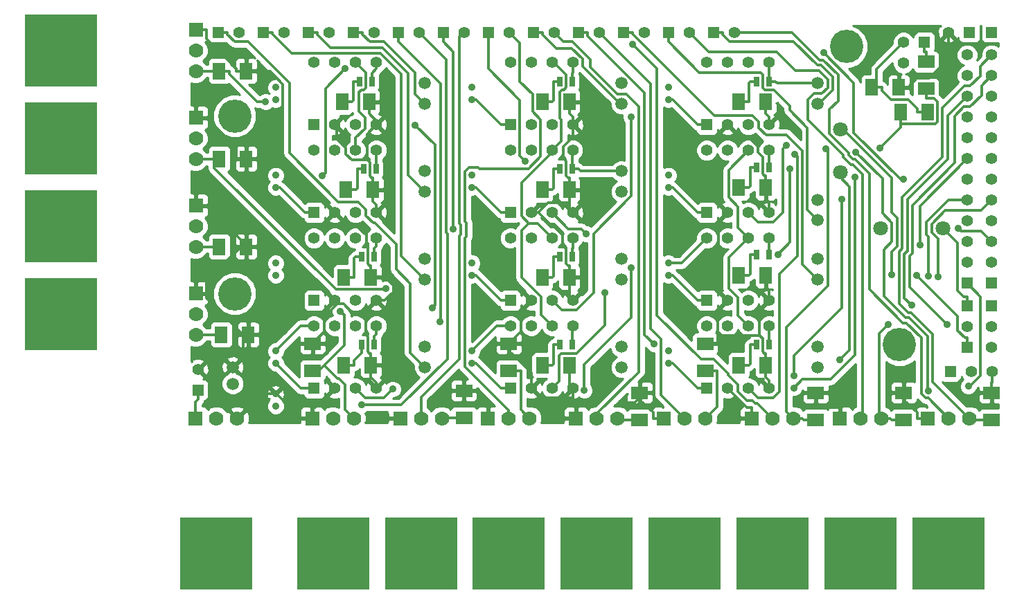
<source format=gbl>
G04 (created by PCBNEW (2013-07-07 BZR 4022)-stable) date 4/3/2014 12:54:25 PM*
%MOIN*%
G04 Gerber Fmt 3.4, Leading zero omitted, Abs format*
%FSLAX34Y34*%
G01*
G70*
G90*
G04 APERTURE LIST*
%ADD10C,0.00590551*%
%ADD11R,0.055X0.055*%
%ADD12C,0.055*%
%ADD13R,0.35X0.35*%
%ADD14C,0.07*%
%ADD15R,0.07X0.07*%
%ADD16C,0.0354331*%
%ADD17R,0.06X0.08*%
%ADD18R,0.08X0.06*%
%ADD19C,0.0590551*%
%ADD20R,0.025X0.045*%
%ADD21C,0.16*%
%ADD22C,0.0708661*%
%ADD23C,0.035*%
%ADD24C,0.0149606*%
%ADD25C,0.01*%
G04 APERTURE END LIST*
G54D10*
G54D11*
X94594Y-40444D03*
G54D12*
X93594Y-40444D03*
X93594Y-41444D03*
G54D13*
X83070Y-65062D03*
G54D14*
X84070Y-58562D03*
X83070Y-58562D03*
G54D15*
X82070Y-58562D03*
G54D13*
X95767Y-65062D03*
G54D14*
X96767Y-58562D03*
X95767Y-58562D03*
G54D15*
X94767Y-58562D03*
G54D13*
X53047Y-45078D03*
G54D14*
X59547Y-46078D03*
X59547Y-45078D03*
G54D15*
X59547Y-44078D03*
G54D13*
X70374Y-65062D03*
G54D14*
X71374Y-58562D03*
X70374Y-58562D03*
G54D15*
X69374Y-58562D03*
G54D13*
X53047Y-49311D03*
G54D14*
X59547Y-50311D03*
X59547Y-49311D03*
G54D15*
X59547Y-48311D03*
G54D13*
X74606Y-65062D03*
G54D14*
X75606Y-58562D03*
X74606Y-58562D03*
G54D15*
X73606Y-58562D03*
G54D13*
X91535Y-65062D03*
G54D14*
X92535Y-58562D03*
X91535Y-58562D03*
G54D15*
X90535Y-58562D03*
G54D13*
X53047Y-53543D03*
G54D14*
X59547Y-54543D03*
X59547Y-53543D03*
G54D15*
X59547Y-52543D03*
G54D13*
X53047Y-40846D03*
G54D14*
X59547Y-41846D03*
X59547Y-40846D03*
G54D15*
X59547Y-39846D03*
G54D13*
X78838Y-65062D03*
G54D14*
X79838Y-58562D03*
X78838Y-58562D03*
G54D15*
X77838Y-58562D03*
G54D13*
X87303Y-65062D03*
G54D14*
X88303Y-58562D03*
X87303Y-58562D03*
G54D15*
X86303Y-58562D03*
G54D13*
X66141Y-65062D03*
G54D14*
X67141Y-58562D03*
X66141Y-58562D03*
G54D15*
X65141Y-58562D03*
X59531Y-58562D03*
G54D14*
X61531Y-58562D03*
X60531Y-58562D03*
G54D13*
X60531Y-65062D03*
G54D11*
X97834Y-53133D03*
G54D12*
X97834Y-54133D03*
X97834Y-55133D03*
G54D11*
X67118Y-39960D03*
G54D12*
X68118Y-39960D03*
G54D11*
X77944Y-39960D03*
G54D12*
X78944Y-39960D03*
G54D11*
X62787Y-39960D03*
G54D12*
X63787Y-39960D03*
G54D11*
X69283Y-39960D03*
G54D12*
X70283Y-39960D03*
G54D11*
X82275Y-39960D03*
G54D12*
X83275Y-39960D03*
G54D11*
X64952Y-39960D03*
G54D12*
X65952Y-39960D03*
G54D11*
X80110Y-39960D03*
G54D12*
X81110Y-39960D03*
G54D11*
X71448Y-39960D03*
G54D12*
X72448Y-39960D03*
G54D11*
X96759Y-39960D03*
G54D12*
X95759Y-39960D03*
G54D11*
X96653Y-55125D03*
G54D12*
X96653Y-54125D03*
G54D11*
X75779Y-39960D03*
G54D12*
X76779Y-39960D03*
G54D11*
X84440Y-39960D03*
G54D12*
X85440Y-39960D03*
G54D11*
X60622Y-39960D03*
G54D12*
X61622Y-39960D03*
G54D11*
X73614Y-39960D03*
G54D12*
X74614Y-39960D03*
G54D11*
X59645Y-57192D03*
G54D12*
X59645Y-56192D03*
G54D11*
X96653Y-52055D03*
G54D12*
X96653Y-51055D03*
X96653Y-50055D03*
X96653Y-49055D03*
X96653Y-48055D03*
X96653Y-47055D03*
X96653Y-46055D03*
X96653Y-45055D03*
X96653Y-44055D03*
X96653Y-43055D03*
X96653Y-42055D03*
X96653Y-41055D03*
G54D11*
X97834Y-52055D03*
G54D12*
X97834Y-51055D03*
X97834Y-50055D03*
X97834Y-49055D03*
X97834Y-48055D03*
X97834Y-47055D03*
X97834Y-46055D03*
X97834Y-45055D03*
X97834Y-44055D03*
X97834Y-43055D03*
X97834Y-42055D03*
X97834Y-41055D03*
G54D11*
X97834Y-39960D03*
X84129Y-48645D03*
G54D12*
X85129Y-48645D03*
X86129Y-48645D03*
X87129Y-48645D03*
X87129Y-45645D03*
X86129Y-45645D03*
X85129Y-45645D03*
X84129Y-45645D03*
G54D11*
X74681Y-44413D03*
G54D12*
X75681Y-44413D03*
X76681Y-44413D03*
X77681Y-44413D03*
X77681Y-41413D03*
X76681Y-41413D03*
X75681Y-41413D03*
X74681Y-41413D03*
G54D11*
X74681Y-52877D03*
G54D12*
X75681Y-52877D03*
X76681Y-52877D03*
X77681Y-52877D03*
X77681Y-49877D03*
X76681Y-49877D03*
X75681Y-49877D03*
X74681Y-49877D03*
G54D11*
X84129Y-52877D03*
G54D12*
X85129Y-52877D03*
X86129Y-52877D03*
X87129Y-52877D03*
X87129Y-49877D03*
X86129Y-49877D03*
X85129Y-49877D03*
X84129Y-49877D03*
G54D11*
X84129Y-44413D03*
G54D12*
X85129Y-44413D03*
X86129Y-44413D03*
X87129Y-44413D03*
X87129Y-41413D03*
X86129Y-41413D03*
X85129Y-41413D03*
X84129Y-41413D03*
G54D11*
X84129Y-57110D03*
G54D12*
X85129Y-57110D03*
X86129Y-57110D03*
X87129Y-57110D03*
X87129Y-54110D03*
X86129Y-54110D03*
X85129Y-54110D03*
X84129Y-54110D03*
G54D11*
X65232Y-57110D03*
G54D12*
X66232Y-57110D03*
X67232Y-57110D03*
X68232Y-57110D03*
X68232Y-54110D03*
X67232Y-54110D03*
X66232Y-54110D03*
X65232Y-54110D03*
G54D11*
X74681Y-48645D03*
G54D12*
X75681Y-48645D03*
X76681Y-48645D03*
X77681Y-48645D03*
X77681Y-45645D03*
X76681Y-45645D03*
X75681Y-45645D03*
X74681Y-45645D03*
G54D11*
X65232Y-52877D03*
G54D12*
X66232Y-52877D03*
X67232Y-52877D03*
X68232Y-52877D03*
X68232Y-49877D03*
X67232Y-49877D03*
X66232Y-49877D03*
X65232Y-49877D03*
G54D11*
X65232Y-48645D03*
G54D12*
X66232Y-48645D03*
X67232Y-48645D03*
X68232Y-48645D03*
X68232Y-45645D03*
X67232Y-45645D03*
X66232Y-45645D03*
X65232Y-45645D03*
G54D11*
X65232Y-44413D03*
G54D12*
X66232Y-44413D03*
X67232Y-44413D03*
X68232Y-44413D03*
X68232Y-41413D03*
X67232Y-41413D03*
X66232Y-41413D03*
X65232Y-41413D03*
G54D11*
X74681Y-57110D03*
G54D12*
X75681Y-57110D03*
X76681Y-57110D03*
X77681Y-57110D03*
X77681Y-54110D03*
X76681Y-54110D03*
X75681Y-54110D03*
X74681Y-54110D03*
G54D16*
X63385Y-51673D03*
X63385Y-51082D03*
X63385Y-55905D03*
X63385Y-55314D03*
X82283Y-43208D03*
X82283Y-42618D03*
X82283Y-47440D03*
X82283Y-46850D03*
X72834Y-43208D03*
X72834Y-42618D03*
X72834Y-51673D03*
X72834Y-51082D03*
X63385Y-47440D03*
X63385Y-46850D03*
X72834Y-47440D03*
X72834Y-46850D03*
X82283Y-51673D03*
X82283Y-51082D03*
X63385Y-57972D03*
X63385Y-57381D03*
X72834Y-55905D03*
X72834Y-55314D03*
X63385Y-43208D03*
X63385Y-42618D03*
X82283Y-55905D03*
X82283Y-55314D03*
G54D17*
X76220Y-47539D03*
X77520Y-47539D03*
X76220Y-43307D03*
X77520Y-43307D03*
G54D18*
X65157Y-56260D03*
X65157Y-54960D03*
X84055Y-56260D03*
X84055Y-54960D03*
X74606Y-56260D03*
X74606Y-54960D03*
G54D17*
X76220Y-51771D03*
X77520Y-51771D03*
X76220Y-56003D03*
X77520Y-56003D03*
G54D18*
X80905Y-58622D03*
X80905Y-57322D03*
G54D17*
X85668Y-51673D03*
X86968Y-51673D03*
G54D18*
X72440Y-58524D03*
X72440Y-57224D03*
G54D17*
X66574Y-43307D03*
X67874Y-43307D03*
G54D18*
X94685Y-42677D03*
X94685Y-41377D03*
G54D17*
X92066Y-42618D03*
X93366Y-42618D03*
X93444Y-43799D03*
X94744Y-43799D03*
X60668Y-41830D03*
X61968Y-41830D03*
X85668Y-43307D03*
X86968Y-43307D03*
G54D18*
X97834Y-58622D03*
X97834Y-57322D03*
G54D17*
X66672Y-56003D03*
X67972Y-56003D03*
X60668Y-46062D03*
X61968Y-46062D03*
X85668Y-47440D03*
X86968Y-47440D03*
G54D18*
X93602Y-58622D03*
X93602Y-57322D03*
G54D17*
X66672Y-51771D03*
X67972Y-51771D03*
X60668Y-50295D03*
X61968Y-50295D03*
X66771Y-47539D03*
X68071Y-47539D03*
X60767Y-54527D03*
X62067Y-54527D03*
G54D18*
X89370Y-58622D03*
X89370Y-57322D03*
G54D17*
X85668Y-56003D03*
X86968Y-56003D03*
G54D19*
X61318Y-56889D03*
X61318Y-56102D03*
X80019Y-46653D03*
X80019Y-47637D03*
X89468Y-42421D03*
X89468Y-43405D03*
X70570Y-55118D03*
X70570Y-56102D03*
X89468Y-48031D03*
X89468Y-49015D03*
X70570Y-50885D03*
X70570Y-51870D03*
X89468Y-50885D03*
X89468Y-51870D03*
X70570Y-46653D03*
X70570Y-47637D03*
X70570Y-42421D03*
X70570Y-43405D03*
X89468Y-55118D03*
X89468Y-56102D03*
X80019Y-42421D03*
X80019Y-43405D03*
X80019Y-55118D03*
X80019Y-56102D03*
X80019Y-50885D03*
X80019Y-51870D03*
G54D20*
X77062Y-46555D03*
X77662Y-46555D03*
X67514Y-55019D03*
X68114Y-55019D03*
X86511Y-42322D03*
X87111Y-42322D03*
X86511Y-55019D03*
X87111Y-55019D03*
X77062Y-50787D03*
X77662Y-50787D03*
X77062Y-42322D03*
X77662Y-42322D03*
X86511Y-46456D03*
X87111Y-46456D03*
X67514Y-50787D03*
X68114Y-50787D03*
X67613Y-46555D03*
X68213Y-46555D03*
X86511Y-50688D03*
X87111Y-50688D03*
X77062Y-55019D03*
X77662Y-55019D03*
X67416Y-42322D03*
X68016Y-42322D03*
G54D21*
X93405Y-55019D03*
X61417Y-52559D03*
X61417Y-43996D03*
X90846Y-40649D03*
G54D11*
X95850Y-56299D03*
G54D12*
X96850Y-56299D03*
X97850Y-56299D03*
G54D11*
X96653Y-53149D03*
G54D22*
X90551Y-46712D03*
X90551Y-44625D03*
X92496Y-49409D03*
X95496Y-49409D03*
G54D23*
X92456Y-45534D03*
X90533Y-55738D03*
X62903Y-43312D03*
X70105Y-44434D03*
X70924Y-53231D03*
X89866Y-45557D03*
X92841Y-54055D03*
X95702Y-54053D03*
X68701Y-52319D03*
X96227Y-49413D03*
X66498Y-53404D03*
X95245Y-51747D03*
X88324Y-56497D03*
X90634Y-47996D03*
X78234Y-57210D03*
X80499Y-51313D03*
X87553Y-50657D03*
X88124Y-46522D03*
X88325Y-57093D03*
X91252Y-46945D03*
X94794Y-57235D03*
X91298Y-45738D03*
X69017Y-57153D03*
X96710Y-57016D03*
X93981Y-53113D03*
X87957Y-45398D03*
X79214Y-52503D03*
X94786Y-51711D03*
X80493Y-44026D03*
X89741Y-40954D03*
X93580Y-47055D03*
X78328Y-49670D03*
X94380Y-50211D03*
X88373Y-45822D03*
X80030Y-57808D03*
X67521Y-57916D03*
X71297Y-53910D03*
X71936Y-49431D03*
X66732Y-41711D03*
X65632Y-46873D03*
X93022Y-51630D03*
X94230Y-51664D03*
X75396Y-46179D03*
X80548Y-40534D03*
X81581Y-54976D03*
G54D24*
X93444Y-43799D02*
X93444Y-44311D01*
X93444Y-44311D02*
X93444Y-44374D01*
X95070Y-43152D02*
X94685Y-43152D01*
X95219Y-43301D02*
X95070Y-43152D01*
X95219Y-44278D02*
X95219Y-43301D01*
X95123Y-44374D02*
X95219Y-44278D01*
X93444Y-44374D02*
X95123Y-44374D01*
X94685Y-42677D02*
X94685Y-43152D01*
X91002Y-55269D02*
X90533Y-55738D01*
X91002Y-47405D02*
X91002Y-55269D01*
X90551Y-46953D02*
X91002Y-47405D01*
X90551Y-46712D02*
X90551Y-46953D01*
X93444Y-44546D02*
X92456Y-45534D01*
X93444Y-44374D02*
X93444Y-44546D01*
X59562Y-41830D02*
X60668Y-41830D01*
X59547Y-41846D02*
X59562Y-41830D01*
X62477Y-43312D02*
X62903Y-43312D01*
X61143Y-41979D02*
X62477Y-43312D01*
X61143Y-41830D02*
X61143Y-41979D01*
X60668Y-41830D02*
X61143Y-41830D01*
X71057Y-53098D02*
X70924Y-53231D01*
X71057Y-45386D02*
X71057Y-53098D01*
X70105Y-44434D02*
X71057Y-45386D01*
X89082Y-58622D02*
X88795Y-58622D01*
X89370Y-58622D02*
X89082Y-58622D01*
X88735Y-58562D02*
X88303Y-58562D01*
X88795Y-58622D02*
X88735Y-58562D01*
X89958Y-45648D02*
X89866Y-45557D01*
X89958Y-52188D02*
X89958Y-45648D01*
X87970Y-54175D02*
X89958Y-52188D01*
X87970Y-58230D02*
X87970Y-54175D01*
X88303Y-58562D02*
X87970Y-58230D01*
X93602Y-58622D02*
X93027Y-58622D01*
X92967Y-58562D02*
X92535Y-58562D01*
X93027Y-58622D02*
X92967Y-58562D01*
X92430Y-54466D02*
X92841Y-54055D01*
X92430Y-58458D02*
X92430Y-54466D01*
X92535Y-58562D02*
X92430Y-58458D01*
X97353Y-42536D02*
X97834Y-42055D01*
X97353Y-43007D02*
X97353Y-42536D01*
X96805Y-43555D02*
X97353Y-43007D01*
X96506Y-43555D02*
X96805Y-43555D01*
X96072Y-43989D02*
X96506Y-43555D01*
X96072Y-46250D02*
X96072Y-43989D01*
X94030Y-48292D02*
X96072Y-46250D01*
X94030Y-50593D02*
X94030Y-48292D01*
X93880Y-50742D02*
X94030Y-50593D01*
X93880Y-52232D02*
X93880Y-50742D01*
X95702Y-54053D02*
X93880Y-52232D01*
X96827Y-58622D02*
X96767Y-58562D01*
X97834Y-58622D02*
X96827Y-58622D01*
X97284Y-41605D02*
X97834Y-41055D01*
X97284Y-42060D02*
X97284Y-41605D01*
X96792Y-42553D02*
X97284Y-42060D01*
X96508Y-42553D02*
X96792Y-42553D01*
X95469Y-43593D02*
X96508Y-42553D01*
X95469Y-45976D02*
X95469Y-43593D01*
X93531Y-47914D02*
X95469Y-45976D01*
X93531Y-50386D02*
X93531Y-47914D01*
X93381Y-50535D02*
X93531Y-50386D01*
X93381Y-53037D02*
X93381Y-50535D01*
X93808Y-53463D02*
X93381Y-53037D01*
X93950Y-53463D02*
X93808Y-53463D01*
X94996Y-54509D02*
X93950Y-53463D01*
X94996Y-56791D02*
X94996Y-54509D01*
X96767Y-58562D02*
X94996Y-56791D01*
X60178Y-46078D02*
X59547Y-46078D01*
X60193Y-46062D02*
X60178Y-46078D01*
X60668Y-46062D02*
X60431Y-46062D01*
X60431Y-46062D02*
X60193Y-46062D01*
X68674Y-52346D02*
X68701Y-52319D01*
X66284Y-52346D02*
X68674Y-52346D01*
X60431Y-46493D02*
X66284Y-52346D01*
X60431Y-46062D02*
X60431Y-46493D01*
X59562Y-50295D02*
X59547Y-50311D01*
X60668Y-50295D02*
X59562Y-50295D01*
X96369Y-49555D02*
X96227Y-49413D01*
X97334Y-49555D02*
X96369Y-49555D01*
X97834Y-50055D02*
X97334Y-49555D01*
X59562Y-54527D02*
X59547Y-54543D01*
X60767Y-54527D02*
X59562Y-54527D01*
X65157Y-56260D02*
X65444Y-56260D01*
X66732Y-58153D02*
X67141Y-58562D01*
X66732Y-56950D02*
X66732Y-58153D01*
X66410Y-56628D02*
X66732Y-56950D01*
X66346Y-56628D02*
X66410Y-56628D01*
X65711Y-55993D02*
X66346Y-56628D01*
X65444Y-56260D02*
X65711Y-55993D01*
X66682Y-53588D02*
X66498Y-53404D01*
X66682Y-55022D02*
X66682Y-53588D01*
X65711Y-55993D02*
X66682Y-55022D01*
X95245Y-49914D02*
X95245Y-51747D01*
X94949Y-49618D02*
X95245Y-49914D01*
X94949Y-49199D02*
X94949Y-49618D01*
X95593Y-48555D02*
X94949Y-49199D01*
X97334Y-48555D02*
X95593Y-48555D01*
X97834Y-48055D02*
X97334Y-48555D01*
X71412Y-58524D02*
X72440Y-58524D01*
X71374Y-58562D02*
X71412Y-58524D01*
X90634Y-53222D02*
X90634Y-47996D01*
X88324Y-55533D02*
X90634Y-53222D01*
X88324Y-56497D02*
X88324Y-55533D01*
X75181Y-58137D02*
X75606Y-58562D01*
X75181Y-56260D02*
X75181Y-58137D01*
X74606Y-56260D02*
X75181Y-56260D01*
X88124Y-50086D02*
X88124Y-46522D01*
X87553Y-50657D02*
X88124Y-50086D01*
X78234Y-55978D02*
X78234Y-57210D01*
X80499Y-53712D02*
X78234Y-55978D01*
X80499Y-51313D02*
X80499Y-53712D01*
X79898Y-58622D02*
X79838Y-58562D01*
X80905Y-58622D02*
X79898Y-58622D01*
X91252Y-55520D02*
X91252Y-46945D01*
X90091Y-56681D02*
X91252Y-55520D01*
X88736Y-56681D02*
X90091Y-56681D01*
X88325Y-57093D02*
X88736Y-56681D01*
X84055Y-56260D02*
X84630Y-56260D01*
X84630Y-58003D02*
X84070Y-58562D01*
X84630Y-56260D02*
X84630Y-58003D01*
X92579Y-47019D02*
X91298Y-45738D01*
X92579Y-48678D02*
X92579Y-47019D01*
X93031Y-49129D02*
X92579Y-48678D01*
X93031Y-50054D02*
X93031Y-49129D01*
X92659Y-50426D02*
X93031Y-50054D01*
X92659Y-52668D02*
X92659Y-50426D01*
X93704Y-53713D02*
X92659Y-52668D01*
X93846Y-53713D02*
X93704Y-53713D01*
X94746Y-54613D02*
X93846Y-53713D01*
X94746Y-57187D02*
X94746Y-54613D01*
X94794Y-57235D02*
X94746Y-57187D01*
X96786Y-57016D02*
X96710Y-57016D01*
X97303Y-56499D02*
X96786Y-57016D01*
X97303Y-52705D02*
X97303Y-56499D01*
X96653Y-52055D02*
X97303Y-52705D01*
X68602Y-57568D02*
X69017Y-57153D01*
X67690Y-57568D02*
X68602Y-57568D01*
X67232Y-57110D02*
X67690Y-57568D01*
X95734Y-43974D02*
X96653Y-43055D01*
X95734Y-46064D02*
X95734Y-43974D01*
X93780Y-48017D02*
X95734Y-46064D01*
X93780Y-50489D02*
X93780Y-48017D01*
X93631Y-50639D02*
X93780Y-50489D01*
X93631Y-52763D02*
X93631Y-50639D01*
X93981Y-53113D02*
X93631Y-52763D01*
X86595Y-49111D02*
X86129Y-48645D01*
X87317Y-49111D02*
X86595Y-49111D01*
X87774Y-48655D02*
X87317Y-49111D01*
X87774Y-45581D02*
X87774Y-48655D01*
X87957Y-45398D02*
X87774Y-45581D01*
X79214Y-54083D02*
X79214Y-52503D01*
X77869Y-55428D02*
X79214Y-54083D01*
X77115Y-55428D02*
X77869Y-55428D01*
X77012Y-55532D02*
X77115Y-55428D01*
X77012Y-56779D02*
X77012Y-55532D01*
X76681Y-57110D02*
X77012Y-56779D01*
X94786Y-49808D02*
X94786Y-51711D01*
X94696Y-49718D02*
X94786Y-49808D01*
X94696Y-49099D02*
X94696Y-49718D01*
X95740Y-48055D02*
X94696Y-49099D01*
X96653Y-48055D02*
X95740Y-48055D01*
X80493Y-47847D02*
X80493Y-44026D01*
X78683Y-49658D02*
X80493Y-47847D01*
X78683Y-52520D02*
X78683Y-49658D01*
X77865Y-53339D02*
X78683Y-52520D01*
X77142Y-53339D02*
X77865Y-53339D01*
X76681Y-52877D02*
X77142Y-53339D01*
X91201Y-42414D02*
X89741Y-40954D01*
X91201Y-44792D02*
X91201Y-42414D01*
X93463Y-47055D02*
X91201Y-44792D01*
X93580Y-47055D02*
X93463Y-47055D01*
X94380Y-48328D02*
X96653Y-46055D01*
X94380Y-50211D02*
X94380Y-48328D01*
X78086Y-49427D02*
X78328Y-49670D01*
X77463Y-49427D02*
X78086Y-49427D01*
X76681Y-48645D02*
X77463Y-49427D01*
X86588Y-57569D02*
X86129Y-57110D01*
X87322Y-57569D02*
X86588Y-57569D01*
X87615Y-57277D02*
X87322Y-57569D01*
X87615Y-51591D02*
X87615Y-57277D01*
X88474Y-50732D02*
X87615Y-51591D01*
X88474Y-45922D02*
X88474Y-50732D01*
X88373Y-45822D02*
X88474Y-45922D01*
X68232Y-48275D02*
X68232Y-48645D01*
X68071Y-48114D02*
X68232Y-48275D01*
X68071Y-47539D02*
X68071Y-48114D01*
X59547Y-48311D02*
X60072Y-48311D01*
X94242Y-58287D02*
X94242Y-58562D01*
X93752Y-57797D02*
X94242Y-58287D01*
X93602Y-57797D02*
X93752Y-57797D01*
X86968Y-47440D02*
X86968Y-48015D01*
X97834Y-57322D02*
X97834Y-56847D01*
X87129Y-44043D02*
X87129Y-44413D01*
X86968Y-43882D02*
X87129Y-44043D01*
X86968Y-43307D02*
X86968Y-43882D01*
X67874Y-43307D02*
X67874Y-43882D01*
X86968Y-51673D02*
X86968Y-52248D01*
X81545Y-58287D02*
X81545Y-58562D01*
X81055Y-57797D02*
X81545Y-58287D01*
X80905Y-57797D02*
X81055Y-57797D01*
X82070Y-58562D02*
X81545Y-58562D01*
X77681Y-44043D02*
X77681Y-44413D01*
X77520Y-43882D02*
X77681Y-44043D01*
X77520Y-43307D02*
X77520Y-43882D01*
X68071Y-47539D02*
X68071Y-46964D01*
X68232Y-44239D02*
X68232Y-44413D01*
X67874Y-43882D02*
X68232Y-44239D01*
X67992Y-46964D02*
X68071Y-46964D01*
X67913Y-46885D02*
X67992Y-46964D01*
X67913Y-46243D02*
X67913Y-46885D01*
X67753Y-46083D02*
X67913Y-46243D01*
X67734Y-46103D02*
X67753Y-46083D01*
X67047Y-46103D02*
X67734Y-46103D01*
X66772Y-45828D02*
X67047Y-46103D01*
X66772Y-45550D02*
X66772Y-45828D01*
X66331Y-45108D02*
X66772Y-45550D01*
X66331Y-44512D02*
X66331Y-45108D01*
X66331Y-44512D02*
X66331Y-44512D01*
X66232Y-44413D02*
X66331Y-44512D01*
X67782Y-44863D02*
X68232Y-44413D01*
X67782Y-46055D02*
X67782Y-44863D01*
X67753Y-46083D02*
X67782Y-46055D01*
X86303Y-58562D02*
X86303Y-58038D01*
X86057Y-58038D02*
X86303Y-58038D01*
X85129Y-57110D02*
X86057Y-58038D01*
X93841Y-42564D02*
X93841Y-42618D01*
X94218Y-42186D02*
X93841Y-42564D01*
X94834Y-42186D02*
X94218Y-42186D01*
X95759Y-41261D02*
X94834Y-42186D01*
X95759Y-39960D02*
X95759Y-41261D01*
X93366Y-42618D02*
X93841Y-42618D01*
X97850Y-56831D02*
X97850Y-56299D01*
X97834Y-56847D02*
X97850Y-56831D01*
X93602Y-57559D02*
X93602Y-57797D01*
X93602Y-57559D02*
X93602Y-57322D01*
X67972Y-56003D02*
X67972Y-55429D01*
X94767Y-58562D02*
X94242Y-58562D01*
X65141Y-58562D02*
X64616Y-58562D01*
X65304Y-58038D02*
X65141Y-58038D01*
X66232Y-57110D02*
X65304Y-58038D01*
X65141Y-58562D02*
X65141Y-58038D01*
X73606Y-58562D02*
X73606Y-58038D01*
X61968Y-50295D02*
X61731Y-50295D01*
X63435Y-57381D02*
X63385Y-57381D01*
X64616Y-58562D02*
X63435Y-57381D01*
X62598Y-57496D02*
X61531Y-58562D01*
X62598Y-57381D02*
X62598Y-57496D01*
X62598Y-57381D02*
X63385Y-57381D01*
X72440Y-57224D02*
X73015Y-57224D01*
X73606Y-57814D02*
X73015Y-57224D01*
X73606Y-58038D02*
X73606Y-57814D01*
X75181Y-54385D02*
X74606Y-54960D01*
X75181Y-53377D02*
X75181Y-54385D01*
X75681Y-52877D02*
X75181Y-53377D01*
X74606Y-54960D02*
X74606Y-55435D01*
X77520Y-56003D02*
X77520Y-56578D01*
X77520Y-56949D02*
X77681Y-57110D01*
X77520Y-56578D02*
X77520Y-56949D01*
X68232Y-56838D02*
X67972Y-56578D01*
X68232Y-57110D02*
X68232Y-56838D01*
X67972Y-56003D02*
X67972Y-56578D01*
X61318Y-56102D02*
X62598Y-57381D01*
X62067Y-54527D02*
X61829Y-54527D01*
X61829Y-55591D02*
X61829Y-54527D01*
X61318Y-56102D02*
X61829Y-55591D01*
X60072Y-52769D02*
X60072Y-52543D01*
X61829Y-54527D02*
X60072Y-52769D01*
X59547Y-52543D02*
X60072Y-52543D01*
X60072Y-51954D02*
X60072Y-52543D01*
X61731Y-50295D02*
X60072Y-51954D01*
X61731Y-49970D02*
X61731Y-50295D01*
X60072Y-48311D02*
X61731Y-49970D01*
X86889Y-46866D02*
X86968Y-46866D01*
X86810Y-46787D02*
X86889Y-46866D01*
X86810Y-45963D02*
X86810Y-46787D01*
X86579Y-45731D02*
X86810Y-45963D01*
X86579Y-45458D02*
X86579Y-45731D01*
X86159Y-45038D02*
X86579Y-45458D01*
X85754Y-45038D02*
X86159Y-45038D01*
X85129Y-44413D02*
X85754Y-45038D01*
X86968Y-47440D02*
X86968Y-46866D01*
X87129Y-48176D02*
X87129Y-48645D01*
X86968Y-48015D02*
X87129Y-48176D01*
X61493Y-45500D02*
X60072Y-44078D01*
X61493Y-46062D02*
X61493Y-45500D01*
X61968Y-46062D02*
X61493Y-46062D01*
X59547Y-44078D02*
X60072Y-44078D01*
X61968Y-41830D02*
X61493Y-41830D01*
X61493Y-41703D02*
X61493Y-41830D01*
X60072Y-40281D02*
X61493Y-41703D01*
X60072Y-39846D02*
X60072Y-40281D01*
X59547Y-39846D02*
X60072Y-39846D01*
X77681Y-45004D02*
X77681Y-44413D01*
X77217Y-45467D02*
X77681Y-45004D01*
X77217Y-46031D02*
X77217Y-45467D01*
X77362Y-46176D02*
X77217Y-46031D01*
X77362Y-46885D02*
X77362Y-46176D01*
X77441Y-46964D02*
X77362Y-46885D01*
X77520Y-46964D02*
X77441Y-46964D01*
X77520Y-47539D02*
X77520Y-46964D01*
X77520Y-48484D02*
X77520Y-48183D01*
X77681Y-48645D02*
X77520Y-48484D01*
X77520Y-48183D02*
X77520Y-47539D01*
X77520Y-52716D02*
X77520Y-51771D01*
X77681Y-52877D02*
X77520Y-52716D01*
X76612Y-49241D02*
X76020Y-48650D01*
X76681Y-49241D02*
X76612Y-49241D01*
X77181Y-49741D02*
X76681Y-49241D01*
X77181Y-50227D02*
X77181Y-49741D01*
X77362Y-50408D02*
X77181Y-50227D01*
X77362Y-51117D02*
X77362Y-50408D01*
X77441Y-51196D02*
X77362Y-51117D01*
X77520Y-51196D02*
X77441Y-51196D01*
X76487Y-48183D02*
X76020Y-48650D01*
X77520Y-48183D02*
X76487Y-48183D01*
X75685Y-48650D02*
X75681Y-48645D01*
X76020Y-48650D02*
X75685Y-48650D01*
X77520Y-51771D02*
X77520Y-51196D01*
X87129Y-52409D02*
X87129Y-52877D01*
X86968Y-52248D02*
X87129Y-52409D01*
X67893Y-51196D02*
X67972Y-51196D01*
X67814Y-51117D02*
X67893Y-51196D01*
X67814Y-50153D02*
X67814Y-51117D01*
X67744Y-50083D02*
X67814Y-50153D01*
X67744Y-49743D02*
X67744Y-50083D01*
X67271Y-49270D02*
X67744Y-49743D01*
X66856Y-49270D02*
X67271Y-49270D01*
X66232Y-48645D02*
X66856Y-49270D01*
X67972Y-51771D02*
X67972Y-51196D01*
X67972Y-51771D02*
X68447Y-51771D01*
X67559Y-53551D02*
X68232Y-52877D01*
X67727Y-53719D02*
X67559Y-53551D01*
X67727Y-54543D02*
X67727Y-53719D01*
X67814Y-54631D02*
X67727Y-54543D01*
X67814Y-55350D02*
X67814Y-54631D01*
X67893Y-55429D02*
X67814Y-55350D01*
X67972Y-55429D02*
X67893Y-55429D01*
X87129Y-56739D02*
X87129Y-57110D01*
X86968Y-56578D02*
X87129Y-56739D01*
X86968Y-56003D02*
X86968Y-56578D01*
X66353Y-52999D02*
X66232Y-52877D01*
X66353Y-53054D02*
X66353Y-52999D01*
X66643Y-53054D02*
X66353Y-53054D01*
X67082Y-53494D02*
X66643Y-53054D01*
X67502Y-53494D02*
X67082Y-53494D01*
X67559Y-53551D02*
X67502Y-53494D01*
X65732Y-54385D02*
X65157Y-54960D01*
X65732Y-53676D02*
X65732Y-54385D01*
X66353Y-53054D02*
X65732Y-53676D01*
X84679Y-52427D02*
X85129Y-52877D01*
X84679Y-49095D02*
X84679Y-52427D01*
X85129Y-48645D02*
X84679Y-49095D01*
X84055Y-54960D02*
X84630Y-54960D01*
X86968Y-56003D02*
X86968Y-55429D01*
X84661Y-53346D02*
X84661Y-54580D01*
X85129Y-52877D02*
X84661Y-53346D01*
X84661Y-54929D02*
X84630Y-54960D01*
X84661Y-54580D02*
X84661Y-54929D01*
X86670Y-53337D02*
X87129Y-52877D01*
X86670Y-54580D02*
X86670Y-53337D01*
X84661Y-54580D02*
X86670Y-54580D01*
X86889Y-55429D02*
X86968Y-55429D01*
X86810Y-55350D02*
X86889Y-55429D01*
X86810Y-54721D02*
X86810Y-55350D01*
X86670Y-54580D02*
X86810Y-54721D01*
X68648Y-51771D02*
X68447Y-51771D01*
X69051Y-52174D02*
X68648Y-51771D01*
X69051Y-52464D02*
X69051Y-52174D01*
X68637Y-52877D02*
X69051Y-52464D01*
X68232Y-52877D02*
X68637Y-52877D01*
X80905Y-57322D02*
X80905Y-57559D01*
X80905Y-57559D02*
X80905Y-57797D01*
X80656Y-57808D02*
X80030Y-57808D01*
X80905Y-57559D02*
X80656Y-57808D01*
X63113Y-41830D02*
X61968Y-41830D01*
X63738Y-42456D02*
X63113Y-41830D01*
X63738Y-45973D02*
X63738Y-42456D01*
X63649Y-46062D02*
X63738Y-45973D01*
X61968Y-46062D02*
X63649Y-46062D01*
X63649Y-46062D02*
X66232Y-48645D01*
X89610Y-58038D02*
X89370Y-57797D01*
X90535Y-58038D02*
X89610Y-58038D01*
X90535Y-58562D02*
X90535Y-58038D01*
X89370Y-57322D02*
X89370Y-57797D01*
X77838Y-58562D02*
X77838Y-58038D01*
X77681Y-57880D02*
X77681Y-57560D01*
X77838Y-58038D02*
X77681Y-57880D01*
X77681Y-57560D02*
X77681Y-57110D01*
X75681Y-56361D02*
X75681Y-57110D01*
X74754Y-55435D02*
X75681Y-56361D01*
X74606Y-55435D02*
X74754Y-55435D01*
X76131Y-57560D02*
X77681Y-57560D01*
X75681Y-57110D02*
X76131Y-57560D01*
X71586Y-41263D02*
X70283Y-39960D01*
X71586Y-49609D02*
X71586Y-41263D01*
X71647Y-49670D02*
X71586Y-49609D01*
X71647Y-55698D02*
X71647Y-49670D01*
X69429Y-57916D02*
X71647Y-55698D01*
X67521Y-57916D02*
X69429Y-57916D01*
X94677Y-40894D02*
X94594Y-40894D01*
X94685Y-40902D02*
X94677Y-40894D01*
X94685Y-41377D02*
X94685Y-40902D01*
X94594Y-40444D02*
X94594Y-40894D01*
X84129Y-57110D02*
X83680Y-57110D01*
X82475Y-55905D02*
X82283Y-55905D01*
X83680Y-57110D02*
X82475Y-55905D01*
X71317Y-42444D02*
X69283Y-40410D01*
X71317Y-53890D02*
X71317Y-42444D01*
X71297Y-53910D02*
X71317Y-53890D01*
X69283Y-39960D02*
X69283Y-40410D01*
X68232Y-41707D02*
X68232Y-41413D01*
X68016Y-41922D02*
X68232Y-41707D01*
X68016Y-42322D02*
X68016Y-41922D01*
X67116Y-43239D02*
X67049Y-43307D01*
X67116Y-42322D02*
X67116Y-43239D01*
X67416Y-42322D02*
X67116Y-42322D01*
X66574Y-43307D02*
X67049Y-43307D01*
X77681Y-50368D02*
X77681Y-49877D01*
X77662Y-50387D02*
X77681Y-50368D01*
X77662Y-50787D02*
X77662Y-50387D01*
X76762Y-51704D02*
X76695Y-51771D01*
X76762Y-50787D02*
X76762Y-51704D01*
X76220Y-51771D02*
X76695Y-51771D01*
X77062Y-50787D02*
X76762Y-50787D01*
X75132Y-40479D02*
X74614Y-39960D01*
X75132Y-42324D02*
X75132Y-40479D01*
X75745Y-42937D02*
X75132Y-42324D01*
X75745Y-43779D02*
X75745Y-42937D01*
X76135Y-44169D02*
X75745Y-43779D01*
X76135Y-45935D02*
X76135Y-44169D01*
X75541Y-46529D02*
X76135Y-45935D01*
X73182Y-46529D02*
X75541Y-46529D01*
X73135Y-46482D02*
X73182Y-46529D01*
X72678Y-46482D02*
X73135Y-46482D01*
X72482Y-46678D02*
X72678Y-46482D01*
X72482Y-49075D02*
X72482Y-46678D01*
X72556Y-49149D02*
X72482Y-49075D01*
X72556Y-49795D02*
X72556Y-49149D01*
X72482Y-49870D02*
X72556Y-49795D01*
X72482Y-56060D02*
X72482Y-49870D01*
X74606Y-58184D02*
X72482Y-56060D01*
X74606Y-58562D02*
X74606Y-58184D01*
X73026Y-47440D02*
X74231Y-48645D01*
X72834Y-47440D02*
X73026Y-47440D01*
X74681Y-48645D02*
X74231Y-48645D01*
X76762Y-55936D02*
X76695Y-56003D01*
X76762Y-55019D02*
X76762Y-55936D01*
X77062Y-55019D02*
X76762Y-55019D01*
X76220Y-56003D02*
X76695Y-56003D01*
X71936Y-40898D02*
X71448Y-40410D01*
X71936Y-49431D02*
X71936Y-40898D01*
X71448Y-39960D02*
X71448Y-40410D01*
X72231Y-40177D02*
X72448Y-39960D01*
X72231Y-49177D02*
X72231Y-40177D01*
X72306Y-49252D02*
X72231Y-49177D01*
X72306Y-49692D02*
X72306Y-49252D01*
X72231Y-49767D02*
X72306Y-49692D01*
X72231Y-55690D02*
X72231Y-49767D01*
X70374Y-57547D02*
X72231Y-55690D01*
X70374Y-58562D02*
X70374Y-57547D01*
X73026Y-51673D02*
X74231Y-52877D01*
X72834Y-51673D02*
X73026Y-51673D01*
X74681Y-52877D02*
X74231Y-52877D01*
X73026Y-55905D02*
X72834Y-55905D01*
X74231Y-57110D02*
X73026Y-55905D01*
X74681Y-57110D02*
X74231Y-57110D01*
X64590Y-54110D02*
X65232Y-54110D01*
X63385Y-55314D02*
X64590Y-54110D01*
X68232Y-54502D02*
X68232Y-54110D01*
X68114Y-54619D02*
X68232Y-54502D01*
X68114Y-55019D02*
X68114Y-54619D01*
X60622Y-39960D02*
X61071Y-39960D01*
X61071Y-40073D02*
X61071Y-39960D01*
X61409Y-40410D02*
X61071Y-40073D01*
X62046Y-40410D02*
X61409Y-40410D01*
X64046Y-42411D02*
X62046Y-40410D01*
X64046Y-45788D02*
X64046Y-42411D01*
X66385Y-48127D02*
X64046Y-45788D01*
X67356Y-48127D02*
X66385Y-48127D01*
X67732Y-48503D02*
X67356Y-48127D01*
X67732Y-48795D02*
X67732Y-48503D01*
X68082Y-49145D02*
X67732Y-48795D01*
X68141Y-49145D02*
X68082Y-49145D01*
X69174Y-50178D02*
X68141Y-49145D01*
X69174Y-51387D02*
X69174Y-50178D01*
X69860Y-52074D02*
X69174Y-51387D01*
X69860Y-55392D02*
X69860Y-52074D01*
X70570Y-56102D02*
X69860Y-55392D01*
X67147Y-55786D02*
X67147Y-56003D01*
X67514Y-55419D02*
X67147Y-55786D01*
X67514Y-55019D02*
X67514Y-55419D01*
X66672Y-56003D02*
X67147Y-56003D01*
X68232Y-46136D02*
X68232Y-45645D01*
X68213Y-46155D02*
X68232Y-46136D01*
X68213Y-46555D02*
X68213Y-46155D01*
X67313Y-47472D02*
X67246Y-47539D01*
X67313Y-46555D02*
X67313Y-47472D01*
X67613Y-46555D02*
X67313Y-46555D01*
X66771Y-47539D02*
X67246Y-47539D01*
X65782Y-46723D02*
X65632Y-46873D01*
X65782Y-42661D02*
X65782Y-46723D01*
X66732Y-41711D02*
X65782Y-42661D01*
X67568Y-40070D02*
X67568Y-39960D01*
X67910Y-40413D02*
X67568Y-40070D01*
X68583Y-40413D02*
X67910Y-40413D01*
X70088Y-41918D02*
X68583Y-40413D01*
X70088Y-42923D02*
X70088Y-41918D01*
X70570Y-43405D02*
X70088Y-42923D01*
X67118Y-39960D02*
X67568Y-39960D01*
X68232Y-50270D02*
X68232Y-49877D01*
X68114Y-50387D02*
X68232Y-50270D01*
X68114Y-50787D02*
X68114Y-50387D01*
X62787Y-39960D02*
X63237Y-39960D01*
X63237Y-40046D02*
X63237Y-39960D01*
X64147Y-40957D02*
X63237Y-40046D01*
X68420Y-40957D02*
X64147Y-40957D01*
X69424Y-41960D02*
X68420Y-40957D01*
X69424Y-50723D02*
X69424Y-41960D01*
X70570Y-51870D02*
X69424Y-50723D01*
X66672Y-51771D02*
X67147Y-51771D01*
X67147Y-50854D02*
X67215Y-50787D01*
X67147Y-51771D02*
X67147Y-50854D01*
X67514Y-50787D02*
X67215Y-50787D01*
X64952Y-39960D02*
X65402Y-39960D01*
X69755Y-46822D02*
X70570Y-47637D01*
X69755Y-41938D02*
X69755Y-46822D01*
X68524Y-40707D02*
X69755Y-41938D01*
X66036Y-40707D02*
X68524Y-40707D01*
X65402Y-40073D02*
X66036Y-40707D01*
X65402Y-39960D02*
X65402Y-40073D01*
X63577Y-47440D02*
X64782Y-48645D01*
X63385Y-47440D02*
X63577Y-47440D01*
X65232Y-48645D02*
X64782Y-48645D01*
X87129Y-46037D02*
X87129Y-45645D01*
X87111Y-46056D02*
X87129Y-46037D01*
X87111Y-46456D02*
X87111Y-46056D01*
X86511Y-46456D02*
X86211Y-46456D01*
X85668Y-47440D02*
X86143Y-47440D01*
X86211Y-47373D02*
X86143Y-47440D01*
X86211Y-46456D02*
X86211Y-47373D01*
X94790Y-57585D02*
X95767Y-58562D01*
X94649Y-57585D02*
X94790Y-57585D01*
X94444Y-57380D02*
X94649Y-57585D01*
X94444Y-54678D02*
X94444Y-57380D01*
X93729Y-53963D02*
X94444Y-54678D01*
X93566Y-53963D02*
X93729Y-53963D01*
X91951Y-52348D02*
X93566Y-53963D01*
X91951Y-46777D02*
X91951Y-52348D01*
X91261Y-46088D02*
X91951Y-46777D01*
X91153Y-46088D02*
X91261Y-46088D01*
X90948Y-45883D02*
X91153Y-46088D01*
X90948Y-45775D02*
X90948Y-45883D01*
X90019Y-44846D02*
X90948Y-45775D01*
X90019Y-43682D02*
X90019Y-44846D01*
X90445Y-43256D02*
X90019Y-43682D01*
X90445Y-42011D02*
X90445Y-43256D01*
X89738Y-41304D02*
X90445Y-42011D01*
X89558Y-41304D02*
X89738Y-41304D01*
X88214Y-39960D02*
X89558Y-41304D01*
X85440Y-39960D02*
X88214Y-39960D01*
X82925Y-51082D02*
X84129Y-49877D01*
X82283Y-51082D02*
X82925Y-51082D01*
X87129Y-50270D02*
X87129Y-49877D01*
X87111Y-50289D02*
X87129Y-50270D01*
X87111Y-50688D02*
X87111Y-50289D01*
X86211Y-51605D02*
X86143Y-51673D01*
X86211Y-50688D02*
X86211Y-51605D01*
X86511Y-50688D02*
X86211Y-50688D01*
X85668Y-51673D02*
X86143Y-51673D01*
X82475Y-43208D02*
X83680Y-44413D01*
X82283Y-43208D02*
X82475Y-43208D01*
X84129Y-44413D02*
X83680Y-44413D01*
X83772Y-41907D02*
X82275Y-40410D01*
X86720Y-41907D02*
X83772Y-41907D01*
X86811Y-41997D02*
X86720Y-41907D01*
X86811Y-42629D02*
X86811Y-41997D01*
X86913Y-42732D02*
X86811Y-42629D01*
X87359Y-42732D02*
X86913Y-42732D01*
X88130Y-43502D02*
X87359Y-42732D01*
X88130Y-43718D02*
X88130Y-43502D01*
X88973Y-44561D02*
X88130Y-43718D01*
X88973Y-48520D02*
X88973Y-44561D01*
X89468Y-49015D02*
X88973Y-48520D01*
X82275Y-39960D02*
X82275Y-40410D01*
X91622Y-58476D02*
X91535Y-58562D01*
X91622Y-46806D02*
X91622Y-58476D01*
X91153Y-46337D02*
X91622Y-46806D01*
X91050Y-46337D02*
X91153Y-46337D01*
X90698Y-45986D02*
X91050Y-46337D01*
X90698Y-45883D02*
X90698Y-45986D01*
X88997Y-44181D02*
X90698Y-45883D01*
X88997Y-43204D02*
X88997Y-44181D01*
X89288Y-42913D02*
X88997Y-43204D01*
X89654Y-42913D02*
X89288Y-42913D01*
X89942Y-42625D02*
X89654Y-42913D01*
X89942Y-42228D02*
X89942Y-42625D01*
X89517Y-41804D02*
X89942Y-42228D01*
X88383Y-41804D02*
X89517Y-41804D01*
X87489Y-40910D02*
X88383Y-41804D01*
X84225Y-40910D02*
X87489Y-40910D01*
X83275Y-39960D02*
X84225Y-40910D01*
X82475Y-47440D02*
X83680Y-48645D01*
X82283Y-47440D02*
X82475Y-47440D01*
X84129Y-48645D02*
X83680Y-48645D01*
X96484Y-52699D02*
X96653Y-52699D01*
X96203Y-52418D02*
X96484Y-52699D01*
X96203Y-50117D02*
X96203Y-52418D01*
X95496Y-49409D02*
X96203Y-50117D01*
X96653Y-53149D02*
X96653Y-52699D01*
X74039Y-54110D02*
X74681Y-54110D01*
X72834Y-55314D02*
X74039Y-54110D01*
X96653Y-55125D02*
X96653Y-54676D01*
X96203Y-53637D02*
X94230Y-51664D01*
X96203Y-54338D02*
X96203Y-53637D01*
X96541Y-54676D02*
X96203Y-54338D01*
X96653Y-54676D02*
X96541Y-54676D01*
X93022Y-50541D02*
X93022Y-51630D01*
X93281Y-50282D02*
X93022Y-50541D01*
X93281Y-48901D02*
X93281Y-50282D01*
X93031Y-48651D02*
X93281Y-48901D01*
X93031Y-46976D02*
X93031Y-48651D01*
X90680Y-44625D02*
X93031Y-46976D01*
X90551Y-44625D02*
X90680Y-44625D01*
X87111Y-41432D02*
X87129Y-41413D01*
X87111Y-42322D02*
X87111Y-41432D01*
X87509Y-42421D02*
X87410Y-42322D01*
X89468Y-42421D02*
X87509Y-42421D01*
X87111Y-42322D02*
X87410Y-42322D01*
X89520Y-43405D02*
X89468Y-43405D01*
X90195Y-42729D02*
X89520Y-43405D01*
X90195Y-42115D02*
X90195Y-42729D01*
X89635Y-41554D02*
X90195Y-42115D01*
X89444Y-41554D02*
X89635Y-41554D01*
X88300Y-40410D02*
X89444Y-41554D01*
X85228Y-40410D02*
X88300Y-40410D01*
X84890Y-40073D02*
X85228Y-40410D01*
X84890Y-39960D02*
X84890Y-40073D01*
X84440Y-39960D02*
X84890Y-39960D01*
X86511Y-42322D02*
X86211Y-42322D01*
X86143Y-42390D02*
X86211Y-42322D01*
X86143Y-43307D02*
X86143Y-42390D01*
X85668Y-43307D02*
X86143Y-43307D01*
X73026Y-43208D02*
X74231Y-44413D01*
X72834Y-43208D02*
X73026Y-43208D01*
X74681Y-44413D02*
X74231Y-44413D01*
X77681Y-41904D02*
X77681Y-41413D01*
X77662Y-41922D02*
X77681Y-41904D01*
X77662Y-42322D02*
X77662Y-41922D01*
X76762Y-43239D02*
X76695Y-43307D01*
X76762Y-42322D02*
X76762Y-43239D01*
X77062Y-42322D02*
X76762Y-42322D01*
X76220Y-43307D02*
X76695Y-43307D01*
X77662Y-54129D02*
X77681Y-54110D01*
X77662Y-55019D02*
X77662Y-54129D01*
X73614Y-41715D02*
X73614Y-39960D01*
X75132Y-43234D02*
X73614Y-41715D01*
X75132Y-45915D02*
X75132Y-43234D01*
X75396Y-46179D02*
X75132Y-45915D01*
X77662Y-45664D02*
X77681Y-45645D01*
X77662Y-46555D02*
X77662Y-45664D01*
X78060Y-46653D02*
X77962Y-46555D01*
X80019Y-46653D02*
X78060Y-46653D01*
X77662Y-46555D02*
X77962Y-46555D01*
X76762Y-47472D02*
X76695Y-47539D01*
X76762Y-46555D02*
X76762Y-47472D01*
X77062Y-46555D02*
X76762Y-46555D01*
X76220Y-47539D02*
X76695Y-47539D01*
X75779Y-39960D02*
X76229Y-39960D01*
X79956Y-43405D02*
X80019Y-43405D01*
X78154Y-41603D02*
X79956Y-43405D01*
X78154Y-41250D02*
X78154Y-41603D01*
X77627Y-40723D02*
X78154Y-41250D01*
X76879Y-40723D02*
X77627Y-40723D01*
X76229Y-40073D02*
X76879Y-40723D01*
X76229Y-39960D02*
X76229Y-40073D01*
X78838Y-58352D02*
X78838Y-58562D01*
X80864Y-56326D02*
X78838Y-58352D01*
X80864Y-43549D02*
X80864Y-56326D01*
X80243Y-42928D02*
X80864Y-43549D01*
X79832Y-42928D02*
X80243Y-42928D01*
X78528Y-41624D02*
X79832Y-42928D01*
X78528Y-41269D02*
X78528Y-41624D01*
X77670Y-40410D02*
X78528Y-41269D01*
X77229Y-40410D02*
X77670Y-40410D01*
X76779Y-39960D02*
X77229Y-40410D01*
X80110Y-39960D02*
X80560Y-39960D01*
X88723Y-51125D02*
X89468Y-51870D01*
X88723Y-45669D02*
X88723Y-51125D01*
X87967Y-44913D02*
X88723Y-45669D01*
X86979Y-44913D02*
X87967Y-44913D01*
X86629Y-44563D02*
X86979Y-44913D01*
X86629Y-44271D02*
X86629Y-44563D01*
X86321Y-43963D02*
X86629Y-44271D01*
X84476Y-43963D02*
X86321Y-43963D01*
X80560Y-40046D02*
X84476Y-43963D01*
X80560Y-39960D02*
X80560Y-40046D01*
X81725Y-41711D02*
X80548Y-40534D01*
X81725Y-53590D02*
X81725Y-41711D01*
X83851Y-55716D02*
X81725Y-53590D01*
X84465Y-55716D02*
X83851Y-55716D01*
X85168Y-56418D02*
X84465Y-55716D01*
X85168Y-56465D02*
X85168Y-56418D01*
X85629Y-56927D02*
X85168Y-56465D01*
X85629Y-57257D02*
X85629Y-56927D01*
X86066Y-57693D02*
X85629Y-57257D01*
X86336Y-57693D02*
X86066Y-57693D01*
X86468Y-57826D02*
X86336Y-57693D01*
X86566Y-57826D02*
X86468Y-57826D01*
X87303Y-58562D02*
X86566Y-57826D01*
X87129Y-54600D02*
X87129Y-54110D01*
X87111Y-54619D02*
X87129Y-54600D01*
X87111Y-55019D02*
X87111Y-54619D01*
X82475Y-51673D02*
X83680Y-52877D01*
X82283Y-51673D02*
X82475Y-51673D01*
X84129Y-52877D02*
X83680Y-52877D01*
X77944Y-39960D02*
X78394Y-39960D01*
X81139Y-54534D02*
X81581Y-54976D01*
X81139Y-42875D02*
X81139Y-54534D01*
X78394Y-40131D02*
X81139Y-42875D01*
X78394Y-39960D02*
X78394Y-40131D01*
X81931Y-57423D02*
X83070Y-58562D01*
X81931Y-54749D02*
X81931Y-57423D01*
X81416Y-54234D02*
X81931Y-54749D01*
X81416Y-42432D02*
X81416Y-54234D01*
X78944Y-39960D02*
X81416Y-42432D01*
X86211Y-55936D02*
X86143Y-56003D01*
X86211Y-55019D02*
X86211Y-55936D01*
X86511Y-55019D02*
X86211Y-55019D01*
X85668Y-56003D02*
X86143Y-56003D01*
X64590Y-57110D02*
X65232Y-57110D01*
X63385Y-55905D02*
X64590Y-57110D01*
X94269Y-43650D02*
X94269Y-43799D01*
X93827Y-43208D02*
X94269Y-43650D01*
X92983Y-43208D02*
X93827Y-43208D01*
X92541Y-42766D02*
X92983Y-43208D01*
X92541Y-42618D02*
X92541Y-42766D01*
X94744Y-43799D02*
X94269Y-43799D01*
X92066Y-42618D02*
X92304Y-42618D01*
X92304Y-42618D02*
X92541Y-42618D01*
X92304Y-41735D02*
X93594Y-40444D01*
X92304Y-42618D02*
X92304Y-41735D01*
X67232Y-45054D02*
X67232Y-45645D01*
X67684Y-44602D02*
X67232Y-45054D01*
X67684Y-44070D02*
X67684Y-44602D01*
X67399Y-43785D02*
X67684Y-44070D01*
X67399Y-42833D02*
X67399Y-43785D01*
X67509Y-42722D02*
X67399Y-42833D01*
X67620Y-42722D02*
X67509Y-42722D01*
X67716Y-42626D02*
X67620Y-42722D01*
X67716Y-41897D02*
X67716Y-42626D01*
X67232Y-41413D02*
X67716Y-41897D01*
X75231Y-49506D02*
X75563Y-49173D01*
X75231Y-51788D02*
X75231Y-49506D01*
X76140Y-52697D02*
X75231Y-51788D01*
X76140Y-53569D02*
X76140Y-52697D01*
X76681Y-54110D02*
X76140Y-53569D01*
X75976Y-49173D02*
X76681Y-49877D01*
X75563Y-49173D02*
X75976Y-49173D01*
X59531Y-57757D02*
X59531Y-58562D01*
X59645Y-57642D02*
X59531Y-57757D01*
X59645Y-57192D02*
X59645Y-57642D01*
X76681Y-45742D02*
X76681Y-45645D01*
X75212Y-47211D02*
X76681Y-45742D01*
X75212Y-48821D02*
X75212Y-47211D01*
X75563Y-49173D02*
X75212Y-48821D01*
X76756Y-41413D02*
X76681Y-41413D01*
X77362Y-42019D02*
X76756Y-41413D01*
X77362Y-42621D02*
X77362Y-42019D01*
X77251Y-42732D02*
X77362Y-42621D01*
X77141Y-42732D02*
X77251Y-42732D01*
X77045Y-42828D02*
X77141Y-42732D01*
X77045Y-44099D02*
X77045Y-42828D01*
X77131Y-44185D02*
X77045Y-44099D01*
X77131Y-45195D02*
X77131Y-44185D01*
X76681Y-45645D02*
X77131Y-45195D01*
X85180Y-46595D02*
X86129Y-45645D01*
X85180Y-47907D02*
X85180Y-46595D01*
X85629Y-48357D02*
X85180Y-47907D01*
X85629Y-49377D02*
X85629Y-48357D01*
X86129Y-49877D02*
X85629Y-49377D01*
X85193Y-50813D02*
X86129Y-49877D01*
X85193Y-52303D02*
X85193Y-50813D01*
X85629Y-52739D02*
X85193Y-52303D01*
X85629Y-53610D02*
X85629Y-52739D01*
X86129Y-54110D02*
X85629Y-53610D01*
G54D10*
G36*
X59605Y-39896D02*
X59597Y-39896D01*
X59597Y-39904D01*
X59497Y-39904D01*
X59497Y-39896D01*
X59489Y-39896D01*
X59489Y-39796D01*
X59497Y-39796D01*
X59497Y-39788D01*
X59597Y-39788D01*
X59597Y-39796D01*
X59605Y-39796D01*
X59605Y-39896D01*
X59605Y-39896D01*
G37*
G54D25*
X59605Y-39896D02*
X59597Y-39896D01*
X59597Y-39904D01*
X59497Y-39904D01*
X59497Y-39896D01*
X59489Y-39896D01*
X59489Y-39796D01*
X59497Y-39796D01*
X59497Y-39788D01*
X59597Y-39788D01*
X59597Y-39796D01*
X59605Y-39796D01*
X59605Y-39896D01*
G54D10*
G36*
X63367Y-42190D02*
X63301Y-42190D01*
X63144Y-42255D01*
X63023Y-42375D01*
X62958Y-42532D01*
X62958Y-42702D01*
X63023Y-42859D01*
X63076Y-42913D01*
X63069Y-42921D01*
X62988Y-42887D01*
X62819Y-42887D01*
X62663Y-42952D01*
X62627Y-42987D01*
X62611Y-42987D01*
X62104Y-42480D01*
X62318Y-42480D01*
X62410Y-42442D01*
X62480Y-42372D01*
X62518Y-42280D01*
X62518Y-42181D01*
X62518Y-41943D01*
X62456Y-41880D01*
X62018Y-41880D01*
X62018Y-41888D01*
X61918Y-41888D01*
X61918Y-41880D01*
X61911Y-41880D01*
X61911Y-41780D01*
X61918Y-41780D01*
X61918Y-41243D01*
X61856Y-41180D01*
X61619Y-41180D01*
X61527Y-41218D01*
X61457Y-41288D01*
X61418Y-41380D01*
X61418Y-41480D01*
X61418Y-41668D01*
X61373Y-41601D01*
X61268Y-41530D01*
X61218Y-41520D01*
X61218Y-41381D01*
X61180Y-41289D01*
X61110Y-41218D01*
X61018Y-41180D01*
X60919Y-41180D01*
X60319Y-41180D01*
X60227Y-41218D01*
X60157Y-41288D01*
X60118Y-41380D01*
X60118Y-41480D01*
X60118Y-41505D01*
X60055Y-41505D01*
X59895Y-41346D01*
X60055Y-41186D01*
X60147Y-40966D01*
X60147Y-40727D01*
X60056Y-40507D01*
X59981Y-40432D01*
X60038Y-40408D01*
X60109Y-40338D01*
X60114Y-40326D01*
X60134Y-40377D01*
X60205Y-40447D01*
X60297Y-40485D01*
X60396Y-40485D01*
X60946Y-40485D01*
X61002Y-40462D01*
X61179Y-40640D01*
X61285Y-40710D01*
X61409Y-40735D01*
X61911Y-40735D01*
X62383Y-41207D01*
X62318Y-41180D01*
X62081Y-41180D01*
X62018Y-41243D01*
X62018Y-41780D01*
X62456Y-41780D01*
X62518Y-41718D01*
X62518Y-41480D01*
X62518Y-41380D01*
X62491Y-41315D01*
X63367Y-42190D01*
X63367Y-42190D01*
G37*
G54D25*
X63367Y-42190D02*
X63301Y-42190D01*
X63144Y-42255D01*
X63023Y-42375D01*
X62958Y-42532D01*
X62958Y-42702D01*
X63023Y-42859D01*
X63076Y-42913D01*
X63069Y-42921D01*
X62988Y-42887D01*
X62819Y-42887D01*
X62663Y-42952D01*
X62627Y-42987D01*
X62611Y-42987D01*
X62104Y-42480D01*
X62318Y-42480D01*
X62410Y-42442D01*
X62480Y-42372D01*
X62518Y-42280D01*
X62518Y-42181D01*
X62518Y-41943D01*
X62456Y-41880D01*
X62018Y-41880D01*
X62018Y-41888D01*
X61918Y-41888D01*
X61918Y-41880D01*
X61911Y-41880D01*
X61911Y-41780D01*
X61918Y-41780D01*
X61918Y-41243D01*
X61856Y-41180D01*
X61619Y-41180D01*
X61527Y-41218D01*
X61457Y-41288D01*
X61418Y-41380D01*
X61418Y-41480D01*
X61418Y-41668D01*
X61373Y-41601D01*
X61268Y-41530D01*
X61218Y-41520D01*
X61218Y-41381D01*
X61180Y-41289D01*
X61110Y-41218D01*
X61018Y-41180D01*
X60919Y-41180D01*
X60319Y-41180D01*
X60227Y-41218D01*
X60157Y-41288D01*
X60118Y-41380D01*
X60118Y-41480D01*
X60118Y-41505D01*
X60055Y-41505D01*
X59895Y-41346D01*
X60055Y-41186D01*
X60147Y-40966D01*
X60147Y-40727D01*
X60056Y-40507D01*
X59981Y-40432D01*
X60038Y-40408D01*
X60109Y-40338D01*
X60114Y-40326D01*
X60134Y-40377D01*
X60205Y-40447D01*
X60297Y-40485D01*
X60396Y-40485D01*
X60946Y-40485D01*
X61002Y-40462D01*
X61179Y-40640D01*
X61285Y-40710D01*
X61409Y-40735D01*
X61911Y-40735D01*
X62383Y-41207D01*
X62318Y-41180D01*
X62081Y-41180D01*
X62018Y-41243D01*
X62018Y-41780D01*
X62456Y-41780D01*
X62518Y-41718D01*
X62518Y-41480D01*
X62518Y-41380D01*
X62491Y-41315D01*
X63367Y-42190D01*
G54D10*
G36*
X66357Y-54888D02*
X65807Y-55438D01*
X65807Y-55309D01*
X65807Y-55072D01*
X65744Y-55010D01*
X65207Y-55010D01*
X65207Y-55447D01*
X65269Y-55510D01*
X65507Y-55510D01*
X65607Y-55510D01*
X65699Y-55472D01*
X65769Y-55401D01*
X65807Y-55309D01*
X65807Y-55438D01*
X65535Y-55710D01*
X65507Y-55710D01*
X65107Y-55710D01*
X65107Y-55447D01*
X65107Y-55010D01*
X64569Y-55010D01*
X64507Y-55072D01*
X64507Y-55309D01*
X64545Y-55401D01*
X64615Y-55472D01*
X64707Y-55510D01*
X64806Y-55510D01*
X65044Y-55510D01*
X65107Y-55447D01*
X65107Y-55710D01*
X64707Y-55710D01*
X64616Y-55748D01*
X64545Y-55818D01*
X64507Y-55910D01*
X64507Y-56009D01*
X64507Y-56567D01*
X63813Y-55873D01*
X63813Y-55820D01*
X63748Y-55663D01*
X63694Y-55610D01*
X63747Y-55557D01*
X63812Y-55400D01*
X63812Y-55347D01*
X64507Y-54652D01*
X64507Y-54847D01*
X64569Y-54910D01*
X65107Y-54910D01*
X65107Y-54902D01*
X65207Y-54902D01*
X65207Y-54910D01*
X65744Y-54910D01*
X65807Y-54847D01*
X65807Y-54610D01*
X65769Y-54518D01*
X65699Y-54448D01*
X65655Y-54430D01*
X65677Y-54408D01*
X65732Y-54275D01*
X65786Y-54407D01*
X65934Y-54555D01*
X66127Y-54635D01*
X66336Y-54635D01*
X66357Y-54626D01*
X66357Y-54888D01*
X66357Y-54888D01*
G37*
G54D25*
X66357Y-54888D02*
X65807Y-55438D01*
X65807Y-55309D01*
X65807Y-55072D01*
X65744Y-55010D01*
X65207Y-55010D01*
X65207Y-55447D01*
X65269Y-55510D01*
X65507Y-55510D01*
X65607Y-55510D01*
X65699Y-55472D01*
X65769Y-55401D01*
X65807Y-55309D01*
X65807Y-55438D01*
X65535Y-55710D01*
X65507Y-55710D01*
X65107Y-55710D01*
X65107Y-55447D01*
X65107Y-55010D01*
X64569Y-55010D01*
X64507Y-55072D01*
X64507Y-55309D01*
X64545Y-55401D01*
X64615Y-55472D01*
X64707Y-55510D01*
X64806Y-55510D01*
X65044Y-55510D01*
X65107Y-55447D01*
X65107Y-55710D01*
X64707Y-55710D01*
X64616Y-55748D01*
X64545Y-55818D01*
X64507Y-55910D01*
X64507Y-56009D01*
X64507Y-56567D01*
X63813Y-55873D01*
X63813Y-55820D01*
X63748Y-55663D01*
X63694Y-55610D01*
X63747Y-55557D01*
X63812Y-55400D01*
X63812Y-55347D01*
X64507Y-54652D01*
X64507Y-54847D01*
X64569Y-54910D01*
X65107Y-54910D01*
X65107Y-54902D01*
X65207Y-54902D01*
X65207Y-54910D01*
X65744Y-54910D01*
X65807Y-54847D01*
X65807Y-54610D01*
X65769Y-54518D01*
X65699Y-54448D01*
X65655Y-54430D01*
X65677Y-54408D01*
X65732Y-54275D01*
X65786Y-54407D01*
X65934Y-54555D01*
X66127Y-54635D01*
X66336Y-54635D01*
X66357Y-54626D01*
X66357Y-54888D01*
G54D10*
G36*
X66407Y-58023D02*
X66261Y-57963D01*
X66022Y-57962D01*
X65802Y-58054D01*
X65727Y-58128D01*
X65703Y-58071D01*
X65633Y-58001D01*
X65541Y-57963D01*
X65442Y-57962D01*
X65254Y-57962D01*
X65191Y-58025D01*
X65191Y-58512D01*
X65199Y-58512D01*
X65199Y-58612D01*
X65191Y-58612D01*
X65191Y-58620D01*
X65091Y-58620D01*
X65091Y-58612D01*
X65091Y-58512D01*
X65091Y-58025D01*
X65029Y-57962D01*
X64841Y-57962D01*
X64741Y-57963D01*
X64649Y-58001D01*
X64579Y-58071D01*
X64541Y-58163D01*
X64541Y-58450D01*
X64604Y-58512D01*
X65091Y-58512D01*
X65091Y-58612D01*
X64604Y-58612D01*
X64541Y-58675D01*
X64541Y-58785D01*
X63818Y-58785D01*
X63818Y-57434D01*
X63805Y-57264D01*
X63765Y-57168D01*
X63682Y-57155D01*
X63611Y-57226D01*
X63611Y-57085D01*
X63599Y-57002D01*
X63438Y-56949D01*
X63268Y-56962D01*
X63171Y-57002D01*
X63159Y-57085D01*
X63385Y-57311D01*
X63611Y-57085D01*
X63611Y-57226D01*
X63456Y-57381D01*
X63462Y-57387D01*
X63391Y-57458D01*
X63385Y-57452D01*
X63380Y-57458D01*
X63315Y-57393D01*
X63309Y-57387D01*
X63315Y-57381D01*
X63089Y-57155D01*
X63006Y-57168D01*
X62953Y-57329D01*
X62966Y-57498D01*
X63006Y-57595D01*
X63089Y-57607D01*
X63043Y-57653D01*
X63071Y-57682D01*
X63023Y-57730D01*
X62958Y-57887D01*
X62958Y-58057D01*
X63023Y-58214D01*
X63143Y-58334D01*
X63300Y-58399D01*
X63470Y-58399D01*
X63627Y-58334D01*
X63747Y-58214D01*
X63812Y-58057D01*
X63813Y-57887D01*
X63748Y-57730D01*
X63699Y-57682D01*
X63728Y-57653D01*
X63682Y-57607D01*
X63765Y-57595D01*
X63818Y-57434D01*
X63818Y-58785D01*
X63813Y-58785D01*
X62617Y-58785D01*
X62617Y-54878D01*
X62617Y-54177D01*
X62617Y-54077D01*
X62579Y-53985D01*
X62518Y-53925D01*
X62518Y-50645D01*
X62518Y-49944D01*
X62518Y-49845D01*
X62480Y-49753D01*
X62410Y-49683D01*
X62318Y-49645D01*
X62081Y-49645D01*
X62018Y-49707D01*
X62018Y-50245D01*
X62456Y-50245D01*
X62518Y-50182D01*
X62518Y-49944D01*
X62518Y-50645D01*
X62518Y-50407D01*
X62456Y-50345D01*
X62018Y-50345D01*
X62018Y-50882D01*
X62081Y-50945D01*
X62318Y-50945D01*
X62410Y-50907D01*
X62480Y-50837D01*
X62518Y-50745D01*
X62518Y-50645D01*
X62518Y-53925D01*
X62508Y-53915D01*
X62467Y-53898D01*
X62467Y-52351D01*
X62307Y-51965D01*
X62012Y-51669D01*
X61918Y-51630D01*
X61918Y-50882D01*
X61918Y-50345D01*
X61918Y-50245D01*
X61918Y-49707D01*
X61856Y-49645D01*
X61619Y-49645D01*
X61527Y-49683D01*
X61457Y-49753D01*
X61418Y-49845D01*
X61418Y-49944D01*
X61418Y-50182D01*
X61481Y-50245D01*
X61918Y-50245D01*
X61918Y-50345D01*
X61481Y-50345D01*
X61418Y-50407D01*
X61418Y-50645D01*
X61418Y-50745D01*
X61457Y-50837D01*
X61527Y-50907D01*
X61619Y-50945D01*
X61856Y-50945D01*
X61918Y-50882D01*
X61918Y-51630D01*
X61627Y-51509D01*
X61209Y-51508D01*
X60823Y-51668D01*
X60527Y-51963D01*
X60367Y-52349D01*
X60367Y-52766D01*
X60526Y-53153D01*
X60821Y-53448D01*
X61207Y-53608D01*
X61625Y-53609D01*
X62011Y-53449D01*
X62306Y-53154D01*
X62467Y-52768D01*
X62467Y-52351D01*
X62467Y-53898D01*
X62416Y-53877D01*
X62179Y-53877D01*
X62117Y-53940D01*
X62117Y-54477D01*
X62554Y-54477D01*
X62617Y-54415D01*
X62617Y-54177D01*
X62617Y-54878D01*
X62617Y-54640D01*
X62554Y-54577D01*
X62117Y-54577D01*
X62117Y-55115D01*
X62179Y-55177D01*
X62416Y-55177D01*
X62508Y-55139D01*
X62579Y-55069D01*
X62617Y-54977D01*
X62617Y-54878D01*
X62617Y-58785D01*
X62089Y-58785D01*
X62136Y-58656D01*
X62125Y-58418D01*
X62054Y-58245D01*
X62017Y-58232D01*
X62017Y-55115D01*
X62017Y-54577D01*
X62017Y-54477D01*
X62017Y-53940D01*
X61954Y-53877D01*
X61717Y-53877D01*
X61625Y-53915D01*
X61555Y-53985D01*
X61517Y-54077D01*
X61517Y-54177D01*
X61517Y-54415D01*
X61579Y-54477D01*
X62017Y-54477D01*
X62017Y-54577D01*
X61579Y-54577D01*
X61517Y-54640D01*
X61517Y-54878D01*
X61517Y-54977D01*
X61555Y-55069D01*
X61625Y-55139D01*
X61717Y-55177D01*
X61954Y-55177D01*
X62017Y-55115D01*
X62017Y-58232D01*
X61953Y-58211D01*
X61882Y-58282D01*
X61882Y-58140D01*
X61868Y-58099D01*
X61868Y-56183D01*
X61857Y-55966D01*
X61796Y-55817D01*
X61701Y-55790D01*
X61630Y-55861D01*
X61630Y-55719D01*
X61603Y-55625D01*
X61399Y-55552D01*
X61182Y-55563D01*
X61033Y-55625D01*
X61007Y-55719D01*
X61318Y-56031D01*
X61630Y-55719D01*
X61630Y-55861D01*
X61389Y-56102D01*
X61701Y-56414D01*
X61796Y-56387D01*
X61868Y-56183D01*
X61868Y-58099D01*
X61864Y-58084D01*
X61864Y-56781D01*
X61781Y-56581D01*
X61628Y-56427D01*
X61534Y-56389D01*
X61318Y-56173D01*
X61248Y-56243D01*
X61248Y-56102D01*
X60936Y-55790D01*
X60841Y-55817D01*
X60768Y-56021D01*
X60779Y-56238D01*
X60841Y-56387D01*
X60936Y-56414D01*
X61248Y-56102D01*
X61248Y-56243D01*
X61102Y-56388D01*
X61010Y-56427D01*
X60856Y-56580D01*
X60773Y-56780D01*
X60773Y-56997D01*
X60856Y-57198D01*
X61009Y-57351D01*
X61209Y-57434D01*
X61426Y-57435D01*
X61627Y-57352D01*
X61780Y-57199D01*
X61864Y-56998D01*
X61864Y-56781D01*
X61864Y-58084D01*
X61849Y-58040D01*
X61625Y-57958D01*
X61386Y-57968D01*
X61213Y-58040D01*
X61180Y-58140D01*
X61531Y-58492D01*
X61882Y-58140D01*
X61882Y-58282D01*
X61602Y-58562D01*
X61607Y-58568D01*
X61537Y-58639D01*
X61531Y-58633D01*
X61525Y-58639D01*
X61455Y-58568D01*
X61460Y-58562D01*
X61109Y-58211D01*
X61044Y-58233D01*
X61040Y-58223D01*
X60871Y-58054D01*
X60651Y-57963D01*
X60412Y-57962D01*
X60192Y-58054D01*
X60175Y-58070D01*
X60175Y-56268D01*
X60164Y-56060D01*
X60106Y-55920D01*
X60013Y-55895D01*
X59942Y-55966D01*
X59716Y-56192D01*
X60013Y-56489D01*
X60106Y-56465D01*
X60175Y-56268D01*
X60175Y-58070D01*
X60117Y-58128D01*
X60093Y-58071D01*
X60023Y-58001D01*
X59931Y-57963D01*
X59856Y-57962D01*
X59856Y-57891D01*
X59875Y-57872D01*
X59875Y-57872D01*
X59875Y-57872D01*
X59945Y-57767D01*
X59945Y-57767D01*
X59955Y-57717D01*
X59970Y-57717D01*
X60062Y-57679D01*
X60132Y-57609D01*
X60170Y-57517D01*
X60170Y-57418D01*
X60170Y-56868D01*
X60132Y-56776D01*
X60062Y-56706D01*
X59970Y-56667D01*
X59883Y-56667D01*
X59918Y-56653D01*
X59942Y-56560D01*
X59645Y-56263D01*
X59640Y-56269D01*
X59569Y-56198D01*
X59574Y-56192D01*
X59569Y-56187D01*
X59640Y-56116D01*
X59645Y-56122D01*
X59942Y-55825D01*
X59918Y-55732D01*
X59721Y-55663D01*
X59512Y-55674D01*
X59372Y-55732D01*
X59348Y-55825D01*
X59324Y-55801D01*
X59324Y-55100D01*
X59427Y-55143D01*
X59666Y-55143D01*
X59886Y-55052D01*
X60055Y-54883D01*
X60068Y-54852D01*
X60217Y-54852D01*
X60217Y-54977D01*
X60255Y-55068D01*
X60325Y-55139D01*
X60417Y-55177D01*
X60516Y-55177D01*
X61116Y-55177D01*
X61208Y-55139D01*
X61279Y-55069D01*
X61317Y-54977D01*
X61317Y-54878D01*
X61317Y-54078D01*
X61279Y-53986D01*
X61209Y-53915D01*
X61117Y-53877D01*
X61017Y-53877D01*
X60417Y-53877D01*
X60325Y-53915D01*
X60255Y-53985D01*
X60217Y-54077D01*
X60217Y-54177D01*
X60217Y-54202D01*
X60055Y-54202D01*
X59895Y-54043D01*
X60055Y-53883D01*
X60147Y-53663D01*
X60147Y-53424D01*
X60056Y-53203D01*
X59981Y-53129D01*
X60038Y-53105D01*
X60109Y-53035D01*
X60147Y-52943D01*
X60147Y-52843D01*
X60147Y-52242D01*
X60147Y-52143D01*
X60109Y-52051D01*
X60038Y-51981D01*
X59946Y-51943D01*
X59659Y-51943D01*
X59597Y-52005D01*
X59597Y-52493D01*
X60084Y-52493D01*
X60147Y-52430D01*
X60147Y-52242D01*
X60147Y-52843D01*
X60147Y-52655D01*
X60084Y-52593D01*
X59597Y-52593D01*
X59597Y-52601D01*
X59497Y-52601D01*
X59497Y-52593D01*
X59489Y-52593D01*
X59489Y-52493D01*
X59497Y-52493D01*
X59497Y-52005D01*
X59434Y-51943D01*
X59324Y-51943D01*
X59324Y-50868D01*
X59427Y-50910D01*
X59666Y-50911D01*
X59886Y-50819D01*
X60055Y-50651D01*
X60068Y-50620D01*
X60118Y-50620D01*
X60118Y-50744D01*
X60156Y-50836D01*
X60227Y-50907D01*
X60318Y-50945D01*
X60418Y-50945D01*
X61018Y-50945D01*
X61110Y-50907D01*
X61180Y-50837D01*
X61218Y-50745D01*
X61218Y-50645D01*
X61218Y-49845D01*
X61180Y-49753D01*
X61110Y-49683D01*
X61018Y-49645D01*
X60919Y-49645D01*
X60319Y-49645D01*
X60227Y-49683D01*
X60157Y-49753D01*
X60118Y-49845D01*
X60118Y-49944D01*
X60118Y-49970D01*
X60055Y-49970D01*
X59895Y-49810D01*
X60055Y-49651D01*
X60147Y-49430D01*
X60147Y-49192D01*
X60056Y-48971D01*
X59981Y-48896D01*
X60038Y-48873D01*
X60109Y-48802D01*
X60147Y-48710D01*
X60147Y-48611D01*
X60147Y-48010D01*
X60147Y-47911D01*
X60109Y-47819D01*
X60038Y-47748D01*
X59946Y-47710D01*
X59659Y-47711D01*
X59597Y-47773D01*
X59597Y-48261D01*
X60084Y-48261D01*
X60147Y-48198D01*
X60147Y-48010D01*
X60147Y-48611D01*
X60147Y-48423D01*
X60084Y-48361D01*
X59597Y-48361D01*
X59597Y-48368D01*
X59497Y-48368D01*
X59497Y-48361D01*
X59489Y-48361D01*
X59489Y-48261D01*
X59497Y-48261D01*
X59497Y-47773D01*
X59434Y-47711D01*
X59324Y-47711D01*
X59324Y-46636D01*
X59427Y-46678D01*
X59666Y-46678D01*
X59886Y-46587D01*
X60055Y-46419D01*
X60062Y-46403D01*
X60106Y-46403D01*
X60106Y-46493D01*
X60131Y-46617D01*
X60201Y-46722D01*
X65946Y-52467D01*
X65935Y-52510D01*
X66232Y-52807D01*
X66237Y-52801D01*
X66308Y-52872D01*
X66302Y-52877D01*
X66308Y-52883D01*
X66237Y-52954D01*
X66232Y-52948D01*
X66161Y-53019D01*
X66161Y-52877D01*
X65864Y-52580D01*
X65771Y-52605D01*
X65757Y-52646D01*
X65757Y-52553D01*
X65719Y-52461D01*
X65649Y-52391D01*
X65557Y-52352D01*
X65457Y-52352D01*
X64907Y-52352D01*
X64815Y-52390D01*
X64745Y-52461D01*
X64707Y-52553D01*
X64707Y-52652D01*
X64707Y-53202D01*
X64745Y-53294D01*
X64815Y-53364D01*
X64907Y-53402D01*
X65006Y-53402D01*
X65556Y-53402D01*
X65648Y-53365D01*
X65719Y-53294D01*
X65757Y-53202D01*
X65757Y-53115D01*
X65771Y-53150D01*
X65864Y-53175D01*
X66161Y-52877D01*
X66161Y-53019D01*
X65935Y-53245D01*
X65959Y-53338D01*
X66073Y-53378D01*
X66073Y-53488D01*
X66115Y-53590D01*
X65935Y-53664D01*
X65787Y-53812D01*
X65732Y-53945D01*
X65677Y-53813D01*
X65530Y-53665D01*
X65337Y-53585D01*
X65128Y-53585D01*
X64935Y-53664D01*
X64814Y-53785D01*
X64590Y-53785D01*
X64466Y-53810D01*
X64360Y-53880D01*
X63813Y-54428D01*
X63813Y-51588D01*
X63748Y-51431D01*
X63694Y-51377D01*
X63747Y-51324D01*
X63812Y-51168D01*
X63813Y-50998D01*
X63748Y-50841D01*
X63628Y-50720D01*
X63471Y-50655D01*
X63301Y-50655D01*
X63144Y-50720D01*
X63023Y-50840D01*
X62958Y-50997D01*
X62958Y-51167D01*
X63023Y-51324D01*
X63076Y-51377D01*
X63023Y-51430D01*
X62958Y-51587D01*
X62958Y-51757D01*
X63023Y-51914D01*
X63143Y-52035D01*
X63300Y-52100D01*
X63470Y-52100D01*
X63627Y-52035D01*
X63747Y-51915D01*
X63812Y-51758D01*
X63813Y-51588D01*
X63813Y-54428D01*
X63353Y-54887D01*
X63301Y-54887D01*
X63144Y-54952D01*
X63023Y-55072D01*
X62958Y-55229D01*
X62958Y-55399D01*
X63023Y-55556D01*
X63076Y-55610D01*
X63023Y-55663D01*
X62958Y-55820D01*
X62958Y-55990D01*
X63023Y-56147D01*
X63143Y-56267D01*
X63300Y-56332D01*
X63353Y-56332D01*
X64360Y-57339D01*
X64466Y-57410D01*
X64590Y-57435D01*
X64707Y-57435D01*
X64745Y-57526D01*
X64815Y-57597D01*
X64907Y-57635D01*
X65006Y-57635D01*
X65556Y-57635D01*
X65648Y-57597D01*
X65719Y-57527D01*
X65757Y-57435D01*
X65757Y-57348D01*
X65771Y-57383D01*
X65864Y-57407D01*
X66161Y-57110D01*
X65864Y-56813D01*
X65771Y-56837D01*
X65757Y-56878D01*
X65757Y-56785D01*
X65736Y-56734D01*
X65769Y-56702D01*
X65807Y-56610D01*
X65807Y-56548D01*
X65948Y-56690D01*
X65935Y-56742D01*
X66232Y-57039D01*
X66237Y-57033D01*
X66308Y-57104D01*
X66302Y-57110D01*
X66308Y-57115D01*
X66237Y-57186D01*
X66232Y-57180D01*
X65935Y-57478D01*
X65959Y-57570D01*
X66156Y-57640D01*
X66365Y-57628D01*
X66407Y-57611D01*
X66407Y-58023D01*
X66407Y-58023D01*
G37*
G54D25*
X66407Y-58023D02*
X66261Y-57963D01*
X66022Y-57962D01*
X65802Y-58054D01*
X65727Y-58128D01*
X65703Y-58071D01*
X65633Y-58001D01*
X65541Y-57963D01*
X65442Y-57962D01*
X65254Y-57962D01*
X65191Y-58025D01*
X65191Y-58512D01*
X65199Y-58512D01*
X65199Y-58612D01*
X65191Y-58612D01*
X65191Y-58620D01*
X65091Y-58620D01*
X65091Y-58612D01*
X65091Y-58512D01*
X65091Y-58025D01*
X65029Y-57962D01*
X64841Y-57962D01*
X64741Y-57963D01*
X64649Y-58001D01*
X64579Y-58071D01*
X64541Y-58163D01*
X64541Y-58450D01*
X64604Y-58512D01*
X65091Y-58512D01*
X65091Y-58612D01*
X64604Y-58612D01*
X64541Y-58675D01*
X64541Y-58785D01*
X63818Y-58785D01*
X63818Y-57434D01*
X63805Y-57264D01*
X63765Y-57168D01*
X63682Y-57155D01*
X63611Y-57226D01*
X63611Y-57085D01*
X63599Y-57002D01*
X63438Y-56949D01*
X63268Y-56962D01*
X63171Y-57002D01*
X63159Y-57085D01*
X63385Y-57311D01*
X63611Y-57085D01*
X63611Y-57226D01*
X63456Y-57381D01*
X63462Y-57387D01*
X63391Y-57458D01*
X63385Y-57452D01*
X63380Y-57458D01*
X63315Y-57393D01*
X63309Y-57387D01*
X63315Y-57381D01*
X63089Y-57155D01*
X63006Y-57168D01*
X62953Y-57329D01*
X62966Y-57498D01*
X63006Y-57595D01*
X63089Y-57607D01*
X63043Y-57653D01*
X63071Y-57682D01*
X63023Y-57730D01*
X62958Y-57887D01*
X62958Y-58057D01*
X63023Y-58214D01*
X63143Y-58334D01*
X63300Y-58399D01*
X63470Y-58399D01*
X63627Y-58334D01*
X63747Y-58214D01*
X63812Y-58057D01*
X63813Y-57887D01*
X63748Y-57730D01*
X63699Y-57682D01*
X63728Y-57653D01*
X63682Y-57607D01*
X63765Y-57595D01*
X63818Y-57434D01*
X63818Y-58785D01*
X63813Y-58785D01*
X62617Y-58785D01*
X62617Y-54878D01*
X62617Y-54177D01*
X62617Y-54077D01*
X62579Y-53985D01*
X62518Y-53925D01*
X62518Y-50645D01*
X62518Y-49944D01*
X62518Y-49845D01*
X62480Y-49753D01*
X62410Y-49683D01*
X62318Y-49645D01*
X62081Y-49645D01*
X62018Y-49707D01*
X62018Y-50245D01*
X62456Y-50245D01*
X62518Y-50182D01*
X62518Y-49944D01*
X62518Y-50645D01*
X62518Y-50407D01*
X62456Y-50345D01*
X62018Y-50345D01*
X62018Y-50882D01*
X62081Y-50945D01*
X62318Y-50945D01*
X62410Y-50907D01*
X62480Y-50837D01*
X62518Y-50745D01*
X62518Y-50645D01*
X62518Y-53925D01*
X62508Y-53915D01*
X62467Y-53898D01*
X62467Y-52351D01*
X62307Y-51965D01*
X62012Y-51669D01*
X61918Y-51630D01*
X61918Y-50882D01*
X61918Y-50345D01*
X61918Y-50245D01*
X61918Y-49707D01*
X61856Y-49645D01*
X61619Y-49645D01*
X61527Y-49683D01*
X61457Y-49753D01*
X61418Y-49845D01*
X61418Y-49944D01*
X61418Y-50182D01*
X61481Y-50245D01*
X61918Y-50245D01*
X61918Y-50345D01*
X61481Y-50345D01*
X61418Y-50407D01*
X61418Y-50645D01*
X61418Y-50745D01*
X61457Y-50837D01*
X61527Y-50907D01*
X61619Y-50945D01*
X61856Y-50945D01*
X61918Y-50882D01*
X61918Y-51630D01*
X61627Y-51509D01*
X61209Y-51508D01*
X60823Y-51668D01*
X60527Y-51963D01*
X60367Y-52349D01*
X60367Y-52766D01*
X60526Y-53153D01*
X60821Y-53448D01*
X61207Y-53608D01*
X61625Y-53609D01*
X62011Y-53449D01*
X62306Y-53154D01*
X62467Y-52768D01*
X62467Y-52351D01*
X62467Y-53898D01*
X62416Y-53877D01*
X62179Y-53877D01*
X62117Y-53940D01*
X62117Y-54477D01*
X62554Y-54477D01*
X62617Y-54415D01*
X62617Y-54177D01*
X62617Y-54878D01*
X62617Y-54640D01*
X62554Y-54577D01*
X62117Y-54577D01*
X62117Y-55115D01*
X62179Y-55177D01*
X62416Y-55177D01*
X62508Y-55139D01*
X62579Y-55069D01*
X62617Y-54977D01*
X62617Y-54878D01*
X62617Y-58785D01*
X62089Y-58785D01*
X62136Y-58656D01*
X62125Y-58418D01*
X62054Y-58245D01*
X62017Y-58232D01*
X62017Y-55115D01*
X62017Y-54577D01*
X62017Y-54477D01*
X62017Y-53940D01*
X61954Y-53877D01*
X61717Y-53877D01*
X61625Y-53915D01*
X61555Y-53985D01*
X61517Y-54077D01*
X61517Y-54177D01*
X61517Y-54415D01*
X61579Y-54477D01*
X62017Y-54477D01*
X62017Y-54577D01*
X61579Y-54577D01*
X61517Y-54640D01*
X61517Y-54878D01*
X61517Y-54977D01*
X61555Y-55069D01*
X61625Y-55139D01*
X61717Y-55177D01*
X61954Y-55177D01*
X62017Y-55115D01*
X62017Y-58232D01*
X61953Y-58211D01*
X61882Y-58282D01*
X61882Y-58140D01*
X61868Y-58099D01*
X61868Y-56183D01*
X61857Y-55966D01*
X61796Y-55817D01*
X61701Y-55790D01*
X61630Y-55861D01*
X61630Y-55719D01*
X61603Y-55625D01*
X61399Y-55552D01*
X61182Y-55563D01*
X61033Y-55625D01*
X61007Y-55719D01*
X61318Y-56031D01*
X61630Y-55719D01*
X61630Y-55861D01*
X61389Y-56102D01*
X61701Y-56414D01*
X61796Y-56387D01*
X61868Y-56183D01*
X61868Y-58099D01*
X61864Y-58084D01*
X61864Y-56781D01*
X61781Y-56581D01*
X61628Y-56427D01*
X61534Y-56389D01*
X61318Y-56173D01*
X61248Y-56243D01*
X61248Y-56102D01*
X60936Y-55790D01*
X60841Y-55817D01*
X60768Y-56021D01*
X60779Y-56238D01*
X60841Y-56387D01*
X60936Y-56414D01*
X61248Y-56102D01*
X61248Y-56243D01*
X61102Y-56388D01*
X61010Y-56427D01*
X60856Y-56580D01*
X60773Y-56780D01*
X60773Y-56997D01*
X60856Y-57198D01*
X61009Y-57351D01*
X61209Y-57434D01*
X61426Y-57435D01*
X61627Y-57352D01*
X61780Y-57199D01*
X61864Y-56998D01*
X61864Y-56781D01*
X61864Y-58084D01*
X61849Y-58040D01*
X61625Y-57958D01*
X61386Y-57968D01*
X61213Y-58040D01*
X61180Y-58140D01*
X61531Y-58492D01*
X61882Y-58140D01*
X61882Y-58282D01*
X61602Y-58562D01*
X61607Y-58568D01*
X61537Y-58639D01*
X61531Y-58633D01*
X61525Y-58639D01*
X61455Y-58568D01*
X61460Y-58562D01*
X61109Y-58211D01*
X61044Y-58233D01*
X61040Y-58223D01*
X60871Y-58054D01*
X60651Y-57963D01*
X60412Y-57962D01*
X60192Y-58054D01*
X60175Y-58070D01*
X60175Y-56268D01*
X60164Y-56060D01*
X60106Y-55920D01*
X60013Y-55895D01*
X59942Y-55966D01*
X59716Y-56192D01*
X60013Y-56489D01*
X60106Y-56465D01*
X60175Y-56268D01*
X60175Y-58070D01*
X60117Y-58128D01*
X60093Y-58071D01*
X60023Y-58001D01*
X59931Y-57963D01*
X59856Y-57962D01*
X59856Y-57891D01*
X59875Y-57872D01*
X59875Y-57872D01*
X59875Y-57872D01*
X59945Y-57767D01*
X59945Y-57767D01*
X59955Y-57717D01*
X59970Y-57717D01*
X60062Y-57679D01*
X60132Y-57609D01*
X60170Y-57517D01*
X60170Y-57418D01*
X60170Y-56868D01*
X60132Y-56776D01*
X60062Y-56706D01*
X59970Y-56667D01*
X59883Y-56667D01*
X59918Y-56653D01*
X59942Y-56560D01*
X59645Y-56263D01*
X59640Y-56269D01*
X59569Y-56198D01*
X59574Y-56192D01*
X59569Y-56187D01*
X59640Y-56116D01*
X59645Y-56122D01*
X59942Y-55825D01*
X59918Y-55732D01*
X59721Y-55663D01*
X59512Y-55674D01*
X59372Y-55732D01*
X59348Y-55825D01*
X59324Y-55801D01*
X59324Y-55100D01*
X59427Y-55143D01*
X59666Y-55143D01*
X59886Y-55052D01*
X60055Y-54883D01*
X60068Y-54852D01*
X60217Y-54852D01*
X60217Y-54977D01*
X60255Y-55068D01*
X60325Y-55139D01*
X60417Y-55177D01*
X60516Y-55177D01*
X61116Y-55177D01*
X61208Y-55139D01*
X61279Y-55069D01*
X61317Y-54977D01*
X61317Y-54878D01*
X61317Y-54078D01*
X61279Y-53986D01*
X61209Y-53915D01*
X61117Y-53877D01*
X61017Y-53877D01*
X60417Y-53877D01*
X60325Y-53915D01*
X60255Y-53985D01*
X60217Y-54077D01*
X60217Y-54177D01*
X60217Y-54202D01*
X60055Y-54202D01*
X59895Y-54043D01*
X60055Y-53883D01*
X60147Y-53663D01*
X60147Y-53424D01*
X60056Y-53203D01*
X59981Y-53129D01*
X60038Y-53105D01*
X60109Y-53035D01*
X60147Y-52943D01*
X60147Y-52843D01*
X60147Y-52242D01*
X60147Y-52143D01*
X60109Y-52051D01*
X60038Y-51981D01*
X59946Y-51943D01*
X59659Y-51943D01*
X59597Y-52005D01*
X59597Y-52493D01*
X60084Y-52493D01*
X60147Y-52430D01*
X60147Y-52242D01*
X60147Y-52843D01*
X60147Y-52655D01*
X60084Y-52593D01*
X59597Y-52593D01*
X59597Y-52601D01*
X59497Y-52601D01*
X59497Y-52593D01*
X59489Y-52593D01*
X59489Y-52493D01*
X59497Y-52493D01*
X59497Y-52005D01*
X59434Y-51943D01*
X59324Y-51943D01*
X59324Y-50868D01*
X59427Y-50910D01*
X59666Y-50911D01*
X59886Y-50819D01*
X60055Y-50651D01*
X60068Y-50620D01*
X60118Y-50620D01*
X60118Y-50744D01*
X60156Y-50836D01*
X60227Y-50907D01*
X60318Y-50945D01*
X60418Y-50945D01*
X61018Y-50945D01*
X61110Y-50907D01*
X61180Y-50837D01*
X61218Y-50745D01*
X61218Y-50645D01*
X61218Y-49845D01*
X61180Y-49753D01*
X61110Y-49683D01*
X61018Y-49645D01*
X60919Y-49645D01*
X60319Y-49645D01*
X60227Y-49683D01*
X60157Y-49753D01*
X60118Y-49845D01*
X60118Y-49944D01*
X60118Y-49970D01*
X60055Y-49970D01*
X59895Y-49810D01*
X60055Y-49651D01*
X60147Y-49430D01*
X60147Y-49192D01*
X60056Y-48971D01*
X59981Y-48896D01*
X60038Y-48873D01*
X60109Y-48802D01*
X60147Y-48710D01*
X60147Y-48611D01*
X60147Y-48010D01*
X60147Y-47911D01*
X60109Y-47819D01*
X60038Y-47748D01*
X59946Y-47710D01*
X59659Y-47711D01*
X59597Y-47773D01*
X59597Y-48261D01*
X60084Y-48261D01*
X60147Y-48198D01*
X60147Y-48010D01*
X60147Y-48611D01*
X60147Y-48423D01*
X60084Y-48361D01*
X59597Y-48361D01*
X59597Y-48368D01*
X59497Y-48368D01*
X59497Y-48361D01*
X59489Y-48361D01*
X59489Y-48261D01*
X59497Y-48261D01*
X59497Y-47773D01*
X59434Y-47711D01*
X59324Y-47711D01*
X59324Y-46636D01*
X59427Y-46678D01*
X59666Y-46678D01*
X59886Y-46587D01*
X60055Y-46419D01*
X60062Y-46403D01*
X60106Y-46403D01*
X60106Y-46493D01*
X60131Y-46617D01*
X60201Y-46722D01*
X65946Y-52467D01*
X65935Y-52510D01*
X66232Y-52807D01*
X66237Y-52801D01*
X66308Y-52872D01*
X66302Y-52877D01*
X66308Y-52883D01*
X66237Y-52954D01*
X66232Y-52948D01*
X66161Y-53019D01*
X66161Y-52877D01*
X65864Y-52580D01*
X65771Y-52605D01*
X65757Y-52646D01*
X65757Y-52553D01*
X65719Y-52461D01*
X65649Y-52391D01*
X65557Y-52352D01*
X65457Y-52352D01*
X64907Y-52352D01*
X64815Y-52390D01*
X64745Y-52461D01*
X64707Y-52553D01*
X64707Y-52652D01*
X64707Y-53202D01*
X64745Y-53294D01*
X64815Y-53364D01*
X64907Y-53402D01*
X65006Y-53402D01*
X65556Y-53402D01*
X65648Y-53365D01*
X65719Y-53294D01*
X65757Y-53202D01*
X65757Y-53115D01*
X65771Y-53150D01*
X65864Y-53175D01*
X66161Y-52877D01*
X66161Y-53019D01*
X65935Y-53245D01*
X65959Y-53338D01*
X66073Y-53378D01*
X66073Y-53488D01*
X66115Y-53590D01*
X65935Y-53664D01*
X65787Y-53812D01*
X65732Y-53945D01*
X65677Y-53813D01*
X65530Y-53665D01*
X65337Y-53585D01*
X65128Y-53585D01*
X64935Y-53664D01*
X64814Y-53785D01*
X64590Y-53785D01*
X64466Y-53810D01*
X64360Y-53880D01*
X63813Y-54428D01*
X63813Y-51588D01*
X63748Y-51431D01*
X63694Y-51377D01*
X63747Y-51324D01*
X63812Y-51168D01*
X63813Y-50998D01*
X63748Y-50841D01*
X63628Y-50720D01*
X63471Y-50655D01*
X63301Y-50655D01*
X63144Y-50720D01*
X63023Y-50840D01*
X62958Y-50997D01*
X62958Y-51167D01*
X63023Y-51324D01*
X63076Y-51377D01*
X63023Y-51430D01*
X62958Y-51587D01*
X62958Y-51757D01*
X63023Y-51914D01*
X63143Y-52035D01*
X63300Y-52100D01*
X63470Y-52100D01*
X63627Y-52035D01*
X63747Y-51915D01*
X63812Y-51758D01*
X63813Y-51588D01*
X63813Y-54428D01*
X63353Y-54887D01*
X63301Y-54887D01*
X63144Y-54952D01*
X63023Y-55072D01*
X62958Y-55229D01*
X62958Y-55399D01*
X63023Y-55556D01*
X63076Y-55610D01*
X63023Y-55663D01*
X62958Y-55820D01*
X62958Y-55990D01*
X63023Y-56147D01*
X63143Y-56267D01*
X63300Y-56332D01*
X63353Y-56332D01*
X64360Y-57339D01*
X64466Y-57410D01*
X64590Y-57435D01*
X64707Y-57435D01*
X64745Y-57526D01*
X64815Y-57597D01*
X64907Y-57635D01*
X65006Y-57635D01*
X65556Y-57635D01*
X65648Y-57597D01*
X65719Y-57527D01*
X65757Y-57435D01*
X65757Y-57348D01*
X65771Y-57383D01*
X65864Y-57407D01*
X66161Y-57110D01*
X65864Y-56813D01*
X65771Y-56837D01*
X65757Y-56878D01*
X65757Y-56785D01*
X65736Y-56734D01*
X65769Y-56702D01*
X65807Y-56610D01*
X65807Y-56548D01*
X65948Y-56690D01*
X65935Y-56742D01*
X66232Y-57039D01*
X66237Y-57033D01*
X66308Y-57104D01*
X66302Y-57110D01*
X66308Y-57115D01*
X66237Y-57186D01*
X66232Y-57180D01*
X65935Y-57478D01*
X65959Y-57570D01*
X66156Y-57640D01*
X66365Y-57628D01*
X66407Y-57611D01*
X66407Y-58023D01*
G54D10*
G36*
X67097Y-43901D02*
X66935Y-43968D01*
X66787Y-44115D01*
X66734Y-44242D01*
X66692Y-44140D01*
X66600Y-44116D01*
X66302Y-44413D01*
X66600Y-44710D01*
X66692Y-44686D01*
X66731Y-44576D01*
X66786Y-44710D01*
X66934Y-44858D01*
X66970Y-44873D01*
X66932Y-44930D01*
X66907Y-45054D01*
X66907Y-45228D01*
X66787Y-45347D01*
X66732Y-45480D01*
X66677Y-45348D01*
X66530Y-45200D01*
X66337Y-45120D01*
X66128Y-45120D01*
X66107Y-45129D01*
X66107Y-44925D01*
X66156Y-44943D01*
X66365Y-44931D01*
X66505Y-44873D01*
X66529Y-44781D01*
X66232Y-44484D01*
X66226Y-44489D01*
X66156Y-44418D01*
X66161Y-44413D01*
X66156Y-44407D01*
X66226Y-44337D01*
X66232Y-44342D01*
X66529Y-44045D01*
X66506Y-43957D01*
X66923Y-43957D01*
X67015Y-43919D01*
X67086Y-43848D01*
X67086Y-43847D01*
X67097Y-43901D01*
X67097Y-43901D01*
G37*
G54D25*
X67097Y-43901D02*
X66935Y-43968D01*
X66787Y-44115D01*
X66734Y-44242D01*
X66692Y-44140D01*
X66600Y-44116D01*
X66302Y-44413D01*
X66600Y-44710D01*
X66692Y-44686D01*
X66731Y-44576D01*
X66786Y-44710D01*
X66934Y-44858D01*
X66970Y-44873D01*
X66932Y-44930D01*
X66907Y-45054D01*
X66907Y-45228D01*
X66787Y-45347D01*
X66732Y-45480D01*
X66677Y-45348D01*
X66530Y-45200D01*
X66337Y-45120D01*
X66128Y-45120D01*
X66107Y-45129D01*
X66107Y-44925D01*
X66156Y-44943D01*
X66365Y-44931D01*
X66505Y-44873D01*
X66529Y-44781D01*
X66232Y-44484D01*
X66226Y-44489D01*
X66156Y-44418D01*
X66161Y-44413D01*
X66156Y-44407D01*
X66226Y-44337D01*
X66232Y-44342D01*
X66529Y-44045D01*
X66506Y-43957D01*
X66923Y-43957D01*
X67015Y-43919D01*
X67086Y-43848D01*
X67086Y-43847D01*
X67097Y-43901D01*
G54D10*
G36*
X67838Y-50227D02*
X67814Y-50263D01*
X67794Y-50363D01*
X67781Y-50350D01*
X67689Y-50312D01*
X67590Y-50312D01*
X67540Y-50312D01*
X67677Y-50175D01*
X67732Y-50042D01*
X67786Y-50174D01*
X67838Y-50227D01*
X67838Y-50227D01*
G37*
G54D25*
X67838Y-50227D02*
X67814Y-50263D01*
X67794Y-50363D01*
X67781Y-50350D01*
X67689Y-50312D01*
X67590Y-50312D01*
X67540Y-50312D01*
X67677Y-50175D01*
X67732Y-50042D01*
X67786Y-50174D01*
X67838Y-50227D01*
G54D10*
G36*
X67838Y-54459D02*
X67814Y-54495D01*
X67794Y-54596D01*
X67781Y-54582D01*
X67689Y-54544D01*
X67590Y-54544D01*
X67540Y-54544D01*
X67677Y-54408D01*
X67732Y-54275D01*
X67786Y-54407D01*
X67838Y-54459D01*
X67838Y-54459D01*
G37*
G54D25*
X67838Y-54459D02*
X67814Y-54495D01*
X67794Y-54596D01*
X67781Y-54582D01*
X67689Y-54544D01*
X67590Y-54544D01*
X67540Y-54544D01*
X67677Y-54408D01*
X67732Y-54275D01*
X67786Y-54407D01*
X67838Y-54459D01*
G54D10*
G36*
X67906Y-46062D02*
X67893Y-46131D01*
X67880Y-46118D01*
X67788Y-46080D01*
X67688Y-46080D01*
X67540Y-46080D01*
X67677Y-45943D01*
X67732Y-45810D01*
X67786Y-45942D01*
X67906Y-46062D01*
X67906Y-46062D01*
G37*
G54D25*
X67906Y-46062D02*
X67893Y-46131D01*
X67880Y-46118D01*
X67788Y-46080D01*
X67688Y-46080D01*
X67540Y-46080D01*
X67677Y-45943D01*
X67732Y-45810D01*
X67786Y-45942D01*
X67906Y-46062D01*
G54D10*
G36*
X67937Y-49431D02*
X67935Y-49432D01*
X67787Y-49580D01*
X67732Y-49713D01*
X67677Y-49580D01*
X67530Y-49433D01*
X67337Y-49353D01*
X67128Y-49352D01*
X66935Y-49432D01*
X66787Y-49580D01*
X66732Y-49713D01*
X66677Y-49580D01*
X66530Y-49433D01*
X66529Y-49432D01*
X66529Y-49013D01*
X66232Y-48716D01*
X66161Y-48787D01*
X66161Y-48645D01*
X65864Y-48348D01*
X65771Y-48372D01*
X65757Y-48413D01*
X65757Y-48321D01*
X65719Y-48229D01*
X65649Y-48158D01*
X65557Y-48120D01*
X65457Y-48120D01*
X64907Y-48120D01*
X64815Y-48158D01*
X64785Y-48189D01*
X63807Y-47211D01*
X63701Y-47140D01*
X63699Y-47140D01*
X63747Y-47092D01*
X63812Y-46935D01*
X63813Y-46765D01*
X63748Y-46608D01*
X63628Y-46488D01*
X63471Y-46423D01*
X63301Y-46423D01*
X63144Y-46488D01*
X63023Y-46608D01*
X62958Y-46765D01*
X62958Y-46934D01*
X63023Y-47092D01*
X63076Y-47145D01*
X63023Y-47198D01*
X62958Y-47355D01*
X62958Y-47525D01*
X63023Y-47682D01*
X63143Y-47802D01*
X63300Y-47868D01*
X63470Y-47868D01*
X63523Y-47846D01*
X64552Y-48875D01*
X64658Y-48945D01*
X64707Y-48955D01*
X64707Y-48970D01*
X64745Y-49062D01*
X64815Y-49132D01*
X64907Y-49170D01*
X65006Y-49170D01*
X65556Y-49170D01*
X65648Y-49132D01*
X65719Y-49062D01*
X65757Y-48970D01*
X65757Y-48883D01*
X65771Y-48918D01*
X65864Y-48942D01*
X66161Y-48645D01*
X66161Y-48787D01*
X65935Y-49013D01*
X65959Y-49106D01*
X66156Y-49175D01*
X66365Y-49164D01*
X66505Y-49106D01*
X66529Y-49013D01*
X66529Y-49432D01*
X66337Y-49353D01*
X66128Y-49352D01*
X65935Y-49432D01*
X65787Y-49580D01*
X65732Y-49713D01*
X65677Y-49580D01*
X65530Y-49433D01*
X65337Y-49353D01*
X65128Y-49352D01*
X64935Y-49432D01*
X64787Y-49580D01*
X64707Y-49773D01*
X64707Y-49981D01*
X64786Y-50174D01*
X64934Y-50322D01*
X65127Y-50402D01*
X65336Y-50403D01*
X65529Y-50323D01*
X65677Y-50175D01*
X65732Y-50042D01*
X65786Y-50174D01*
X65934Y-50322D01*
X66127Y-50402D01*
X66336Y-50403D01*
X66529Y-50323D01*
X66677Y-50175D01*
X66732Y-50042D01*
X66786Y-50174D01*
X66934Y-50322D01*
X67127Y-50402D01*
X67195Y-50402D01*
X67178Y-50420D01*
X67155Y-50474D01*
X67090Y-50487D01*
X66985Y-50557D01*
X66918Y-50625D01*
X66847Y-50730D01*
X66822Y-50854D01*
X66822Y-51121D01*
X66323Y-51121D01*
X66231Y-51159D01*
X66161Y-51229D01*
X66122Y-51321D01*
X66122Y-51421D01*
X66122Y-51725D01*
X62518Y-48121D01*
X62518Y-46413D01*
X62518Y-45712D01*
X62518Y-45613D01*
X62480Y-45521D01*
X62410Y-45450D01*
X62318Y-45412D01*
X62081Y-45412D01*
X62018Y-45475D01*
X62018Y-46012D01*
X62456Y-46012D01*
X62518Y-45950D01*
X62518Y-45712D01*
X62518Y-46413D01*
X62518Y-46175D01*
X62456Y-46112D01*
X62018Y-46112D01*
X62018Y-46650D01*
X62081Y-46712D01*
X62318Y-46713D01*
X62410Y-46675D01*
X62480Y-46604D01*
X62518Y-46512D01*
X62518Y-46413D01*
X62518Y-48121D01*
X61918Y-47521D01*
X61918Y-46650D01*
X61918Y-46112D01*
X61918Y-46012D01*
X61918Y-45475D01*
X61856Y-45412D01*
X61619Y-45412D01*
X61527Y-45450D01*
X61457Y-45521D01*
X61418Y-45613D01*
X61418Y-45712D01*
X61418Y-45950D01*
X61481Y-46012D01*
X61918Y-46012D01*
X61918Y-46112D01*
X61481Y-46112D01*
X61418Y-46175D01*
X61418Y-46413D01*
X61418Y-46512D01*
X61457Y-46604D01*
X61527Y-46675D01*
X61619Y-46713D01*
X61856Y-46712D01*
X61918Y-46650D01*
X61918Y-47521D01*
X61083Y-46686D01*
X61110Y-46675D01*
X61180Y-46604D01*
X61218Y-46512D01*
X61218Y-46413D01*
X61218Y-45613D01*
X61180Y-45521D01*
X61110Y-45451D01*
X61018Y-45413D01*
X60919Y-45412D01*
X60319Y-45412D01*
X60227Y-45450D01*
X60157Y-45521D01*
X60118Y-45613D01*
X60118Y-45712D01*
X60118Y-45753D01*
X60114Y-45753D01*
X60062Y-45753D01*
X60056Y-45739D01*
X59895Y-45578D01*
X60055Y-45419D01*
X60147Y-45198D01*
X60147Y-44959D01*
X60056Y-44739D01*
X59981Y-44664D01*
X60038Y-44640D01*
X60109Y-44570D01*
X60147Y-44478D01*
X60147Y-44379D01*
X60147Y-43778D01*
X60147Y-43678D01*
X60109Y-43586D01*
X60038Y-43516D01*
X59946Y-43478D01*
X59659Y-43478D01*
X59597Y-43541D01*
X59597Y-44028D01*
X60084Y-44028D01*
X60147Y-43966D01*
X60147Y-43778D01*
X60147Y-44379D01*
X60147Y-44191D01*
X60084Y-44128D01*
X59597Y-44128D01*
X59597Y-44136D01*
X59497Y-44136D01*
X59497Y-44128D01*
X59489Y-44128D01*
X59489Y-44028D01*
X59497Y-44028D01*
X59497Y-43541D01*
X59434Y-43478D01*
X59324Y-43478D01*
X59324Y-42403D01*
X59427Y-42446D01*
X59666Y-42446D01*
X59886Y-42355D01*
X60055Y-42186D01*
X60068Y-42155D01*
X60118Y-42155D01*
X60118Y-42280D01*
X60156Y-42372D01*
X60227Y-42442D01*
X60318Y-42480D01*
X60418Y-42480D01*
X61018Y-42480D01*
X61110Y-42442D01*
X61129Y-42423D01*
X61668Y-42963D01*
X61627Y-42946D01*
X61209Y-42945D01*
X60823Y-43105D01*
X60527Y-43400D01*
X60367Y-43786D01*
X60367Y-44204D01*
X60526Y-44590D01*
X60821Y-44885D01*
X61207Y-45045D01*
X61625Y-45046D01*
X62011Y-44886D01*
X62306Y-44591D01*
X62467Y-44205D01*
X62467Y-43788D01*
X62398Y-43621D01*
X62477Y-43637D01*
X62627Y-43637D01*
X62662Y-43672D01*
X62818Y-43737D01*
X62987Y-43737D01*
X63143Y-43673D01*
X63216Y-43600D01*
X63300Y-43635D01*
X63470Y-43635D01*
X63627Y-43571D01*
X63722Y-43476D01*
X63722Y-45788D01*
X63746Y-45913D01*
X63817Y-46018D01*
X65976Y-48177D01*
X65959Y-48185D01*
X65935Y-48277D01*
X66232Y-48574D01*
X66237Y-48569D01*
X66308Y-48640D01*
X66302Y-48645D01*
X66600Y-48942D01*
X66692Y-48918D01*
X66731Y-48808D01*
X66786Y-48942D01*
X66934Y-49090D01*
X67127Y-49170D01*
X67336Y-49170D01*
X67529Y-49091D01*
X67548Y-49071D01*
X67852Y-49375D01*
X67852Y-49375D01*
X67937Y-49431D01*
X67937Y-49431D01*
G37*
G54D25*
X67937Y-49431D02*
X67935Y-49432D01*
X67787Y-49580D01*
X67732Y-49713D01*
X67677Y-49580D01*
X67530Y-49433D01*
X67337Y-49353D01*
X67128Y-49352D01*
X66935Y-49432D01*
X66787Y-49580D01*
X66732Y-49713D01*
X66677Y-49580D01*
X66530Y-49433D01*
X66529Y-49432D01*
X66529Y-49013D01*
X66232Y-48716D01*
X66161Y-48787D01*
X66161Y-48645D01*
X65864Y-48348D01*
X65771Y-48372D01*
X65757Y-48413D01*
X65757Y-48321D01*
X65719Y-48229D01*
X65649Y-48158D01*
X65557Y-48120D01*
X65457Y-48120D01*
X64907Y-48120D01*
X64815Y-48158D01*
X64785Y-48189D01*
X63807Y-47211D01*
X63701Y-47140D01*
X63699Y-47140D01*
X63747Y-47092D01*
X63812Y-46935D01*
X63813Y-46765D01*
X63748Y-46608D01*
X63628Y-46488D01*
X63471Y-46423D01*
X63301Y-46423D01*
X63144Y-46488D01*
X63023Y-46608D01*
X62958Y-46765D01*
X62958Y-46934D01*
X63023Y-47092D01*
X63076Y-47145D01*
X63023Y-47198D01*
X62958Y-47355D01*
X62958Y-47525D01*
X63023Y-47682D01*
X63143Y-47802D01*
X63300Y-47868D01*
X63470Y-47868D01*
X63523Y-47846D01*
X64552Y-48875D01*
X64658Y-48945D01*
X64707Y-48955D01*
X64707Y-48970D01*
X64745Y-49062D01*
X64815Y-49132D01*
X64907Y-49170D01*
X65006Y-49170D01*
X65556Y-49170D01*
X65648Y-49132D01*
X65719Y-49062D01*
X65757Y-48970D01*
X65757Y-48883D01*
X65771Y-48918D01*
X65864Y-48942D01*
X66161Y-48645D01*
X66161Y-48787D01*
X65935Y-49013D01*
X65959Y-49106D01*
X66156Y-49175D01*
X66365Y-49164D01*
X66505Y-49106D01*
X66529Y-49013D01*
X66529Y-49432D01*
X66337Y-49353D01*
X66128Y-49352D01*
X65935Y-49432D01*
X65787Y-49580D01*
X65732Y-49713D01*
X65677Y-49580D01*
X65530Y-49433D01*
X65337Y-49353D01*
X65128Y-49352D01*
X64935Y-49432D01*
X64787Y-49580D01*
X64707Y-49773D01*
X64707Y-49981D01*
X64786Y-50174D01*
X64934Y-50322D01*
X65127Y-50402D01*
X65336Y-50403D01*
X65529Y-50323D01*
X65677Y-50175D01*
X65732Y-50042D01*
X65786Y-50174D01*
X65934Y-50322D01*
X66127Y-50402D01*
X66336Y-50403D01*
X66529Y-50323D01*
X66677Y-50175D01*
X66732Y-50042D01*
X66786Y-50174D01*
X66934Y-50322D01*
X67127Y-50402D01*
X67195Y-50402D01*
X67178Y-50420D01*
X67155Y-50474D01*
X67090Y-50487D01*
X66985Y-50557D01*
X66918Y-50625D01*
X66847Y-50730D01*
X66822Y-50854D01*
X66822Y-51121D01*
X66323Y-51121D01*
X66231Y-51159D01*
X66161Y-51229D01*
X66122Y-51321D01*
X66122Y-51421D01*
X66122Y-51725D01*
X62518Y-48121D01*
X62518Y-46413D01*
X62518Y-45712D01*
X62518Y-45613D01*
X62480Y-45521D01*
X62410Y-45450D01*
X62318Y-45412D01*
X62081Y-45412D01*
X62018Y-45475D01*
X62018Y-46012D01*
X62456Y-46012D01*
X62518Y-45950D01*
X62518Y-45712D01*
X62518Y-46413D01*
X62518Y-46175D01*
X62456Y-46112D01*
X62018Y-46112D01*
X62018Y-46650D01*
X62081Y-46712D01*
X62318Y-46713D01*
X62410Y-46675D01*
X62480Y-46604D01*
X62518Y-46512D01*
X62518Y-46413D01*
X62518Y-48121D01*
X61918Y-47521D01*
X61918Y-46650D01*
X61918Y-46112D01*
X61918Y-46012D01*
X61918Y-45475D01*
X61856Y-45412D01*
X61619Y-45412D01*
X61527Y-45450D01*
X61457Y-45521D01*
X61418Y-45613D01*
X61418Y-45712D01*
X61418Y-45950D01*
X61481Y-46012D01*
X61918Y-46012D01*
X61918Y-46112D01*
X61481Y-46112D01*
X61418Y-46175D01*
X61418Y-46413D01*
X61418Y-46512D01*
X61457Y-46604D01*
X61527Y-46675D01*
X61619Y-46713D01*
X61856Y-46712D01*
X61918Y-46650D01*
X61918Y-47521D01*
X61083Y-46686D01*
X61110Y-46675D01*
X61180Y-46604D01*
X61218Y-46512D01*
X61218Y-46413D01*
X61218Y-45613D01*
X61180Y-45521D01*
X61110Y-45451D01*
X61018Y-45413D01*
X60919Y-45412D01*
X60319Y-45412D01*
X60227Y-45450D01*
X60157Y-45521D01*
X60118Y-45613D01*
X60118Y-45712D01*
X60118Y-45753D01*
X60114Y-45753D01*
X60062Y-45753D01*
X60056Y-45739D01*
X59895Y-45578D01*
X60055Y-45419D01*
X60147Y-45198D01*
X60147Y-44959D01*
X60056Y-44739D01*
X59981Y-44664D01*
X60038Y-44640D01*
X60109Y-44570D01*
X60147Y-44478D01*
X60147Y-44379D01*
X60147Y-43778D01*
X60147Y-43678D01*
X60109Y-43586D01*
X60038Y-43516D01*
X59946Y-43478D01*
X59659Y-43478D01*
X59597Y-43541D01*
X59597Y-44028D01*
X60084Y-44028D01*
X60147Y-43966D01*
X60147Y-43778D01*
X60147Y-44379D01*
X60147Y-44191D01*
X60084Y-44128D01*
X59597Y-44128D01*
X59597Y-44136D01*
X59497Y-44136D01*
X59497Y-44128D01*
X59489Y-44128D01*
X59489Y-44028D01*
X59497Y-44028D01*
X59497Y-43541D01*
X59434Y-43478D01*
X59324Y-43478D01*
X59324Y-42403D01*
X59427Y-42446D01*
X59666Y-42446D01*
X59886Y-42355D01*
X60055Y-42186D01*
X60068Y-42155D01*
X60118Y-42155D01*
X60118Y-42280D01*
X60156Y-42372D01*
X60227Y-42442D01*
X60318Y-42480D01*
X60418Y-42480D01*
X61018Y-42480D01*
X61110Y-42442D01*
X61129Y-42423D01*
X61668Y-42963D01*
X61627Y-42946D01*
X61209Y-42945D01*
X60823Y-43105D01*
X60527Y-43400D01*
X60367Y-43786D01*
X60367Y-44204D01*
X60526Y-44590D01*
X60821Y-44885D01*
X61207Y-45045D01*
X61625Y-45046D01*
X62011Y-44886D01*
X62306Y-44591D01*
X62467Y-44205D01*
X62467Y-43788D01*
X62398Y-43621D01*
X62477Y-43637D01*
X62627Y-43637D01*
X62662Y-43672D01*
X62818Y-43737D01*
X62987Y-43737D01*
X63143Y-43673D01*
X63216Y-43600D01*
X63300Y-43635D01*
X63470Y-43635D01*
X63627Y-43571D01*
X63722Y-43476D01*
X63722Y-45788D01*
X63746Y-45913D01*
X63817Y-46018D01*
X65976Y-48177D01*
X65959Y-48185D01*
X65935Y-48277D01*
X66232Y-48574D01*
X66237Y-48569D01*
X66308Y-48640D01*
X66302Y-48645D01*
X66600Y-48942D01*
X66692Y-48918D01*
X66731Y-48808D01*
X66786Y-48942D01*
X66934Y-49090D01*
X67127Y-49170D01*
X67336Y-49170D01*
X67529Y-49091D01*
X67548Y-49071D01*
X67852Y-49375D01*
X67852Y-49375D01*
X67937Y-49431D01*
G54D10*
G36*
X69099Y-49643D02*
X68762Y-49306D01*
X68762Y-48721D01*
X68762Y-44489D01*
X68750Y-44280D01*
X68692Y-44140D01*
X68600Y-44116D01*
X68302Y-44413D01*
X68600Y-44710D01*
X68692Y-44686D01*
X68762Y-44489D01*
X68762Y-48721D01*
X68750Y-48512D01*
X68692Y-48372D01*
X68600Y-48348D01*
X68302Y-48645D01*
X68600Y-48942D01*
X68692Y-48918D01*
X68762Y-48721D01*
X68762Y-49306D01*
X68516Y-49061D01*
X68529Y-49013D01*
X68232Y-48716D01*
X68226Y-48721D01*
X68156Y-48651D01*
X68161Y-48645D01*
X68156Y-48640D01*
X68226Y-48569D01*
X68232Y-48574D01*
X68529Y-48277D01*
X68505Y-48185D01*
X68465Y-48171D01*
X68512Y-48151D01*
X68583Y-48081D01*
X68621Y-47989D01*
X68621Y-47889D01*
X68621Y-47651D01*
X68558Y-47589D01*
X68121Y-47589D01*
X68121Y-47597D01*
X68021Y-47597D01*
X68021Y-47589D01*
X68013Y-47589D01*
X68013Y-47489D01*
X68021Y-47489D01*
X68021Y-47481D01*
X68121Y-47481D01*
X68121Y-47489D01*
X68558Y-47489D01*
X68621Y-47426D01*
X68621Y-47188D01*
X68621Y-47089D01*
X68583Y-46997D01*
X68528Y-46943D01*
X68550Y-46921D01*
X68588Y-46830D01*
X68588Y-46730D01*
X68588Y-46280D01*
X68550Y-46188D01*
X68547Y-46185D01*
X68557Y-46136D01*
X68557Y-46063D01*
X68677Y-45943D01*
X68757Y-45750D01*
X68757Y-45541D01*
X68677Y-45348D01*
X68530Y-45200D01*
X68337Y-45120D01*
X68128Y-45120D01*
X67935Y-45200D01*
X67787Y-45347D01*
X67732Y-45480D01*
X67677Y-45348D01*
X67557Y-45227D01*
X67557Y-45189D01*
X67914Y-44832D01*
X67938Y-44795D01*
X67959Y-44873D01*
X68156Y-44943D01*
X68365Y-44931D01*
X68505Y-44873D01*
X68529Y-44781D01*
X68232Y-44484D01*
X68226Y-44489D01*
X68156Y-44418D01*
X68161Y-44413D01*
X68156Y-44407D01*
X68226Y-44337D01*
X68232Y-44342D01*
X68529Y-44045D01*
X68505Y-43952D01*
X68340Y-43894D01*
X68386Y-43848D01*
X68424Y-43757D01*
X68424Y-43657D01*
X68424Y-43419D01*
X68361Y-43357D01*
X67924Y-43357D01*
X67924Y-43364D01*
X67824Y-43364D01*
X67824Y-43357D01*
X67816Y-43357D01*
X67816Y-43257D01*
X67824Y-43257D01*
X67824Y-43249D01*
X67924Y-43249D01*
X67924Y-43257D01*
X68361Y-43257D01*
X68424Y-43194D01*
X68424Y-42956D01*
X68424Y-42857D01*
X68386Y-42765D01*
X68331Y-42711D01*
X68353Y-42689D01*
X68391Y-42597D01*
X68391Y-42498D01*
X68391Y-42048D01*
X68379Y-42019D01*
X68461Y-41936D01*
X68508Y-41867D01*
X68529Y-41858D01*
X68677Y-41711D01*
X68688Y-41684D01*
X69099Y-42095D01*
X69099Y-49643D01*
X69099Y-49643D01*
G37*
G54D25*
X69099Y-49643D02*
X68762Y-49306D01*
X68762Y-48721D01*
X68762Y-44489D01*
X68750Y-44280D01*
X68692Y-44140D01*
X68600Y-44116D01*
X68302Y-44413D01*
X68600Y-44710D01*
X68692Y-44686D01*
X68762Y-44489D01*
X68762Y-48721D01*
X68750Y-48512D01*
X68692Y-48372D01*
X68600Y-48348D01*
X68302Y-48645D01*
X68600Y-48942D01*
X68692Y-48918D01*
X68762Y-48721D01*
X68762Y-49306D01*
X68516Y-49061D01*
X68529Y-49013D01*
X68232Y-48716D01*
X68226Y-48721D01*
X68156Y-48651D01*
X68161Y-48645D01*
X68156Y-48640D01*
X68226Y-48569D01*
X68232Y-48574D01*
X68529Y-48277D01*
X68505Y-48185D01*
X68465Y-48171D01*
X68512Y-48151D01*
X68583Y-48081D01*
X68621Y-47989D01*
X68621Y-47889D01*
X68621Y-47651D01*
X68558Y-47589D01*
X68121Y-47589D01*
X68121Y-47597D01*
X68021Y-47597D01*
X68021Y-47589D01*
X68013Y-47589D01*
X68013Y-47489D01*
X68021Y-47489D01*
X68021Y-47481D01*
X68121Y-47481D01*
X68121Y-47489D01*
X68558Y-47489D01*
X68621Y-47426D01*
X68621Y-47188D01*
X68621Y-47089D01*
X68583Y-46997D01*
X68528Y-46943D01*
X68550Y-46921D01*
X68588Y-46830D01*
X68588Y-46730D01*
X68588Y-46280D01*
X68550Y-46188D01*
X68547Y-46185D01*
X68557Y-46136D01*
X68557Y-46063D01*
X68677Y-45943D01*
X68757Y-45750D01*
X68757Y-45541D01*
X68677Y-45348D01*
X68530Y-45200D01*
X68337Y-45120D01*
X68128Y-45120D01*
X67935Y-45200D01*
X67787Y-45347D01*
X67732Y-45480D01*
X67677Y-45348D01*
X67557Y-45227D01*
X67557Y-45189D01*
X67914Y-44832D01*
X67938Y-44795D01*
X67959Y-44873D01*
X68156Y-44943D01*
X68365Y-44931D01*
X68505Y-44873D01*
X68529Y-44781D01*
X68232Y-44484D01*
X68226Y-44489D01*
X68156Y-44418D01*
X68161Y-44413D01*
X68156Y-44407D01*
X68226Y-44337D01*
X68232Y-44342D01*
X68529Y-44045D01*
X68505Y-43952D01*
X68340Y-43894D01*
X68386Y-43848D01*
X68424Y-43757D01*
X68424Y-43657D01*
X68424Y-43419D01*
X68361Y-43357D01*
X67924Y-43357D01*
X67924Y-43364D01*
X67824Y-43364D01*
X67824Y-43357D01*
X67816Y-43357D01*
X67816Y-43257D01*
X67824Y-43257D01*
X67824Y-43249D01*
X67924Y-43249D01*
X67924Y-43257D01*
X68361Y-43257D01*
X68424Y-43194D01*
X68424Y-42956D01*
X68424Y-42857D01*
X68386Y-42765D01*
X68331Y-42711D01*
X68353Y-42689D01*
X68391Y-42597D01*
X68391Y-42498D01*
X68391Y-42048D01*
X68379Y-42019D01*
X68461Y-41936D01*
X68508Y-41867D01*
X68529Y-41858D01*
X68677Y-41711D01*
X68688Y-41684D01*
X69099Y-42095D01*
X69099Y-49643D01*
G54D10*
G36*
X69431Y-58612D02*
X69424Y-58612D01*
X69424Y-58620D01*
X69324Y-58620D01*
X69324Y-58612D01*
X68836Y-58612D01*
X68774Y-58675D01*
X68773Y-58785D01*
X67699Y-58785D01*
X67741Y-58682D01*
X67741Y-58444D01*
X67685Y-58308D01*
X67761Y-58276D01*
X67797Y-58241D01*
X68773Y-58241D01*
X68774Y-58450D01*
X68836Y-58512D01*
X69324Y-58512D01*
X69324Y-58505D01*
X69424Y-58505D01*
X69424Y-58512D01*
X69431Y-58512D01*
X69431Y-58612D01*
X69431Y-58612D01*
G37*
G54D25*
X69431Y-58612D02*
X69424Y-58612D01*
X69424Y-58620D01*
X69324Y-58620D01*
X69324Y-58612D01*
X68836Y-58612D01*
X68774Y-58675D01*
X68773Y-58785D01*
X67699Y-58785D01*
X67741Y-58682D01*
X67741Y-58444D01*
X67685Y-58308D01*
X67761Y-58276D01*
X67797Y-58241D01*
X68773Y-58241D01*
X68774Y-58450D01*
X68836Y-58512D01*
X69324Y-58512D01*
X69324Y-58505D01*
X69424Y-58505D01*
X69424Y-58512D01*
X69431Y-58512D01*
X69431Y-58612D01*
G54D10*
G36*
X70304Y-56581D02*
X69294Y-57591D01*
X69038Y-57591D01*
X69051Y-57578D01*
X69101Y-57578D01*
X69257Y-57513D01*
X69377Y-57394D01*
X69442Y-57237D01*
X69442Y-57068D01*
X69377Y-56912D01*
X69258Y-56792D01*
X69102Y-56728D01*
X68933Y-56727D01*
X68776Y-56792D01*
X68704Y-56865D01*
X68692Y-56837D01*
X68600Y-56813D01*
X68529Y-56883D01*
X68302Y-57110D01*
X68308Y-57115D01*
X68237Y-57186D01*
X68232Y-57180D01*
X68226Y-57186D01*
X68156Y-57115D01*
X68161Y-57110D01*
X67864Y-56813D01*
X67771Y-56837D01*
X67733Y-56947D01*
X67677Y-56813D01*
X67530Y-56665D01*
X67337Y-56585D01*
X67145Y-56585D01*
X67184Y-56545D01*
X67222Y-56453D01*
X67222Y-56354D01*
X67222Y-56313D01*
X67272Y-56304D01*
X67377Y-56233D01*
X67422Y-56165D01*
X67422Y-56354D01*
X67422Y-56453D01*
X67461Y-56545D01*
X67531Y-56616D01*
X67623Y-56653D01*
X67860Y-56653D01*
X67922Y-56591D01*
X67922Y-56653D01*
X67958Y-56653D01*
X67935Y-56742D01*
X68232Y-57039D01*
X68529Y-56742D01*
X68505Y-56649D01*
X68412Y-56616D01*
X68414Y-56616D01*
X68484Y-56545D01*
X68522Y-56453D01*
X68522Y-56354D01*
X68522Y-56116D01*
X68460Y-56053D01*
X68022Y-56053D01*
X68022Y-56061D01*
X67922Y-56061D01*
X67922Y-56053D01*
X67914Y-56053D01*
X67914Y-55953D01*
X67922Y-55953D01*
X67922Y-55946D01*
X68022Y-55946D01*
X68022Y-55953D01*
X68460Y-55953D01*
X68522Y-55891D01*
X68522Y-55653D01*
X68522Y-55553D01*
X68484Y-55462D01*
X68430Y-55407D01*
X68451Y-55386D01*
X68489Y-55294D01*
X68490Y-55195D01*
X68490Y-54745D01*
X68475Y-54711D01*
X68532Y-54626D01*
X68550Y-54534D01*
X68677Y-54408D01*
X68757Y-54215D01*
X68757Y-54006D01*
X68677Y-53813D01*
X68530Y-53665D01*
X68529Y-53665D01*
X68529Y-53245D01*
X68232Y-52948D01*
X67935Y-53245D01*
X67959Y-53338D01*
X68156Y-53407D01*
X68365Y-53396D01*
X68505Y-53338D01*
X68529Y-53245D01*
X68529Y-53665D01*
X68337Y-53585D01*
X68128Y-53585D01*
X67935Y-53664D01*
X67787Y-53812D01*
X67732Y-53945D01*
X67677Y-53813D01*
X67530Y-53665D01*
X67337Y-53585D01*
X67128Y-53585D01*
X67007Y-53635D01*
X67007Y-53588D01*
X66982Y-53464D01*
X66923Y-53376D01*
X66923Y-53320D01*
X66917Y-53305D01*
X66934Y-53322D01*
X67127Y-53402D01*
X67336Y-53403D01*
X67529Y-53323D01*
X67677Y-53175D01*
X67729Y-53049D01*
X67771Y-53150D01*
X67864Y-53175D01*
X68161Y-52877D01*
X68156Y-52872D01*
X68226Y-52801D01*
X68232Y-52807D01*
X68237Y-52801D01*
X68308Y-52872D01*
X68302Y-52877D01*
X68600Y-53175D01*
X68692Y-53150D01*
X68762Y-52953D01*
X68750Y-52745D01*
X68750Y-52744D01*
X68785Y-52744D01*
X68941Y-52679D01*
X69061Y-52560D01*
X69126Y-52404D01*
X69126Y-52235D01*
X69061Y-52079D01*
X68942Y-51959D01*
X68786Y-51894D01*
X68617Y-51894D01*
X68522Y-51933D01*
X68522Y-51884D01*
X68460Y-51821D01*
X68022Y-51821D01*
X68022Y-51829D01*
X67922Y-51829D01*
X67922Y-51821D01*
X67914Y-51821D01*
X67914Y-51721D01*
X67922Y-51721D01*
X67922Y-51713D01*
X68022Y-51713D01*
X68022Y-51721D01*
X68460Y-51721D01*
X68522Y-51659D01*
X68522Y-51421D01*
X68522Y-51321D01*
X68484Y-51229D01*
X68430Y-51175D01*
X68451Y-51154D01*
X68489Y-51062D01*
X68490Y-50962D01*
X68490Y-50512D01*
X68475Y-50478D01*
X68532Y-50394D01*
X68550Y-50301D01*
X68677Y-50175D01*
X68687Y-50150D01*
X68849Y-50312D01*
X68849Y-51387D01*
X68874Y-51512D01*
X68944Y-51617D01*
X69535Y-52208D01*
X69535Y-55392D01*
X69560Y-55516D01*
X69631Y-55621D01*
X70025Y-56016D01*
X70025Y-56210D01*
X70108Y-56410D01*
X70261Y-56564D01*
X70304Y-56581D01*
X70304Y-56581D01*
G37*
G54D25*
X70304Y-56581D02*
X69294Y-57591D01*
X69038Y-57591D01*
X69051Y-57578D01*
X69101Y-57578D01*
X69257Y-57513D01*
X69377Y-57394D01*
X69442Y-57237D01*
X69442Y-57068D01*
X69377Y-56912D01*
X69258Y-56792D01*
X69102Y-56728D01*
X68933Y-56727D01*
X68776Y-56792D01*
X68704Y-56865D01*
X68692Y-56837D01*
X68600Y-56813D01*
X68529Y-56883D01*
X68302Y-57110D01*
X68308Y-57115D01*
X68237Y-57186D01*
X68232Y-57180D01*
X68226Y-57186D01*
X68156Y-57115D01*
X68161Y-57110D01*
X67864Y-56813D01*
X67771Y-56837D01*
X67733Y-56947D01*
X67677Y-56813D01*
X67530Y-56665D01*
X67337Y-56585D01*
X67145Y-56585D01*
X67184Y-56545D01*
X67222Y-56453D01*
X67222Y-56354D01*
X67222Y-56313D01*
X67272Y-56304D01*
X67377Y-56233D01*
X67422Y-56165D01*
X67422Y-56354D01*
X67422Y-56453D01*
X67461Y-56545D01*
X67531Y-56616D01*
X67623Y-56653D01*
X67860Y-56653D01*
X67922Y-56591D01*
X67922Y-56653D01*
X67958Y-56653D01*
X67935Y-56742D01*
X68232Y-57039D01*
X68529Y-56742D01*
X68505Y-56649D01*
X68412Y-56616D01*
X68414Y-56616D01*
X68484Y-56545D01*
X68522Y-56453D01*
X68522Y-56354D01*
X68522Y-56116D01*
X68460Y-56053D01*
X68022Y-56053D01*
X68022Y-56061D01*
X67922Y-56061D01*
X67922Y-56053D01*
X67914Y-56053D01*
X67914Y-55953D01*
X67922Y-55953D01*
X67922Y-55946D01*
X68022Y-55946D01*
X68022Y-55953D01*
X68460Y-55953D01*
X68522Y-55891D01*
X68522Y-55653D01*
X68522Y-55553D01*
X68484Y-55462D01*
X68430Y-55407D01*
X68451Y-55386D01*
X68489Y-55294D01*
X68490Y-55195D01*
X68490Y-54745D01*
X68475Y-54711D01*
X68532Y-54626D01*
X68550Y-54534D01*
X68677Y-54408D01*
X68757Y-54215D01*
X68757Y-54006D01*
X68677Y-53813D01*
X68530Y-53665D01*
X68529Y-53665D01*
X68529Y-53245D01*
X68232Y-52948D01*
X67935Y-53245D01*
X67959Y-53338D01*
X68156Y-53407D01*
X68365Y-53396D01*
X68505Y-53338D01*
X68529Y-53245D01*
X68529Y-53665D01*
X68337Y-53585D01*
X68128Y-53585D01*
X67935Y-53664D01*
X67787Y-53812D01*
X67732Y-53945D01*
X67677Y-53813D01*
X67530Y-53665D01*
X67337Y-53585D01*
X67128Y-53585D01*
X67007Y-53635D01*
X67007Y-53588D01*
X66982Y-53464D01*
X66923Y-53376D01*
X66923Y-53320D01*
X66917Y-53305D01*
X66934Y-53322D01*
X67127Y-53402D01*
X67336Y-53403D01*
X67529Y-53323D01*
X67677Y-53175D01*
X67729Y-53049D01*
X67771Y-53150D01*
X67864Y-53175D01*
X68161Y-52877D01*
X68156Y-52872D01*
X68226Y-52801D01*
X68232Y-52807D01*
X68237Y-52801D01*
X68308Y-52872D01*
X68302Y-52877D01*
X68600Y-53175D01*
X68692Y-53150D01*
X68762Y-52953D01*
X68750Y-52745D01*
X68750Y-52744D01*
X68785Y-52744D01*
X68941Y-52679D01*
X69061Y-52560D01*
X69126Y-52404D01*
X69126Y-52235D01*
X69061Y-52079D01*
X68942Y-51959D01*
X68786Y-51894D01*
X68617Y-51894D01*
X68522Y-51933D01*
X68522Y-51884D01*
X68460Y-51821D01*
X68022Y-51821D01*
X68022Y-51829D01*
X67922Y-51829D01*
X67922Y-51821D01*
X67914Y-51821D01*
X67914Y-51721D01*
X67922Y-51721D01*
X67922Y-51713D01*
X68022Y-51713D01*
X68022Y-51721D01*
X68460Y-51721D01*
X68522Y-51659D01*
X68522Y-51421D01*
X68522Y-51321D01*
X68484Y-51229D01*
X68430Y-51175D01*
X68451Y-51154D01*
X68489Y-51062D01*
X68490Y-50962D01*
X68490Y-50512D01*
X68475Y-50478D01*
X68532Y-50394D01*
X68550Y-50301D01*
X68677Y-50175D01*
X68687Y-50150D01*
X68849Y-50312D01*
X68849Y-51387D01*
X68874Y-51512D01*
X68944Y-51617D01*
X69535Y-52208D01*
X69535Y-55392D01*
X69560Y-55516D01*
X69631Y-55621D01*
X70025Y-56016D01*
X70025Y-56210D01*
X70108Y-56410D01*
X70261Y-56564D01*
X70304Y-56581D01*
G54D10*
G36*
X73925Y-57962D02*
X73906Y-57962D01*
X73718Y-57962D01*
X73656Y-58025D01*
X73656Y-58512D01*
X73664Y-58512D01*
X73664Y-58612D01*
X73656Y-58612D01*
X73656Y-58620D01*
X73556Y-58620D01*
X73556Y-58612D01*
X73548Y-58612D01*
X73548Y-58512D01*
X73556Y-58512D01*
X73556Y-58025D01*
X73493Y-57962D01*
X73305Y-57962D01*
X73206Y-57963D01*
X73114Y-58001D01*
X73090Y-58024D01*
X73090Y-57573D01*
X73090Y-57336D01*
X73028Y-57274D01*
X72490Y-57274D01*
X72490Y-57711D01*
X72553Y-57774D01*
X72791Y-57774D01*
X72890Y-57773D01*
X72982Y-57735D01*
X73053Y-57665D01*
X73090Y-57573D01*
X73090Y-58024D01*
X73044Y-58071D01*
X73043Y-58073D01*
X72982Y-58012D01*
X72890Y-57974D01*
X72791Y-57973D01*
X72390Y-57973D01*
X72390Y-57711D01*
X72390Y-57274D01*
X72390Y-57174D01*
X72390Y-56736D01*
X72328Y-56674D01*
X72090Y-56673D01*
X71990Y-56674D01*
X71899Y-56712D01*
X71828Y-56782D01*
X71790Y-56874D01*
X71790Y-57111D01*
X71853Y-57174D01*
X72390Y-57174D01*
X72390Y-57274D01*
X71853Y-57274D01*
X71790Y-57336D01*
X71790Y-57573D01*
X71828Y-57665D01*
X71899Y-57735D01*
X71990Y-57773D01*
X72090Y-57774D01*
X72328Y-57774D01*
X72390Y-57711D01*
X72390Y-57973D01*
X71991Y-57973D01*
X71899Y-58011D01*
X71829Y-58082D01*
X71803Y-58143D01*
X71714Y-58054D01*
X71493Y-57963D01*
X71255Y-57962D01*
X71034Y-58054D01*
X70873Y-58214D01*
X70714Y-58054D01*
X70698Y-58048D01*
X70698Y-57682D01*
X72187Y-56193D01*
X72252Y-56290D01*
X72636Y-56674D01*
X72553Y-56674D01*
X72490Y-56736D01*
X72490Y-57174D01*
X73028Y-57174D01*
X73082Y-57120D01*
X73925Y-57962D01*
X73925Y-57962D01*
G37*
G54D25*
X73925Y-57962D02*
X73906Y-57962D01*
X73718Y-57962D01*
X73656Y-58025D01*
X73656Y-58512D01*
X73664Y-58512D01*
X73664Y-58612D01*
X73656Y-58612D01*
X73656Y-58620D01*
X73556Y-58620D01*
X73556Y-58612D01*
X73548Y-58612D01*
X73548Y-58512D01*
X73556Y-58512D01*
X73556Y-58025D01*
X73493Y-57962D01*
X73305Y-57962D01*
X73206Y-57963D01*
X73114Y-58001D01*
X73090Y-58024D01*
X73090Y-57573D01*
X73090Y-57336D01*
X73028Y-57274D01*
X72490Y-57274D01*
X72490Y-57711D01*
X72553Y-57774D01*
X72791Y-57774D01*
X72890Y-57773D01*
X72982Y-57735D01*
X73053Y-57665D01*
X73090Y-57573D01*
X73090Y-58024D01*
X73044Y-58071D01*
X73043Y-58073D01*
X72982Y-58012D01*
X72890Y-57974D01*
X72791Y-57973D01*
X72390Y-57973D01*
X72390Y-57711D01*
X72390Y-57274D01*
X72390Y-57174D01*
X72390Y-56736D01*
X72328Y-56674D01*
X72090Y-56673D01*
X71990Y-56674D01*
X71899Y-56712D01*
X71828Y-56782D01*
X71790Y-56874D01*
X71790Y-57111D01*
X71853Y-57174D01*
X72390Y-57174D01*
X72390Y-57274D01*
X71853Y-57274D01*
X71790Y-57336D01*
X71790Y-57573D01*
X71828Y-57665D01*
X71899Y-57735D01*
X71990Y-57773D01*
X72090Y-57774D01*
X72328Y-57774D01*
X72390Y-57711D01*
X72390Y-57973D01*
X71991Y-57973D01*
X71899Y-58011D01*
X71829Y-58082D01*
X71803Y-58143D01*
X71714Y-58054D01*
X71493Y-57963D01*
X71255Y-57962D01*
X71034Y-58054D01*
X70873Y-58214D01*
X70714Y-58054D01*
X70698Y-58048D01*
X70698Y-57682D01*
X72187Y-56193D01*
X72252Y-56290D01*
X72636Y-56674D01*
X72553Y-56674D01*
X72490Y-56736D01*
X72490Y-57174D01*
X73028Y-57174D01*
X73082Y-57120D01*
X73925Y-57962D01*
G54D10*
G36*
X75757Y-44418D02*
X75686Y-44489D01*
X75681Y-44484D01*
X75675Y-44489D01*
X75604Y-44418D01*
X75610Y-44413D01*
X75604Y-44407D01*
X75675Y-44337D01*
X75681Y-44342D01*
X75686Y-44337D01*
X75757Y-44407D01*
X75751Y-44413D01*
X75757Y-44418D01*
X75757Y-44418D01*
G37*
G54D25*
X75757Y-44418D02*
X75686Y-44489D01*
X75681Y-44484D01*
X75675Y-44489D01*
X75604Y-44418D01*
X75610Y-44413D01*
X75604Y-44407D01*
X75675Y-44337D01*
X75681Y-44342D01*
X75686Y-44337D01*
X75757Y-44407D01*
X75751Y-44413D01*
X75757Y-44418D01*
G54D10*
G36*
X75821Y-53600D02*
X75785Y-53585D01*
X75577Y-53585D01*
X75384Y-53664D01*
X75236Y-53812D01*
X75181Y-53945D01*
X75126Y-53813D01*
X74978Y-53665D01*
X74785Y-53585D01*
X74577Y-53585D01*
X74384Y-53664D01*
X74263Y-53785D01*
X74039Y-53785D01*
X73915Y-53810D01*
X73809Y-53880D01*
X72807Y-54883D01*
X72807Y-52100D01*
X72919Y-52100D01*
X72972Y-52078D01*
X74001Y-53107D01*
X74106Y-53178D01*
X74156Y-53187D01*
X74156Y-53202D01*
X74194Y-53294D01*
X74264Y-53364D01*
X74356Y-53402D01*
X74455Y-53402D01*
X75005Y-53402D01*
X75097Y-53365D01*
X75167Y-53294D01*
X75206Y-53202D01*
X75206Y-53115D01*
X75220Y-53150D01*
X75313Y-53175D01*
X75610Y-52877D01*
X75313Y-52580D01*
X75220Y-52605D01*
X75206Y-52646D01*
X75206Y-52553D01*
X75168Y-52461D01*
X75097Y-52391D01*
X75006Y-52352D01*
X74906Y-52352D01*
X74356Y-52352D01*
X74264Y-52390D01*
X74234Y-52421D01*
X73256Y-51443D01*
X73150Y-51373D01*
X73148Y-51372D01*
X73196Y-51324D01*
X73261Y-51168D01*
X73261Y-50998D01*
X73196Y-50841D01*
X73076Y-50720D01*
X72919Y-50655D01*
X72807Y-50655D01*
X72807Y-49994D01*
X72807Y-49994D01*
X72857Y-49920D01*
X72881Y-49795D01*
X72881Y-49795D01*
X72881Y-49149D01*
X72857Y-49025D01*
X72807Y-48951D01*
X72807Y-48951D01*
X72807Y-47868D01*
X72919Y-47868D01*
X72972Y-47846D01*
X74001Y-48875D01*
X74106Y-48945D01*
X74156Y-48955D01*
X74156Y-48970D01*
X74194Y-49062D01*
X74264Y-49132D01*
X74356Y-49170D01*
X74455Y-49170D01*
X75005Y-49170D01*
X75073Y-49142D01*
X75104Y-49173D01*
X75001Y-49276D01*
X74931Y-49381D01*
X74925Y-49410D01*
X74785Y-49353D01*
X74577Y-49352D01*
X74384Y-49432D01*
X74236Y-49580D01*
X74156Y-49773D01*
X74156Y-49981D01*
X74235Y-50174D01*
X74383Y-50322D01*
X74576Y-50402D01*
X74785Y-50403D01*
X74906Y-50352D01*
X74906Y-51788D01*
X74931Y-51912D01*
X75001Y-52018D01*
X75406Y-52423D01*
X75384Y-52510D01*
X75681Y-52807D01*
X75686Y-52801D01*
X75757Y-52872D01*
X75751Y-52877D01*
X75757Y-52883D01*
X75686Y-52954D01*
X75681Y-52948D01*
X75384Y-53245D01*
X75408Y-53338D01*
X75605Y-53407D01*
X75813Y-53396D01*
X75815Y-53395D01*
X75815Y-53569D01*
X75821Y-53600D01*
X75821Y-53600D01*
G37*
G54D25*
X75821Y-53600D02*
X75785Y-53585D01*
X75577Y-53585D01*
X75384Y-53664D01*
X75236Y-53812D01*
X75181Y-53945D01*
X75126Y-53813D01*
X74978Y-53665D01*
X74785Y-53585D01*
X74577Y-53585D01*
X74384Y-53664D01*
X74263Y-53785D01*
X74039Y-53785D01*
X73915Y-53810D01*
X73809Y-53880D01*
X72807Y-54883D01*
X72807Y-52100D01*
X72919Y-52100D01*
X72972Y-52078D01*
X74001Y-53107D01*
X74106Y-53178D01*
X74156Y-53187D01*
X74156Y-53202D01*
X74194Y-53294D01*
X74264Y-53364D01*
X74356Y-53402D01*
X74455Y-53402D01*
X75005Y-53402D01*
X75097Y-53365D01*
X75167Y-53294D01*
X75206Y-53202D01*
X75206Y-53115D01*
X75220Y-53150D01*
X75313Y-53175D01*
X75610Y-52877D01*
X75313Y-52580D01*
X75220Y-52605D01*
X75206Y-52646D01*
X75206Y-52553D01*
X75168Y-52461D01*
X75097Y-52391D01*
X75006Y-52352D01*
X74906Y-52352D01*
X74356Y-52352D01*
X74264Y-52390D01*
X74234Y-52421D01*
X73256Y-51443D01*
X73150Y-51373D01*
X73148Y-51372D01*
X73196Y-51324D01*
X73261Y-51168D01*
X73261Y-50998D01*
X73196Y-50841D01*
X73076Y-50720D01*
X72919Y-50655D01*
X72807Y-50655D01*
X72807Y-49994D01*
X72807Y-49994D01*
X72857Y-49920D01*
X72881Y-49795D01*
X72881Y-49795D01*
X72881Y-49149D01*
X72857Y-49025D01*
X72807Y-48951D01*
X72807Y-48951D01*
X72807Y-47868D01*
X72919Y-47868D01*
X72972Y-47846D01*
X74001Y-48875D01*
X74106Y-48945D01*
X74156Y-48955D01*
X74156Y-48970D01*
X74194Y-49062D01*
X74264Y-49132D01*
X74356Y-49170D01*
X74455Y-49170D01*
X75005Y-49170D01*
X75073Y-49142D01*
X75104Y-49173D01*
X75001Y-49276D01*
X74931Y-49381D01*
X74925Y-49410D01*
X74785Y-49353D01*
X74577Y-49352D01*
X74384Y-49432D01*
X74236Y-49580D01*
X74156Y-49773D01*
X74156Y-49981D01*
X74235Y-50174D01*
X74383Y-50322D01*
X74576Y-50402D01*
X74785Y-50403D01*
X74906Y-50352D01*
X74906Y-51788D01*
X74931Y-51912D01*
X75001Y-52018D01*
X75406Y-52423D01*
X75384Y-52510D01*
X75681Y-52807D01*
X75686Y-52801D01*
X75757Y-52872D01*
X75751Y-52877D01*
X75757Y-52883D01*
X75686Y-52954D01*
X75681Y-52948D01*
X75384Y-53245D01*
X75408Y-53338D01*
X75605Y-53407D01*
X75813Y-53396D01*
X75815Y-53395D01*
X75815Y-53569D01*
X75821Y-53600D01*
G54D10*
G36*
X76410Y-48189D02*
X76384Y-48200D01*
X76236Y-48347D01*
X76183Y-48474D01*
X76141Y-48372D01*
X76048Y-48348D01*
X75751Y-48645D01*
X75757Y-48651D01*
X75686Y-48721D01*
X75681Y-48716D01*
X75675Y-48721D01*
X75604Y-48651D01*
X75610Y-48645D01*
X75604Y-48640D01*
X75675Y-48569D01*
X75681Y-48574D01*
X75978Y-48277D01*
X75955Y-48189D01*
X75969Y-48189D01*
X76410Y-48189D01*
X76410Y-48189D01*
G37*
G54D25*
X76410Y-48189D02*
X76384Y-48200D01*
X76236Y-48347D01*
X76183Y-48474D01*
X76141Y-48372D01*
X76048Y-48348D01*
X75751Y-48645D01*
X75757Y-48651D01*
X75686Y-48721D01*
X75681Y-48716D01*
X75675Y-48721D01*
X75604Y-48651D01*
X75610Y-48645D01*
X75604Y-48640D01*
X75675Y-48569D01*
X75681Y-48574D01*
X75978Y-48277D01*
X75955Y-48189D01*
X75969Y-48189D01*
X76410Y-48189D01*
G54D10*
G36*
X76743Y-54635D02*
X76725Y-54652D01*
X76703Y-54706D01*
X76637Y-54719D01*
X76532Y-54790D01*
X76462Y-54895D01*
X76437Y-55019D01*
X76437Y-55353D01*
X75870Y-55353D01*
X75778Y-55391D01*
X75708Y-55462D01*
X75670Y-55553D01*
X75670Y-55653D01*
X75670Y-56453D01*
X75708Y-56545D01*
X75743Y-56581D01*
X75548Y-56591D01*
X75506Y-56609D01*
X75506Y-56260D01*
X75481Y-56135D01*
X75410Y-56030D01*
X75305Y-55960D01*
X75256Y-55950D01*
X75256Y-55910D01*
X75256Y-55309D01*
X75256Y-55072D01*
X75193Y-55010D01*
X74656Y-55010D01*
X74656Y-55447D01*
X74718Y-55510D01*
X74956Y-55510D01*
X75056Y-55510D01*
X75148Y-55472D01*
X75218Y-55401D01*
X75256Y-55309D01*
X75256Y-55910D01*
X75218Y-55818D01*
X75148Y-55748D01*
X75056Y-55710D01*
X74956Y-55710D01*
X74556Y-55710D01*
X74556Y-55447D01*
X74556Y-55010D01*
X74018Y-55010D01*
X73956Y-55072D01*
X73956Y-55309D01*
X73994Y-55401D01*
X74064Y-55472D01*
X74156Y-55510D01*
X74255Y-55510D01*
X74493Y-55510D01*
X74556Y-55447D01*
X74556Y-55710D01*
X74156Y-55710D01*
X74064Y-55748D01*
X73994Y-55818D01*
X73956Y-55910D01*
X73956Y-56009D01*
X73956Y-56375D01*
X73256Y-55675D01*
X73150Y-55605D01*
X73148Y-55605D01*
X73196Y-55557D01*
X73261Y-55400D01*
X73261Y-55347D01*
X73956Y-54652D01*
X73956Y-54847D01*
X74018Y-54910D01*
X74556Y-54910D01*
X74556Y-54902D01*
X74656Y-54902D01*
X74656Y-54910D01*
X75193Y-54910D01*
X75256Y-54847D01*
X75256Y-54610D01*
X75218Y-54518D01*
X75148Y-54448D01*
X75103Y-54430D01*
X75125Y-54408D01*
X75181Y-54275D01*
X75235Y-54407D01*
X75383Y-54555D01*
X75576Y-54635D01*
X75785Y-54635D01*
X75978Y-54555D01*
X76125Y-54408D01*
X76181Y-54275D01*
X76235Y-54407D01*
X76383Y-54555D01*
X76576Y-54635D01*
X76743Y-54635D01*
X76743Y-54635D01*
G37*
G54D25*
X76743Y-54635D02*
X76725Y-54652D01*
X76703Y-54706D01*
X76637Y-54719D01*
X76532Y-54790D01*
X76462Y-54895D01*
X76437Y-55019D01*
X76437Y-55353D01*
X75870Y-55353D01*
X75778Y-55391D01*
X75708Y-55462D01*
X75670Y-55553D01*
X75670Y-55653D01*
X75670Y-56453D01*
X75708Y-56545D01*
X75743Y-56581D01*
X75548Y-56591D01*
X75506Y-56609D01*
X75506Y-56260D01*
X75481Y-56135D01*
X75410Y-56030D01*
X75305Y-55960D01*
X75256Y-55950D01*
X75256Y-55910D01*
X75256Y-55309D01*
X75256Y-55072D01*
X75193Y-55010D01*
X74656Y-55010D01*
X74656Y-55447D01*
X74718Y-55510D01*
X74956Y-55510D01*
X75056Y-55510D01*
X75148Y-55472D01*
X75218Y-55401D01*
X75256Y-55309D01*
X75256Y-55910D01*
X75218Y-55818D01*
X75148Y-55748D01*
X75056Y-55710D01*
X74956Y-55710D01*
X74556Y-55710D01*
X74556Y-55447D01*
X74556Y-55010D01*
X74018Y-55010D01*
X73956Y-55072D01*
X73956Y-55309D01*
X73994Y-55401D01*
X74064Y-55472D01*
X74156Y-55510D01*
X74255Y-55510D01*
X74493Y-55510D01*
X74556Y-55447D01*
X74556Y-55710D01*
X74156Y-55710D01*
X74064Y-55748D01*
X73994Y-55818D01*
X73956Y-55910D01*
X73956Y-56009D01*
X73956Y-56375D01*
X73256Y-55675D01*
X73150Y-55605D01*
X73148Y-55605D01*
X73196Y-55557D01*
X73261Y-55400D01*
X73261Y-55347D01*
X73956Y-54652D01*
X73956Y-54847D01*
X74018Y-54910D01*
X74556Y-54910D01*
X74556Y-54902D01*
X74656Y-54902D01*
X74656Y-54910D01*
X75193Y-54910D01*
X75256Y-54847D01*
X75256Y-54610D01*
X75218Y-54518D01*
X75148Y-54448D01*
X75103Y-54430D01*
X75125Y-54408D01*
X75181Y-54275D01*
X75235Y-54407D01*
X75383Y-54555D01*
X75576Y-54635D01*
X75785Y-54635D01*
X75978Y-54555D01*
X76125Y-54408D01*
X76181Y-54275D01*
X76235Y-54407D01*
X76383Y-54555D01*
X76576Y-54635D01*
X76743Y-54635D01*
G54D10*
G36*
X77212Y-49636D02*
X77181Y-49713D01*
X77126Y-49580D01*
X76978Y-49433D01*
X76785Y-49353D01*
X76615Y-49352D01*
X76206Y-48943D01*
X76146Y-48904D01*
X76180Y-48808D01*
X76235Y-48942D01*
X76383Y-49090D01*
X76576Y-49170D01*
X76746Y-49170D01*
X77212Y-49636D01*
X77212Y-49636D01*
G37*
G54D25*
X77212Y-49636D02*
X77181Y-49713D01*
X77126Y-49580D01*
X76978Y-49433D01*
X76785Y-49353D01*
X76615Y-49352D01*
X76206Y-48943D01*
X76146Y-48904D01*
X76180Y-48808D01*
X76235Y-48942D01*
X76383Y-49090D01*
X76576Y-49170D01*
X76746Y-49170D01*
X77212Y-49636D01*
G54D10*
G36*
X77337Y-46126D02*
X77329Y-46118D01*
X77237Y-46080D01*
X77137Y-46080D01*
X76989Y-46080D01*
X77125Y-45943D01*
X77181Y-45810D01*
X77235Y-45942D01*
X77337Y-46044D01*
X77337Y-46126D01*
X77337Y-46126D01*
G37*
G54D25*
X77337Y-46126D02*
X77329Y-46118D01*
X77237Y-46080D01*
X77137Y-46080D01*
X76989Y-46080D01*
X77125Y-45943D01*
X77181Y-45810D01*
X77235Y-45942D01*
X77337Y-46044D01*
X77337Y-46126D01*
G54D10*
G36*
X77355Y-50295D02*
X77342Y-50363D01*
X77329Y-50350D01*
X77237Y-50312D01*
X77137Y-50312D01*
X76989Y-50312D01*
X77125Y-50175D01*
X77181Y-50042D01*
X77235Y-50174D01*
X77355Y-50295D01*
X77355Y-50295D01*
G37*
G54D25*
X77355Y-50295D02*
X77342Y-50363D01*
X77329Y-50350D01*
X77237Y-50312D01*
X77137Y-50312D01*
X76989Y-50312D01*
X77125Y-50175D01*
X77181Y-50042D01*
X77235Y-50174D01*
X77355Y-50295D01*
G54D10*
G36*
X77577Y-56053D02*
X77570Y-56053D01*
X77570Y-56061D01*
X77470Y-56061D01*
X77470Y-56053D01*
X77462Y-56053D01*
X77462Y-55953D01*
X77470Y-55953D01*
X77470Y-55946D01*
X77570Y-55946D01*
X77570Y-55953D01*
X77577Y-55953D01*
X77577Y-56053D01*
X77577Y-56053D01*
G37*
G54D25*
X77577Y-56053D02*
X77570Y-56053D01*
X77570Y-56061D01*
X77470Y-56061D01*
X77470Y-56053D01*
X77462Y-56053D01*
X77462Y-55953D01*
X77470Y-55953D01*
X77470Y-55946D01*
X77570Y-55946D01*
X77570Y-55953D01*
X77577Y-55953D01*
X77577Y-56053D01*
G54D10*
G36*
X78358Y-52385D02*
X78139Y-52604D01*
X78048Y-52580D01*
X77751Y-52877D01*
X77757Y-52883D01*
X77686Y-52954D01*
X77681Y-52948D01*
X77675Y-52954D01*
X77604Y-52883D01*
X77610Y-52877D01*
X77313Y-52580D01*
X77220Y-52605D01*
X77181Y-52715D01*
X77126Y-52580D01*
X76978Y-52433D01*
X76785Y-52353D01*
X76692Y-52352D01*
X76731Y-52313D01*
X76770Y-52221D01*
X76770Y-52122D01*
X76770Y-52081D01*
X76819Y-52071D01*
X76924Y-52001D01*
X76970Y-51955D01*
X76970Y-52122D01*
X76970Y-52221D01*
X77008Y-52313D01*
X77078Y-52383D01*
X77170Y-52421D01*
X77407Y-52421D01*
X77384Y-52510D01*
X77681Y-52807D01*
X77978Y-52510D01*
X77953Y-52417D01*
X77913Y-52403D01*
X77961Y-52383D01*
X78031Y-52313D01*
X78070Y-52221D01*
X78070Y-52122D01*
X78070Y-51884D01*
X78007Y-51821D01*
X77570Y-51821D01*
X77570Y-51829D01*
X77470Y-51829D01*
X77470Y-51821D01*
X77462Y-51821D01*
X77462Y-51721D01*
X77470Y-51721D01*
X77470Y-51713D01*
X77570Y-51713D01*
X77570Y-51721D01*
X78007Y-51721D01*
X78070Y-51659D01*
X78070Y-51421D01*
X78070Y-51321D01*
X78031Y-51229D01*
X77977Y-51175D01*
X77999Y-51154D01*
X78037Y-51062D01*
X78037Y-50962D01*
X78037Y-50512D01*
X77999Y-50420D01*
X77996Y-50417D01*
X78005Y-50368D01*
X78005Y-50295D01*
X78125Y-50175D01*
X78171Y-50065D01*
X78244Y-50095D01*
X78358Y-50095D01*
X78358Y-52385D01*
X78358Y-52385D01*
G37*
G54D25*
X78358Y-52385D02*
X78139Y-52604D01*
X78048Y-52580D01*
X77751Y-52877D01*
X77757Y-52883D01*
X77686Y-52954D01*
X77681Y-52948D01*
X77675Y-52954D01*
X77604Y-52883D01*
X77610Y-52877D01*
X77313Y-52580D01*
X77220Y-52605D01*
X77181Y-52715D01*
X77126Y-52580D01*
X76978Y-52433D01*
X76785Y-52353D01*
X76692Y-52352D01*
X76731Y-52313D01*
X76770Y-52221D01*
X76770Y-52122D01*
X76770Y-52081D01*
X76819Y-52071D01*
X76924Y-52001D01*
X76970Y-51955D01*
X76970Y-52122D01*
X76970Y-52221D01*
X77008Y-52313D01*
X77078Y-52383D01*
X77170Y-52421D01*
X77407Y-52421D01*
X77384Y-52510D01*
X77681Y-52807D01*
X77978Y-52510D01*
X77953Y-52417D01*
X77913Y-52403D01*
X77961Y-52383D01*
X78031Y-52313D01*
X78070Y-52221D01*
X78070Y-52122D01*
X78070Y-51884D01*
X78007Y-51821D01*
X77570Y-51821D01*
X77570Y-51829D01*
X77470Y-51829D01*
X77470Y-51821D01*
X77462Y-51821D01*
X77462Y-51721D01*
X77470Y-51721D01*
X77470Y-51713D01*
X77570Y-51713D01*
X77570Y-51721D01*
X78007Y-51721D01*
X78070Y-51659D01*
X78070Y-51421D01*
X78070Y-51321D01*
X78031Y-51229D01*
X77977Y-51175D01*
X77999Y-51154D01*
X78037Y-51062D01*
X78037Y-50962D01*
X78037Y-50512D01*
X77999Y-50420D01*
X77996Y-50417D01*
X78005Y-50368D01*
X78005Y-50295D01*
X78125Y-50175D01*
X78171Y-50065D01*
X78244Y-50095D01*
X78358Y-50095D01*
X78358Y-52385D01*
G54D10*
G36*
X79782Y-47145D02*
X79711Y-47175D01*
X79557Y-47328D01*
X79474Y-47528D01*
X79474Y-47745D01*
X79557Y-47946D01*
X79710Y-48099D01*
X79761Y-48120D01*
X78570Y-49311D01*
X78570Y-49310D01*
X78413Y-49245D01*
X78363Y-49245D01*
X78315Y-49198D01*
X78210Y-49128D01*
X78210Y-48721D01*
X78199Y-48512D01*
X78141Y-48372D01*
X78048Y-48348D01*
X77751Y-48645D01*
X78048Y-48942D01*
X78141Y-48918D01*
X78210Y-48721D01*
X78210Y-49128D01*
X78210Y-49127D01*
X78086Y-49103D01*
X77954Y-49103D01*
X77978Y-49013D01*
X77681Y-48716D01*
X77675Y-48721D01*
X77604Y-48651D01*
X77610Y-48645D01*
X77313Y-48348D01*
X77220Y-48372D01*
X77181Y-48482D01*
X77126Y-48348D01*
X76978Y-48200D01*
X76785Y-48120D01*
X76692Y-48120D01*
X76731Y-48081D01*
X76770Y-47989D01*
X76770Y-47889D01*
X76770Y-47849D01*
X76819Y-47839D01*
X76924Y-47769D01*
X76970Y-47723D01*
X76970Y-47889D01*
X76970Y-47989D01*
X77008Y-48081D01*
X77078Y-48151D01*
X77170Y-48189D01*
X77407Y-48189D01*
X77384Y-48277D01*
X77681Y-48574D01*
X77978Y-48277D01*
X77953Y-48185D01*
X77913Y-48171D01*
X77961Y-48151D01*
X78031Y-48081D01*
X78070Y-47989D01*
X78070Y-47889D01*
X78070Y-47651D01*
X78007Y-47589D01*
X77570Y-47589D01*
X77570Y-47597D01*
X77470Y-47597D01*
X77470Y-47589D01*
X77462Y-47589D01*
X77462Y-47489D01*
X77470Y-47489D01*
X77470Y-47481D01*
X77570Y-47481D01*
X77570Y-47489D01*
X78007Y-47489D01*
X78070Y-47426D01*
X78070Y-47188D01*
X78070Y-47089D01*
X78031Y-46997D01*
X78000Y-46966D01*
X78060Y-46978D01*
X79573Y-46978D01*
X79710Y-47115D01*
X79782Y-47145D01*
X79782Y-47145D01*
G37*
G54D25*
X79782Y-47145D02*
X79711Y-47175D01*
X79557Y-47328D01*
X79474Y-47528D01*
X79474Y-47745D01*
X79557Y-47946D01*
X79710Y-48099D01*
X79761Y-48120D01*
X78570Y-49311D01*
X78570Y-49310D01*
X78413Y-49245D01*
X78363Y-49245D01*
X78315Y-49198D01*
X78210Y-49128D01*
X78210Y-48721D01*
X78199Y-48512D01*
X78141Y-48372D01*
X78048Y-48348D01*
X77751Y-48645D01*
X78048Y-48942D01*
X78141Y-48918D01*
X78210Y-48721D01*
X78210Y-49128D01*
X78210Y-49127D01*
X78086Y-49103D01*
X77954Y-49103D01*
X77978Y-49013D01*
X77681Y-48716D01*
X77675Y-48721D01*
X77604Y-48651D01*
X77610Y-48645D01*
X77313Y-48348D01*
X77220Y-48372D01*
X77181Y-48482D01*
X77126Y-48348D01*
X76978Y-48200D01*
X76785Y-48120D01*
X76692Y-48120D01*
X76731Y-48081D01*
X76770Y-47989D01*
X76770Y-47889D01*
X76770Y-47849D01*
X76819Y-47839D01*
X76924Y-47769D01*
X76970Y-47723D01*
X76970Y-47889D01*
X76970Y-47989D01*
X77008Y-48081D01*
X77078Y-48151D01*
X77170Y-48189D01*
X77407Y-48189D01*
X77384Y-48277D01*
X77681Y-48574D01*
X77978Y-48277D01*
X77953Y-48185D01*
X77913Y-48171D01*
X77961Y-48151D01*
X78031Y-48081D01*
X78070Y-47989D01*
X78070Y-47889D01*
X78070Y-47651D01*
X78007Y-47589D01*
X77570Y-47589D01*
X77570Y-47597D01*
X77470Y-47597D01*
X77470Y-47589D01*
X77462Y-47589D01*
X77462Y-47489D01*
X77470Y-47489D01*
X77470Y-47481D01*
X77570Y-47481D01*
X77570Y-47489D01*
X78007Y-47489D01*
X78070Y-47426D01*
X78070Y-47188D01*
X78070Y-47089D01*
X78031Y-46997D01*
X78000Y-46966D01*
X78060Y-46978D01*
X79573Y-46978D01*
X79710Y-47115D01*
X79782Y-47145D01*
G54D10*
G36*
X80083Y-56647D02*
X78768Y-57962D01*
X78719Y-57962D01*
X78499Y-58054D01*
X78424Y-58128D01*
X78400Y-58071D01*
X78330Y-58001D01*
X78238Y-57963D01*
X78139Y-57962D01*
X77951Y-57962D01*
X77888Y-58025D01*
X77888Y-58512D01*
X77896Y-58512D01*
X77896Y-58612D01*
X77888Y-58612D01*
X77888Y-58620D01*
X77788Y-58620D01*
X77788Y-58612D01*
X77788Y-58512D01*
X77788Y-58025D01*
X77726Y-57962D01*
X77538Y-57962D01*
X77438Y-57963D01*
X77346Y-58001D01*
X77276Y-58071D01*
X77238Y-58163D01*
X77238Y-58450D01*
X77301Y-58512D01*
X77788Y-58512D01*
X77788Y-58612D01*
X77301Y-58612D01*
X77238Y-58675D01*
X77238Y-58785D01*
X76163Y-58785D01*
X76206Y-58682D01*
X76206Y-58444D01*
X76115Y-58223D01*
X75946Y-58054D01*
X75726Y-57963D01*
X75506Y-57962D01*
X75506Y-57605D01*
X75605Y-57640D01*
X75813Y-57628D01*
X75953Y-57570D01*
X75978Y-57478D01*
X75681Y-57180D01*
X75675Y-57186D01*
X75604Y-57115D01*
X75610Y-57110D01*
X75604Y-57104D01*
X75675Y-57033D01*
X75681Y-57039D01*
X75978Y-56742D01*
X75955Y-56653D01*
X75969Y-56653D01*
X76410Y-56653D01*
X76384Y-56664D01*
X76236Y-56812D01*
X76183Y-56939D01*
X76141Y-56837D01*
X76048Y-56813D01*
X75751Y-57110D01*
X76048Y-57407D01*
X76141Y-57383D01*
X76180Y-57273D01*
X76235Y-57407D01*
X76383Y-57555D01*
X76576Y-57635D01*
X76785Y-57635D01*
X76978Y-57555D01*
X77125Y-57408D01*
X77178Y-57281D01*
X77220Y-57383D01*
X77313Y-57407D01*
X77610Y-57110D01*
X77604Y-57104D01*
X77675Y-57033D01*
X77681Y-57039D01*
X77686Y-57033D01*
X77757Y-57104D01*
X77751Y-57110D01*
X77757Y-57115D01*
X77686Y-57186D01*
X77681Y-57180D01*
X77384Y-57478D01*
X77408Y-57570D01*
X77605Y-57640D01*
X77813Y-57628D01*
X77953Y-57570D01*
X77962Y-57539D01*
X77993Y-57570D01*
X78149Y-57635D01*
X78318Y-57635D01*
X78474Y-57570D01*
X78594Y-57451D01*
X78659Y-57295D01*
X78659Y-57126D01*
X78594Y-56969D01*
X78559Y-56934D01*
X78559Y-56112D01*
X79474Y-55197D01*
X79474Y-55226D01*
X79557Y-55426D01*
X79710Y-55580D01*
X79782Y-55610D01*
X79711Y-55639D01*
X79557Y-55793D01*
X79474Y-55993D01*
X79474Y-56210D01*
X79557Y-56410D01*
X79710Y-56564D01*
X79910Y-56647D01*
X80083Y-56647D01*
X80083Y-56647D01*
G37*
G54D25*
X80083Y-56647D02*
X78768Y-57962D01*
X78719Y-57962D01*
X78499Y-58054D01*
X78424Y-58128D01*
X78400Y-58071D01*
X78330Y-58001D01*
X78238Y-57963D01*
X78139Y-57962D01*
X77951Y-57962D01*
X77888Y-58025D01*
X77888Y-58512D01*
X77896Y-58512D01*
X77896Y-58612D01*
X77888Y-58612D01*
X77888Y-58620D01*
X77788Y-58620D01*
X77788Y-58612D01*
X77788Y-58512D01*
X77788Y-58025D01*
X77726Y-57962D01*
X77538Y-57962D01*
X77438Y-57963D01*
X77346Y-58001D01*
X77276Y-58071D01*
X77238Y-58163D01*
X77238Y-58450D01*
X77301Y-58512D01*
X77788Y-58512D01*
X77788Y-58612D01*
X77301Y-58612D01*
X77238Y-58675D01*
X77238Y-58785D01*
X76163Y-58785D01*
X76206Y-58682D01*
X76206Y-58444D01*
X76115Y-58223D01*
X75946Y-58054D01*
X75726Y-57963D01*
X75506Y-57962D01*
X75506Y-57605D01*
X75605Y-57640D01*
X75813Y-57628D01*
X75953Y-57570D01*
X75978Y-57478D01*
X75681Y-57180D01*
X75675Y-57186D01*
X75604Y-57115D01*
X75610Y-57110D01*
X75604Y-57104D01*
X75675Y-57033D01*
X75681Y-57039D01*
X75978Y-56742D01*
X75955Y-56653D01*
X75969Y-56653D01*
X76410Y-56653D01*
X76384Y-56664D01*
X76236Y-56812D01*
X76183Y-56939D01*
X76141Y-56837D01*
X76048Y-56813D01*
X75751Y-57110D01*
X76048Y-57407D01*
X76141Y-57383D01*
X76180Y-57273D01*
X76235Y-57407D01*
X76383Y-57555D01*
X76576Y-57635D01*
X76785Y-57635D01*
X76978Y-57555D01*
X77125Y-57408D01*
X77178Y-57281D01*
X77220Y-57383D01*
X77313Y-57407D01*
X77610Y-57110D01*
X77604Y-57104D01*
X77675Y-57033D01*
X77681Y-57039D01*
X77686Y-57033D01*
X77757Y-57104D01*
X77751Y-57110D01*
X77757Y-57115D01*
X77686Y-57186D01*
X77681Y-57180D01*
X77384Y-57478D01*
X77408Y-57570D01*
X77605Y-57640D01*
X77813Y-57628D01*
X77953Y-57570D01*
X77962Y-57539D01*
X77993Y-57570D01*
X78149Y-57635D01*
X78318Y-57635D01*
X78474Y-57570D01*
X78594Y-57451D01*
X78659Y-57295D01*
X78659Y-57126D01*
X78594Y-56969D01*
X78559Y-56934D01*
X78559Y-56112D01*
X79474Y-55197D01*
X79474Y-55226D01*
X79557Y-55426D01*
X79710Y-55580D01*
X79782Y-55610D01*
X79711Y-55639D01*
X79557Y-55793D01*
X79474Y-55993D01*
X79474Y-56210D01*
X79557Y-56410D01*
X79710Y-56564D01*
X79910Y-56647D01*
X80083Y-56647D01*
G54D10*
G36*
X80169Y-46125D02*
X80128Y-46108D01*
X79911Y-46108D01*
X79711Y-46191D01*
X79573Y-46328D01*
X78210Y-46328D01*
X78210Y-44489D01*
X78199Y-44280D01*
X78141Y-44140D01*
X78048Y-44116D01*
X77751Y-44413D01*
X78048Y-44710D01*
X78141Y-44686D01*
X78210Y-44489D01*
X78210Y-46328D01*
X78195Y-46328D01*
X78191Y-46325D01*
X78086Y-46255D01*
X78021Y-46242D01*
X77999Y-46188D01*
X77987Y-46176D01*
X77987Y-46082D01*
X78125Y-45943D01*
X78206Y-45750D01*
X78206Y-45541D01*
X78126Y-45348D01*
X77978Y-45200D01*
X77785Y-45120D01*
X77577Y-45120D01*
X77455Y-45170D01*
X77455Y-44890D01*
X77605Y-44943D01*
X77813Y-44931D01*
X77953Y-44873D01*
X77978Y-44781D01*
X77681Y-44484D01*
X77675Y-44489D01*
X77604Y-44418D01*
X77610Y-44413D01*
X77604Y-44407D01*
X77675Y-44337D01*
X77681Y-44342D01*
X77978Y-44045D01*
X77953Y-43952D01*
X77913Y-43938D01*
X77961Y-43919D01*
X78031Y-43848D01*
X78070Y-43757D01*
X78070Y-43657D01*
X78070Y-43419D01*
X78007Y-43357D01*
X77570Y-43357D01*
X77570Y-43364D01*
X77470Y-43364D01*
X77470Y-43357D01*
X77462Y-43357D01*
X77462Y-43257D01*
X77470Y-43257D01*
X77470Y-43249D01*
X77570Y-43249D01*
X77570Y-43257D01*
X78007Y-43257D01*
X78070Y-43194D01*
X78070Y-42956D01*
X78070Y-42857D01*
X78031Y-42765D01*
X77977Y-42711D01*
X77999Y-42689D01*
X78037Y-42597D01*
X78037Y-42498D01*
X78037Y-42048D01*
X77999Y-41956D01*
X77996Y-41953D01*
X78004Y-41912D01*
X79474Y-43382D01*
X79474Y-43513D01*
X79557Y-43713D01*
X79710Y-43867D01*
X79910Y-43950D01*
X80068Y-43950D01*
X80068Y-44110D01*
X80133Y-44266D01*
X80169Y-44302D01*
X80169Y-46125D01*
X80169Y-46125D01*
G37*
G54D25*
X80169Y-46125D02*
X80128Y-46108D01*
X79911Y-46108D01*
X79711Y-46191D01*
X79573Y-46328D01*
X78210Y-46328D01*
X78210Y-44489D01*
X78199Y-44280D01*
X78141Y-44140D01*
X78048Y-44116D01*
X77751Y-44413D01*
X78048Y-44710D01*
X78141Y-44686D01*
X78210Y-44489D01*
X78210Y-46328D01*
X78195Y-46328D01*
X78191Y-46325D01*
X78086Y-46255D01*
X78021Y-46242D01*
X77999Y-46188D01*
X77987Y-46176D01*
X77987Y-46082D01*
X78125Y-45943D01*
X78206Y-45750D01*
X78206Y-45541D01*
X78126Y-45348D01*
X77978Y-45200D01*
X77785Y-45120D01*
X77577Y-45120D01*
X77455Y-45170D01*
X77455Y-44890D01*
X77605Y-44943D01*
X77813Y-44931D01*
X77953Y-44873D01*
X77978Y-44781D01*
X77681Y-44484D01*
X77675Y-44489D01*
X77604Y-44418D01*
X77610Y-44413D01*
X77604Y-44407D01*
X77675Y-44337D01*
X77681Y-44342D01*
X77978Y-44045D01*
X77953Y-43952D01*
X77913Y-43938D01*
X77961Y-43919D01*
X78031Y-43848D01*
X78070Y-43757D01*
X78070Y-43657D01*
X78070Y-43419D01*
X78007Y-43357D01*
X77570Y-43357D01*
X77570Y-43364D01*
X77470Y-43364D01*
X77470Y-43357D01*
X77462Y-43357D01*
X77462Y-43257D01*
X77470Y-43257D01*
X77470Y-43249D01*
X77570Y-43249D01*
X77570Y-43257D01*
X78007Y-43257D01*
X78070Y-43194D01*
X78070Y-42956D01*
X78070Y-42857D01*
X78031Y-42765D01*
X77977Y-42711D01*
X77999Y-42689D01*
X78037Y-42597D01*
X78037Y-42498D01*
X78037Y-42048D01*
X77999Y-41956D01*
X77996Y-41953D01*
X78004Y-41912D01*
X79474Y-43382D01*
X79474Y-43513D01*
X79557Y-43713D01*
X79710Y-43867D01*
X79910Y-43950D01*
X80068Y-43950D01*
X80068Y-44110D01*
X80133Y-44266D01*
X80169Y-44302D01*
X80169Y-46125D01*
G54D10*
G36*
X82020Y-58025D02*
X81958Y-57962D01*
X81770Y-57962D01*
X81670Y-57963D01*
X81579Y-58001D01*
X81555Y-58024D01*
X81555Y-57671D01*
X81555Y-56972D01*
X81517Y-56881D01*
X81447Y-56810D01*
X81355Y-56772D01*
X81256Y-56772D01*
X81018Y-56772D01*
X80955Y-56834D01*
X80955Y-57272D01*
X81493Y-57272D01*
X81555Y-57209D01*
X81555Y-56972D01*
X81555Y-57671D01*
X81555Y-57434D01*
X81493Y-57372D01*
X80955Y-57372D01*
X80955Y-57809D01*
X81018Y-57872D01*
X81256Y-57872D01*
X81355Y-57872D01*
X81447Y-57834D01*
X81517Y-57763D01*
X81555Y-57671D01*
X81555Y-58024D01*
X81508Y-58071D01*
X81479Y-58142D01*
X81447Y-58110D01*
X81355Y-58072D01*
X81256Y-58072D01*
X80855Y-58072D01*
X80456Y-58072D01*
X80364Y-58110D01*
X80299Y-58175D01*
X80178Y-58054D01*
X79958Y-57963D01*
X79719Y-57962D01*
X79664Y-57985D01*
X80277Y-57372D01*
X80318Y-57372D01*
X80255Y-57434D01*
X80255Y-57671D01*
X80293Y-57763D01*
X80363Y-57834D01*
X80455Y-57872D01*
X80555Y-57872D01*
X80793Y-57872D01*
X80855Y-57809D01*
X80855Y-57372D01*
X80847Y-57372D01*
X80847Y-57272D01*
X80855Y-57272D01*
X80855Y-56834D01*
X80835Y-56814D01*
X81094Y-56555D01*
X81164Y-56450D01*
X81189Y-56326D01*
X81189Y-56326D01*
X81189Y-55141D01*
X81220Y-55217D01*
X81340Y-55337D01*
X81496Y-55401D01*
X81606Y-55401D01*
X81606Y-57423D01*
X81631Y-57547D01*
X81701Y-57653D01*
X82020Y-57972D01*
X82020Y-58025D01*
X82020Y-58025D01*
G37*
G54D25*
X82020Y-58025D02*
X81958Y-57962D01*
X81770Y-57962D01*
X81670Y-57963D01*
X81579Y-58001D01*
X81555Y-58024D01*
X81555Y-57671D01*
X81555Y-56972D01*
X81517Y-56881D01*
X81447Y-56810D01*
X81355Y-56772D01*
X81256Y-56772D01*
X81018Y-56772D01*
X80955Y-56834D01*
X80955Y-57272D01*
X81493Y-57272D01*
X81555Y-57209D01*
X81555Y-56972D01*
X81555Y-57671D01*
X81555Y-57434D01*
X81493Y-57372D01*
X80955Y-57372D01*
X80955Y-57809D01*
X81018Y-57872D01*
X81256Y-57872D01*
X81355Y-57872D01*
X81447Y-57834D01*
X81517Y-57763D01*
X81555Y-57671D01*
X81555Y-58024D01*
X81508Y-58071D01*
X81479Y-58142D01*
X81447Y-58110D01*
X81355Y-58072D01*
X81256Y-58072D01*
X80855Y-58072D01*
X80456Y-58072D01*
X80364Y-58110D01*
X80299Y-58175D01*
X80178Y-58054D01*
X79958Y-57963D01*
X79719Y-57962D01*
X79664Y-57985D01*
X80277Y-57372D01*
X80318Y-57372D01*
X80255Y-57434D01*
X80255Y-57671D01*
X80293Y-57763D01*
X80363Y-57834D01*
X80455Y-57872D01*
X80555Y-57872D01*
X80793Y-57872D01*
X80855Y-57809D01*
X80855Y-57372D01*
X80847Y-57372D01*
X80847Y-57272D01*
X80855Y-57272D01*
X80855Y-56834D01*
X80835Y-56814D01*
X81094Y-56555D01*
X81164Y-56450D01*
X81189Y-56326D01*
X81189Y-56326D01*
X81189Y-55141D01*
X81220Y-55217D01*
X81340Y-55337D01*
X81496Y-55401D01*
X81606Y-55401D01*
X81606Y-57423D01*
X81631Y-57547D01*
X81701Y-57653D01*
X82020Y-57972D01*
X82020Y-58025D01*
G54D10*
G36*
X82128Y-58612D02*
X82120Y-58612D01*
X82120Y-58620D01*
X82020Y-58620D01*
X82020Y-58612D01*
X82012Y-58612D01*
X82012Y-58512D01*
X82020Y-58512D01*
X82020Y-58505D01*
X82120Y-58505D01*
X82120Y-58512D01*
X82128Y-58512D01*
X82128Y-58612D01*
X82128Y-58612D01*
G37*
G54D25*
X82128Y-58612D02*
X82120Y-58612D01*
X82120Y-58620D01*
X82020Y-58620D01*
X82020Y-58612D01*
X82012Y-58612D01*
X82012Y-58512D01*
X82020Y-58512D01*
X82020Y-58505D01*
X82120Y-58505D01*
X82120Y-58512D01*
X82128Y-58512D01*
X82128Y-58612D01*
G54D10*
G36*
X85206Y-57115D02*
X85135Y-57186D01*
X85129Y-57180D01*
X85124Y-57186D01*
X85053Y-57115D01*
X85059Y-57110D01*
X85053Y-57104D01*
X85124Y-57033D01*
X85129Y-57039D01*
X85135Y-57033D01*
X85206Y-57104D01*
X85200Y-57110D01*
X85206Y-57115D01*
X85206Y-57115D01*
G37*
G54D25*
X85206Y-57115D02*
X85135Y-57186D01*
X85129Y-57180D01*
X85124Y-57186D01*
X85053Y-57115D01*
X85059Y-57110D01*
X85053Y-57104D01*
X85124Y-57033D01*
X85129Y-57039D01*
X85135Y-57033D01*
X85206Y-57104D01*
X85200Y-57110D01*
X85206Y-57115D01*
G54D10*
G36*
X85306Y-53614D02*
X85234Y-53585D01*
X85025Y-53585D01*
X84832Y-53664D01*
X84685Y-53812D01*
X84629Y-53945D01*
X84575Y-53813D01*
X84427Y-53665D01*
X84234Y-53585D01*
X84025Y-53585D01*
X83832Y-53664D01*
X83685Y-53812D01*
X83605Y-54005D01*
X83604Y-54214D01*
X83684Y-54407D01*
X83687Y-54410D01*
X83605Y-54410D01*
X83513Y-54448D01*
X83443Y-54518D01*
X83405Y-54610D01*
X83405Y-54810D01*
X82050Y-53455D01*
X82050Y-52038D01*
X82198Y-52100D01*
X82368Y-52100D01*
X82421Y-52078D01*
X83450Y-53107D01*
X83555Y-53178D01*
X83604Y-53187D01*
X83604Y-53202D01*
X83642Y-53294D01*
X83713Y-53364D01*
X83804Y-53402D01*
X83904Y-53402D01*
X84454Y-53402D01*
X84546Y-53365D01*
X84616Y-53294D01*
X84654Y-53202D01*
X84654Y-53115D01*
X84669Y-53150D01*
X84762Y-53175D01*
X85059Y-52877D01*
X84762Y-52580D01*
X84669Y-52605D01*
X84654Y-52646D01*
X84654Y-52553D01*
X84616Y-52461D01*
X84546Y-52391D01*
X84454Y-52352D01*
X84355Y-52352D01*
X83805Y-52352D01*
X83713Y-52390D01*
X83682Y-52421D01*
X82704Y-51443D01*
X82650Y-51407D01*
X82925Y-51407D01*
X83049Y-51382D01*
X83154Y-51312D01*
X84064Y-50402D01*
X84233Y-50403D01*
X84426Y-50323D01*
X84574Y-50175D01*
X84629Y-50042D01*
X84684Y-50174D01*
X84832Y-50322D01*
X85025Y-50402D01*
X85145Y-50402D01*
X84964Y-50584D01*
X84893Y-50689D01*
X84869Y-50813D01*
X84869Y-52303D01*
X84889Y-52404D01*
X84857Y-52417D01*
X84832Y-52510D01*
X85129Y-52807D01*
X85135Y-52801D01*
X85206Y-52872D01*
X85200Y-52877D01*
X85206Y-52883D01*
X85135Y-52954D01*
X85129Y-52948D01*
X84832Y-53245D01*
X84857Y-53338D01*
X85054Y-53407D01*
X85262Y-53396D01*
X85305Y-53378D01*
X85305Y-53610D01*
X85306Y-53614D01*
X85306Y-53614D01*
G37*
G54D25*
X85306Y-53614D02*
X85234Y-53585D01*
X85025Y-53585D01*
X84832Y-53664D01*
X84685Y-53812D01*
X84629Y-53945D01*
X84575Y-53813D01*
X84427Y-53665D01*
X84234Y-53585D01*
X84025Y-53585D01*
X83832Y-53664D01*
X83685Y-53812D01*
X83605Y-54005D01*
X83604Y-54214D01*
X83684Y-54407D01*
X83687Y-54410D01*
X83605Y-54410D01*
X83513Y-54448D01*
X83443Y-54518D01*
X83405Y-54610D01*
X83405Y-54810D01*
X82050Y-53455D01*
X82050Y-52038D01*
X82198Y-52100D01*
X82368Y-52100D01*
X82421Y-52078D01*
X83450Y-53107D01*
X83555Y-53178D01*
X83604Y-53187D01*
X83604Y-53202D01*
X83642Y-53294D01*
X83713Y-53364D01*
X83804Y-53402D01*
X83904Y-53402D01*
X84454Y-53402D01*
X84546Y-53365D01*
X84616Y-53294D01*
X84654Y-53202D01*
X84654Y-53115D01*
X84669Y-53150D01*
X84762Y-53175D01*
X85059Y-52877D01*
X84762Y-52580D01*
X84669Y-52605D01*
X84654Y-52646D01*
X84654Y-52553D01*
X84616Y-52461D01*
X84546Y-52391D01*
X84454Y-52352D01*
X84355Y-52352D01*
X83805Y-52352D01*
X83713Y-52390D01*
X83682Y-52421D01*
X82704Y-51443D01*
X82650Y-51407D01*
X82925Y-51407D01*
X83049Y-51382D01*
X83154Y-51312D01*
X84064Y-50402D01*
X84233Y-50403D01*
X84426Y-50323D01*
X84574Y-50175D01*
X84629Y-50042D01*
X84684Y-50174D01*
X84832Y-50322D01*
X85025Y-50402D01*
X85145Y-50402D01*
X84964Y-50584D01*
X84893Y-50689D01*
X84869Y-50813D01*
X84869Y-52303D01*
X84889Y-52404D01*
X84857Y-52417D01*
X84832Y-52510D01*
X85129Y-52807D01*
X85135Y-52801D01*
X85206Y-52872D01*
X85200Y-52877D01*
X85206Y-52883D01*
X85135Y-52954D01*
X85129Y-52948D01*
X84832Y-53245D01*
X84857Y-53338D01*
X85054Y-53407D01*
X85262Y-53396D01*
X85305Y-53378D01*
X85305Y-53610D01*
X85306Y-53614D01*
G54D10*
G36*
X86191Y-54635D02*
X86174Y-54652D01*
X86151Y-54706D01*
X86086Y-54719D01*
X85981Y-54790D01*
X85911Y-54895D01*
X85886Y-55019D01*
X85886Y-55353D01*
X85319Y-55353D01*
X85227Y-55391D01*
X85157Y-55462D01*
X85118Y-55553D01*
X85118Y-55653D01*
X85118Y-55909D01*
X84695Y-55486D01*
X84627Y-55441D01*
X84667Y-55401D01*
X84705Y-55309D01*
X84705Y-55072D01*
X84642Y-55010D01*
X84105Y-55010D01*
X84105Y-55018D01*
X84005Y-55018D01*
X84005Y-55010D01*
X83997Y-55010D01*
X83997Y-54910D01*
X84005Y-54910D01*
X84005Y-54902D01*
X84105Y-54902D01*
X84105Y-54910D01*
X84642Y-54910D01*
X84705Y-54847D01*
X84705Y-54610D01*
X84667Y-54518D01*
X84596Y-54448D01*
X84552Y-54430D01*
X84574Y-54408D01*
X84629Y-54275D01*
X84684Y-54407D01*
X84832Y-54555D01*
X85025Y-54635D01*
X85233Y-54635D01*
X85426Y-54555D01*
X85574Y-54408D01*
X85629Y-54275D01*
X85684Y-54407D01*
X85832Y-54555D01*
X86025Y-54635D01*
X86191Y-54635D01*
X86191Y-54635D01*
G37*
G54D25*
X86191Y-54635D02*
X86174Y-54652D01*
X86151Y-54706D01*
X86086Y-54719D01*
X85981Y-54790D01*
X85911Y-54895D01*
X85886Y-55019D01*
X85886Y-55353D01*
X85319Y-55353D01*
X85227Y-55391D01*
X85157Y-55462D01*
X85118Y-55553D01*
X85118Y-55653D01*
X85118Y-55909D01*
X84695Y-55486D01*
X84627Y-55441D01*
X84667Y-55401D01*
X84705Y-55309D01*
X84705Y-55072D01*
X84642Y-55010D01*
X84105Y-55010D01*
X84105Y-55018D01*
X84005Y-55018D01*
X84005Y-55010D01*
X83997Y-55010D01*
X83997Y-54910D01*
X84005Y-54910D01*
X84005Y-54902D01*
X84105Y-54902D01*
X84105Y-54910D01*
X84642Y-54910D01*
X84705Y-54847D01*
X84705Y-54610D01*
X84667Y-54518D01*
X84596Y-54448D01*
X84552Y-54430D01*
X84574Y-54408D01*
X84629Y-54275D01*
X84684Y-54407D01*
X84832Y-54555D01*
X85025Y-54635D01*
X85233Y-54635D01*
X85426Y-54555D01*
X85574Y-54408D01*
X85629Y-54275D01*
X85684Y-54407D01*
X85832Y-54555D01*
X86025Y-54635D01*
X86191Y-54635D01*
G54D10*
G36*
X86361Y-58612D02*
X86353Y-58612D01*
X86353Y-58620D01*
X86253Y-58620D01*
X86253Y-58612D01*
X85765Y-58612D01*
X85703Y-58675D01*
X85703Y-58785D01*
X84628Y-58785D01*
X84670Y-58682D01*
X84670Y-58444D01*
X84664Y-58428D01*
X84859Y-58233D01*
X84930Y-58128D01*
X84954Y-58003D01*
X84954Y-58003D01*
X84954Y-57605D01*
X85054Y-57640D01*
X85262Y-57628D01*
X85402Y-57570D01*
X85419Y-57506D01*
X85837Y-57923D01*
X85837Y-57923D01*
X85898Y-57964D01*
X85811Y-58001D01*
X85741Y-58071D01*
X85703Y-58163D01*
X85703Y-58450D01*
X85765Y-58512D01*
X86253Y-58512D01*
X86253Y-58505D01*
X86353Y-58505D01*
X86353Y-58512D01*
X86361Y-58512D01*
X86361Y-58612D01*
X86361Y-58612D01*
G37*
G54D25*
X86361Y-58612D02*
X86353Y-58612D01*
X86353Y-58620D01*
X86253Y-58620D01*
X86253Y-58612D01*
X85765Y-58612D01*
X85703Y-58675D01*
X85703Y-58785D01*
X84628Y-58785D01*
X84670Y-58682D01*
X84670Y-58444D01*
X84664Y-58428D01*
X84859Y-58233D01*
X84930Y-58128D01*
X84954Y-58003D01*
X84954Y-58003D01*
X84954Y-57605D01*
X85054Y-57640D01*
X85262Y-57628D01*
X85402Y-57570D01*
X85419Y-57506D01*
X85837Y-57923D01*
X85837Y-57923D01*
X85898Y-57964D01*
X85811Y-58001D01*
X85741Y-58071D01*
X85703Y-58163D01*
X85703Y-58450D01*
X85765Y-58512D01*
X86253Y-58512D01*
X86253Y-58505D01*
X86353Y-58505D01*
X86353Y-58512D01*
X86361Y-58512D01*
X86361Y-58612D01*
G54D10*
G36*
X86834Y-45199D02*
X86832Y-45200D01*
X86685Y-45347D01*
X86629Y-45480D01*
X86575Y-45348D01*
X86427Y-45200D01*
X86234Y-45120D01*
X86025Y-45120D01*
X85832Y-45200D01*
X85685Y-45347D01*
X85629Y-45480D01*
X85575Y-45348D01*
X85427Y-45200D01*
X85427Y-45200D01*
X85427Y-44781D01*
X85129Y-44484D01*
X84832Y-44781D01*
X84857Y-44873D01*
X85054Y-44943D01*
X85262Y-44931D01*
X85402Y-44873D01*
X85427Y-44781D01*
X85427Y-45200D01*
X85234Y-45120D01*
X85025Y-45120D01*
X84832Y-45200D01*
X84685Y-45347D01*
X84629Y-45480D01*
X84575Y-45348D01*
X84427Y-45200D01*
X84234Y-45120D01*
X84025Y-45120D01*
X83832Y-45200D01*
X83685Y-45347D01*
X83605Y-45540D01*
X83604Y-45749D01*
X83684Y-45942D01*
X83832Y-46090D01*
X84025Y-46170D01*
X84233Y-46170D01*
X84426Y-46091D01*
X84574Y-45943D01*
X84629Y-45810D01*
X84684Y-45942D01*
X84832Y-46090D01*
X85025Y-46170D01*
X85145Y-46170D01*
X84950Y-46365D01*
X84880Y-46471D01*
X84855Y-46595D01*
X84855Y-47907D01*
X84880Y-48032D01*
X84950Y-48137D01*
X84956Y-48143D01*
X84857Y-48185D01*
X84832Y-48277D01*
X85129Y-48574D01*
X85135Y-48569D01*
X85206Y-48640D01*
X85200Y-48645D01*
X85206Y-48651D01*
X85135Y-48721D01*
X85129Y-48716D01*
X84832Y-49013D01*
X84857Y-49106D01*
X85054Y-49175D01*
X85262Y-49164D01*
X85305Y-49146D01*
X85305Y-49377D01*
X85306Y-49382D01*
X85234Y-49353D01*
X85025Y-49352D01*
X84832Y-49432D01*
X84685Y-49580D01*
X84629Y-49713D01*
X84575Y-49580D01*
X84427Y-49433D01*
X84234Y-49353D01*
X84025Y-49352D01*
X83832Y-49432D01*
X83685Y-49580D01*
X83605Y-49773D01*
X83604Y-49943D01*
X82790Y-50757D01*
X82562Y-50757D01*
X82525Y-50720D01*
X82368Y-50655D01*
X82198Y-50655D01*
X82050Y-50716D01*
X82050Y-47806D01*
X82198Y-47868D01*
X82368Y-47868D01*
X82421Y-47846D01*
X83450Y-48875D01*
X83555Y-48945D01*
X83604Y-48955D01*
X83604Y-48970D01*
X83642Y-49062D01*
X83713Y-49132D01*
X83804Y-49170D01*
X83904Y-49170D01*
X84454Y-49170D01*
X84546Y-49132D01*
X84616Y-49062D01*
X84654Y-48970D01*
X84654Y-48883D01*
X84669Y-48918D01*
X84762Y-48942D01*
X85059Y-48645D01*
X84762Y-48348D01*
X84669Y-48372D01*
X84654Y-48413D01*
X84654Y-48321D01*
X84616Y-48229D01*
X84546Y-48158D01*
X84454Y-48120D01*
X84355Y-48120D01*
X83805Y-48120D01*
X83713Y-48158D01*
X83682Y-48189D01*
X82704Y-47211D01*
X82599Y-47140D01*
X82597Y-47140D01*
X82645Y-47092D01*
X82710Y-46935D01*
X82710Y-46765D01*
X82645Y-46608D01*
X82525Y-46488D01*
X82368Y-46423D01*
X82198Y-46423D01*
X82050Y-46484D01*
X82050Y-43574D01*
X82198Y-43635D01*
X82368Y-43635D01*
X82421Y-43613D01*
X83450Y-44643D01*
X83555Y-44713D01*
X83604Y-44723D01*
X83604Y-44737D01*
X83642Y-44829D01*
X83713Y-44900D01*
X83804Y-44938D01*
X83904Y-44938D01*
X84454Y-44938D01*
X84546Y-44900D01*
X84616Y-44830D01*
X84654Y-44738D01*
X84654Y-44651D01*
X84669Y-44686D01*
X84762Y-44710D01*
X85059Y-44413D01*
X85053Y-44407D01*
X85124Y-44337D01*
X85129Y-44342D01*
X85135Y-44337D01*
X85206Y-44407D01*
X85200Y-44413D01*
X85497Y-44710D01*
X85590Y-44686D01*
X85629Y-44576D01*
X85684Y-44710D01*
X85832Y-44858D01*
X86025Y-44938D01*
X86233Y-44938D01*
X86426Y-44858D01*
X86446Y-44839D01*
X86749Y-45142D01*
X86749Y-45142D01*
X86834Y-45199D01*
X86834Y-45199D01*
G37*
G54D25*
X86834Y-45199D02*
X86832Y-45200D01*
X86685Y-45347D01*
X86629Y-45480D01*
X86575Y-45348D01*
X86427Y-45200D01*
X86234Y-45120D01*
X86025Y-45120D01*
X85832Y-45200D01*
X85685Y-45347D01*
X85629Y-45480D01*
X85575Y-45348D01*
X85427Y-45200D01*
X85427Y-45200D01*
X85427Y-44781D01*
X85129Y-44484D01*
X84832Y-44781D01*
X84857Y-44873D01*
X85054Y-44943D01*
X85262Y-44931D01*
X85402Y-44873D01*
X85427Y-44781D01*
X85427Y-45200D01*
X85234Y-45120D01*
X85025Y-45120D01*
X84832Y-45200D01*
X84685Y-45347D01*
X84629Y-45480D01*
X84575Y-45348D01*
X84427Y-45200D01*
X84234Y-45120D01*
X84025Y-45120D01*
X83832Y-45200D01*
X83685Y-45347D01*
X83605Y-45540D01*
X83604Y-45749D01*
X83684Y-45942D01*
X83832Y-46090D01*
X84025Y-46170D01*
X84233Y-46170D01*
X84426Y-46091D01*
X84574Y-45943D01*
X84629Y-45810D01*
X84684Y-45942D01*
X84832Y-46090D01*
X85025Y-46170D01*
X85145Y-46170D01*
X84950Y-46365D01*
X84880Y-46471D01*
X84855Y-46595D01*
X84855Y-47907D01*
X84880Y-48032D01*
X84950Y-48137D01*
X84956Y-48143D01*
X84857Y-48185D01*
X84832Y-48277D01*
X85129Y-48574D01*
X85135Y-48569D01*
X85206Y-48640D01*
X85200Y-48645D01*
X85206Y-48651D01*
X85135Y-48721D01*
X85129Y-48716D01*
X84832Y-49013D01*
X84857Y-49106D01*
X85054Y-49175D01*
X85262Y-49164D01*
X85305Y-49146D01*
X85305Y-49377D01*
X85306Y-49382D01*
X85234Y-49353D01*
X85025Y-49352D01*
X84832Y-49432D01*
X84685Y-49580D01*
X84629Y-49713D01*
X84575Y-49580D01*
X84427Y-49433D01*
X84234Y-49353D01*
X84025Y-49352D01*
X83832Y-49432D01*
X83685Y-49580D01*
X83605Y-49773D01*
X83604Y-49943D01*
X82790Y-50757D01*
X82562Y-50757D01*
X82525Y-50720D01*
X82368Y-50655D01*
X82198Y-50655D01*
X82050Y-50716D01*
X82050Y-47806D01*
X82198Y-47868D01*
X82368Y-47868D01*
X82421Y-47846D01*
X83450Y-48875D01*
X83555Y-48945D01*
X83604Y-48955D01*
X83604Y-48970D01*
X83642Y-49062D01*
X83713Y-49132D01*
X83804Y-49170D01*
X83904Y-49170D01*
X84454Y-49170D01*
X84546Y-49132D01*
X84616Y-49062D01*
X84654Y-48970D01*
X84654Y-48883D01*
X84669Y-48918D01*
X84762Y-48942D01*
X85059Y-48645D01*
X84762Y-48348D01*
X84669Y-48372D01*
X84654Y-48413D01*
X84654Y-48321D01*
X84616Y-48229D01*
X84546Y-48158D01*
X84454Y-48120D01*
X84355Y-48120D01*
X83805Y-48120D01*
X83713Y-48158D01*
X83682Y-48189D01*
X82704Y-47211D01*
X82599Y-47140D01*
X82597Y-47140D01*
X82645Y-47092D01*
X82710Y-46935D01*
X82710Y-46765D01*
X82645Y-46608D01*
X82525Y-46488D01*
X82368Y-46423D01*
X82198Y-46423D01*
X82050Y-46484D01*
X82050Y-43574D01*
X82198Y-43635D01*
X82368Y-43635D01*
X82421Y-43613D01*
X83450Y-44643D01*
X83555Y-44713D01*
X83604Y-44723D01*
X83604Y-44737D01*
X83642Y-44829D01*
X83713Y-44900D01*
X83804Y-44938D01*
X83904Y-44938D01*
X84454Y-44938D01*
X84546Y-44900D01*
X84616Y-44830D01*
X84654Y-44738D01*
X84654Y-44651D01*
X84669Y-44686D01*
X84762Y-44710D01*
X85059Y-44413D01*
X85053Y-44407D01*
X85124Y-44337D01*
X85129Y-44342D01*
X85135Y-44337D01*
X85206Y-44407D01*
X85200Y-44413D01*
X85497Y-44710D01*
X85590Y-44686D01*
X85629Y-44576D01*
X85684Y-44710D01*
X85832Y-44858D01*
X86025Y-44938D01*
X86233Y-44938D01*
X86426Y-44858D01*
X86446Y-44839D01*
X86749Y-45142D01*
X86749Y-45142D01*
X86834Y-45199D01*
G54D10*
G36*
X87026Y-43357D02*
X87018Y-43357D01*
X87018Y-43364D01*
X86918Y-43364D01*
X86918Y-43357D01*
X86911Y-43357D01*
X86911Y-43257D01*
X86918Y-43257D01*
X86918Y-43249D01*
X87018Y-43249D01*
X87018Y-43257D01*
X87026Y-43257D01*
X87026Y-43357D01*
X87026Y-43357D01*
G37*
G54D25*
X87026Y-43357D02*
X87018Y-43357D01*
X87018Y-43364D01*
X86918Y-43364D01*
X86918Y-43357D01*
X86911Y-43357D01*
X86911Y-43257D01*
X86918Y-43257D01*
X86918Y-43249D01*
X87018Y-43249D01*
X87018Y-43257D01*
X87026Y-43257D01*
X87026Y-43357D01*
G54D10*
G36*
X87026Y-56053D02*
X87018Y-56053D01*
X87018Y-56061D01*
X86918Y-56061D01*
X86918Y-56053D01*
X86911Y-56053D01*
X86911Y-55953D01*
X86918Y-55953D01*
X86918Y-55946D01*
X87018Y-55946D01*
X87018Y-55953D01*
X87026Y-55953D01*
X87026Y-56053D01*
X87026Y-56053D01*
G37*
G54D25*
X87026Y-56053D02*
X87018Y-56053D01*
X87018Y-56061D01*
X86918Y-56061D01*
X86918Y-56053D01*
X86911Y-56053D01*
X86911Y-55953D01*
X86918Y-55953D01*
X86918Y-55946D01*
X87018Y-55946D01*
X87018Y-55953D01*
X87026Y-55953D01*
X87026Y-56053D01*
G54D10*
G36*
X87206Y-57115D02*
X87135Y-57186D01*
X87129Y-57180D01*
X87124Y-57186D01*
X87053Y-57115D01*
X87059Y-57110D01*
X86762Y-56813D01*
X86669Y-56837D01*
X86630Y-56947D01*
X86575Y-56813D01*
X86427Y-56665D01*
X86234Y-56585D01*
X86141Y-56585D01*
X86180Y-56545D01*
X86218Y-56453D01*
X86218Y-56354D01*
X86218Y-56313D01*
X86268Y-56304D01*
X86373Y-56233D01*
X86418Y-56188D01*
X86418Y-56354D01*
X86418Y-56453D01*
X86457Y-56545D01*
X86527Y-56616D01*
X86619Y-56653D01*
X86856Y-56653D01*
X86832Y-56742D01*
X87129Y-57039D01*
X87135Y-57033D01*
X87206Y-57104D01*
X87200Y-57110D01*
X87206Y-57115D01*
X87206Y-57115D01*
G37*
G54D25*
X87206Y-57115D02*
X87135Y-57186D01*
X87129Y-57180D01*
X87124Y-57186D01*
X87053Y-57115D01*
X87059Y-57110D01*
X86762Y-56813D01*
X86669Y-56837D01*
X86630Y-56947D01*
X86575Y-56813D01*
X86427Y-56665D01*
X86234Y-56585D01*
X86141Y-56585D01*
X86180Y-56545D01*
X86218Y-56453D01*
X86218Y-56354D01*
X86218Y-56313D01*
X86268Y-56304D01*
X86373Y-56233D01*
X86418Y-56188D01*
X86418Y-56354D01*
X86418Y-56453D01*
X86457Y-56545D01*
X86527Y-56616D01*
X86619Y-56653D01*
X86856Y-56653D01*
X86832Y-56742D01*
X87129Y-57039D01*
X87135Y-57033D01*
X87206Y-57104D01*
X87200Y-57110D01*
X87206Y-57115D01*
G54D10*
G36*
X87290Y-53608D02*
X87234Y-53585D01*
X87025Y-53585D01*
X86832Y-53664D01*
X86685Y-53812D01*
X86629Y-53945D01*
X86575Y-53813D01*
X86427Y-53665D01*
X86234Y-53585D01*
X86064Y-53585D01*
X85954Y-53475D01*
X85954Y-53373D01*
X86025Y-53402D01*
X86233Y-53403D01*
X86426Y-53323D01*
X86574Y-53175D01*
X86627Y-53049D01*
X86669Y-53150D01*
X86762Y-53175D01*
X87059Y-52877D01*
X86762Y-52580D01*
X86669Y-52605D01*
X86630Y-52715D01*
X86575Y-52580D01*
X86427Y-52433D01*
X86234Y-52353D01*
X86025Y-52352D01*
X85832Y-52432D01*
X85807Y-52457D01*
X85673Y-52323D01*
X86018Y-52323D01*
X86110Y-52285D01*
X86180Y-52215D01*
X86218Y-52123D01*
X86218Y-52023D01*
X86218Y-51983D01*
X86268Y-51973D01*
X86373Y-51902D01*
X86418Y-51857D01*
X86418Y-52023D01*
X86418Y-52123D01*
X86457Y-52215D01*
X86527Y-52285D01*
X86619Y-52323D01*
X86856Y-52323D01*
X86918Y-52260D01*
X86918Y-51723D01*
X86911Y-51723D01*
X86911Y-51623D01*
X86918Y-51623D01*
X86918Y-51615D01*
X87018Y-51615D01*
X87018Y-51623D01*
X87026Y-51623D01*
X87026Y-51723D01*
X87018Y-51723D01*
X87018Y-52260D01*
X87081Y-52323D01*
X87290Y-52323D01*
X87290Y-52377D01*
X87205Y-52348D01*
X86997Y-52359D01*
X86857Y-52417D01*
X86832Y-52510D01*
X87129Y-52807D01*
X87135Y-52801D01*
X87206Y-52872D01*
X87200Y-52877D01*
X87206Y-52883D01*
X87135Y-52954D01*
X87129Y-52948D01*
X86832Y-53245D01*
X86857Y-53338D01*
X87054Y-53407D01*
X87262Y-53396D01*
X87290Y-53385D01*
X87290Y-53608D01*
X87290Y-53608D01*
G37*
G54D25*
X87290Y-53608D02*
X87234Y-53585D01*
X87025Y-53585D01*
X86832Y-53664D01*
X86685Y-53812D01*
X86629Y-53945D01*
X86575Y-53813D01*
X86427Y-53665D01*
X86234Y-53585D01*
X86064Y-53585D01*
X85954Y-53475D01*
X85954Y-53373D01*
X86025Y-53402D01*
X86233Y-53403D01*
X86426Y-53323D01*
X86574Y-53175D01*
X86627Y-53049D01*
X86669Y-53150D01*
X86762Y-53175D01*
X87059Y-52877D01*
X86762Y-52580D01*
X86669Y-52605D01*
X86630Y-52715D01*
X86575Y-52580D01*
X86427Y-52433D01*
X86234Y-52353D01*
X86025Y-52352D01*
X85832Y-52432D01*
X85807Y-52457D01*
X85673Y-52323D01*
X86018Y-52323D01*
X86110Y-52285D01*
X86180Y-52215D01*
X86218Y-52123D01*
X86218Y-52023D01*
X86218Y-51983D01*
X86268Y-51973D01*
X86373Y-51902D01*
X86418Y-51857D01*
X86418Y-52023D01*
X86418Y-52123D01*
X86457Y-52215D01*
X86527Y-52285D01*
X86619Y-52323D01*
X86856Y-52323D01*
X86918Y-52260D01*
X86918Y-51723D01*
X86911Y-51723D01*
X86911Y-51623D01*
X86918Y-51623D01*
X86918Y-51615D01*
X87018Y-51615D01*
X87018Y-51623D01*
X87026Y-51623D01*
X87026Y-51723D01*
X87018Y-51723D01*
X87018Y-52260D01*
X87081Y-52323D01*
X87290Y-52323D01*
X87290Y-52377D01*
X87205Y-52348D01*
X86997Y-52359D01*
X86857Y-52417D01*
X86832Y-52510D01*
X87129Y-52807D01*
X87135Y-52801D01*
X87206Y-52872D01*
X87200Y-52877D01*
X87206Y-52883D01*
X87135Y-52954D01*
X87129Y-52948D01*
X86832Y-53245D01*
X86857Y-53338D01*
X87054Y-53407D01*
X87262Y-53396D01*
X87290Y-53385D01*
X87290Y-53608D01*
G54D10*
G36*
X87449Y-48255D02*
X87427Y-48277D01*
X87402Y-48185D01*
X87205Y-48115D01*
X86997Y-48127D01*
X86857Y-48185D01*
X86832Y-48277D01*
X87129Y-48574D01*
X87135Y-48569D01*
X87206Y-48640D01*
X87200Y-48645D01*
X87206Y-48651D01*
X87135Y-48721D01*
X87129Y-48716D01*
X87124Y-48721D01*
X87053Y-48651D01*
X87059Y-48645D01*
X86762Y-48348D01*
X86669Y-48372D01*
X86630Y-48482D01*
X86575Y-48348D01*
X86427Y-48200D01*
X86234Y-48120D01*
X86025Y-48120D01*
X85891Y-48176D01*
X85859Y-48127D01*
X85859Y-48127D01*
X85822Y-48090D01*
X86018Y-48090D01*
X86110Y-48053D01*
X86180Y-47982D01*
X86218Y-47890D01*
X86218Y-47791D01*
X86218Y-47750D01*
X86268Y-47741D01*
X86373Y-47670D01*
X86418Y-47625D01*
X86418Y-47791D01*
X86418Y-47890D01*
X86457Y-47982D01*
X86527Y-48053D01*
X86619Y-48090D01*
X86856Y-48090D01*
X86918Y-48028D01*
X86918Y-47490D01*
X86911Y-47490D01*
X86911Y-47390D01*
X86918Y-47390D01*
X86918Y-47383D01*
X87018Y-47383D01*
X87018Y-47390D01*
X87026Y-47390D01*
X87026Y-47490D01*
X87018Y-47490D01*
X87018Y-48028D01*
X87081Y-48090D01*
X87318Y-48090D01*
X87410Y-48053D01*
X87449Y-48014D01*
X87449Y-48255D01*
X87449Y-48255D01*
G37*
G54D25*
X87449Y-48255D02*
X87427Y-48277D01*
X87402Y-48185D01*
X87205Y-48115D01*
X86997Y-48127D01*
X86857Y-48185D01*
X86832Y-48277D01*
X87129Y-48574D01*
X87135Y-48569D01*
X87206Y-48640D01*
X87200Y-48645D01*
X87206Y-48651D01*
X87135Y-48721D01*
X87129Y-48716D01*
X87124Y-48721D01*
X87053Y-48651D01*
X87059Y-48645D01*
X86762Y-48348D01*
X86669Y-48372D01*
X86630Y-48482D01*
X86575Y-48348D01*
X86427Y-48200D01*
X86234Y-48120D01*
X86025Y-48120D01*
X85891Y-48176D01*
X85859Y-48127D01*
X85859Y-48127D01*
X85822Y-48090D01*
X86018Y-48090D01*
X86110Y-48053D01*
X86180Y-47982D01*
X86218Y-47890D01*
X86218Y-47791D01*
X86218Y-47750D01*
X86268Y-47741D01*
X86373Y-47670D01*
X86418Y-47625D01*
X86418Y-47791D01*
X86418Y-47890D01*
X86457Y-47982D01*
X86527Y-48053D01*
X86619Y-48090D01*
X86856Y-48090D01*
X86918Y-48028D01*
X86918Y-47490D01*
X86911Y-47490D01*
X86911Y-47390D01*
X86918Y-47390D01*
X86918Y-47383D01*
X87018Y-47383D01*
X87018Y-47390D01*
X87026Y-47390D01*
X87026Y-47490D01*
X87018Y-47490D01*
X87018Y-48028D01*
X87081Y-48090D01*
X87318Y-48090D01*
X87410Y-48053D01*
X87449Y-48014D01*
X87449Y-48255D01*
G54D10*
G36*
X88648Y-45135D02*
X88196Y-44683D01*
X88091Y-44613D01*
X87967Y-44588D01*
X87624Y-44588D01*
X87659Y-44489D01*
X87648Y-44280D01*
X87590Y-44140D01*
X87497Y-44116D01*
X87200Y-44413D01*
X87206Y-44418D01*
X87135Y-44489D01*
X87129Y-44484D01*
X87124Y-44489D01*
X87053Y-44418D01*
X87059Y-44413D01*
X87053Y-44407D01*
X87124Y-44337D01*
X87129Y-44342D01*
X87427Y-44045D01*
X87402Y-43952D01*
X87362Y-43938D01*
X87410Y-43919D01*
X87480Y-43848D01*
X87518Y-43757D01*
X87518Y-43657D01*
X87518Y-43419D01*
X87456Y-43357D01*
X87518Y-43357D01*
X87518Y-43350D01*
X87805Y-43637D01*
X87805Y-43718D01*
X87830Y-43842D01*
X87900Y-43948D01*
X88648Y-44696D01*
X88648Y-45135D01*
X88648Y-45135D01*
G37*
G54D25*
X88648Y-45135D02*
X88196Y-44683D01*
X88091Y-44613D01*
X87967Y-44588D01*
X87624Y-44588D01*
X87659Y-44489D01*
X87648Y-44280D01*
X87590Y-44140D01*
X87497Y-44116D01*
X87200Y-44413D01*
X87206Y-44418D01*
X87135Y-44489D01*
X87129Y-44484D01*
X87124Y-44489D01*
X87053Y-44418D01*
X87059Y-44413D01*
X87053Y-44407D01*
X87124Y-44337D01*
X87129Y-44342D01*
X87427Y-44045D01*
X87402Y-43952D01*
X87362Y-43938D01*
X87410Y-43919D01*
X87480Y-43848D01*
X87518Y-43757D01*
X87518Y-43657D01*
X87518Y-43419D01*
X87456Y-43357D01*
X87518Y-43357D01*
X87518Y-43350D01*
X87805Y-43637D01*
X87805Y-43718D01*
X87830Y-43842D01*
X87900Y-43948D01*
X88648Y-44696D01*
X88648Y-45135D01*
G54D10*
G36*
X91297Y-58012D02*
X91196Y-58054D01*
X91121Y-58128D01*
X91097Y-58071D01*
X91027Y-58001D01*
X90935Y-57963D01*
X90835Y-57962D01*
X90647Y-57962D01*
X90585Y-58025D01*
X90585Y-58512D01*
X90593Y-58512D01*
X90593Y-58612D01*
X90585Y-58612D01*
X90585Y-58620D01*
X90485Y-58620D01*
X90485Y-58612D01*
X90477Y-58612D01*
X90477Y-58512D01*
X90485Y-58512D01*
X90485Y-58025D01*
X90422Y-57962D01*
X90234Y-57962D01*
X90135Y-57963D01*
X90043Y-58001D01*
X90020Y-58024D01*
X90020Y-57671D01*
X90020Y-57434D01*
X89957Y-57372D01*
X89420Y-57372D01*
X89420Y-57809D01*
X89482Y-57872D01*
X89720Y-57872D01*
X89820Y-57872D01*
X89911Y-57834D01*
X89982Y-57763D01*
X90020Y-57671D01*
X90020Y-58024D01*
X89973Y-58071D01*
X89943Y-58142D01*
X89911Y-58110D01*
X89820Y-58072D01*
X89720Y-58072D01*
X89320Y-58072D01*
X89320Y-57809D01*
X89320Y-57372D01*
X88782Y-57372D01*
X88720Y-57434D01*
X88720Y-57671D01*
X88758Y-57763D01*
X88828Y-57834D01*
X88920Y-57872D01*
X89019Y-57872D01*
X89257Y-57872D01*
X89320Y-57809D01*
X89320Y-58072D01*
X88920Y-58072D01*
X88828Y-58110D01*
X88763Y-58175D01*
X88643Y-58054D01*
X88423Y-57963D01*
X88295Y-57962D01*
X88295Y-57518D01*
X88409Y-57518D01*
X88565Y-57453D01*
X88685Y-57334D01*
X88731Y-57221D01*
X88782Y-57272D01*
X89320Y-57272D01*
X89320Y-57264D01*
X89420Y-57264D01*
X89420Y-57272D01*
X89957Y-57272D01*
X90020Y-57209D01*
X90020Y-57006D01*
X90091Y-57006D01*
X90216Y-56981D01*
X90321Y-56911D01*
X91297Y-55935D01*
X91297Y-58012D01*
X91297Y-58012D01*
G37*
G54D25*
X91297Y-58012D02*
X91196Y-58054D01*
X91121Y-58128D01*
X91097Y-58071D01*
X91027Y-58001D01*
X90935Y-57963D01*
X90835Y-57962D01*
X90647Y-57962D01*
X90585Y-58025D01*
X90585Y-58512D01*
X90593Y-58512D01*
X90593Y-58612D01*
X90585Y-58612D01*
X90585Y-58620D01*
X90485Y-58620D01*
X90485Y-58612D01*
X90477Y-58612D01*
X90477Y-58512D01*
X90485Y-58512D01*
X90485Y-58025D01*
X90422Y-57962D01*
X90234Y-57962D01*
X90135Y-57963D01*
X90043Y-58001D01*
X90020Y-58024D01*
X90020Y-57671D01*
X90020Y-57434D01*
X89957Y-57372D01*
X89420Y-57372D01*
X89420Y-57809D01*
X89482Y-57872D01*
X89720Y-57872D01*
X89820Y-57872D01*
X89911Y-57834D01*
X89982Y-57763D01*
X90020Y-57671D01*
X90020Y-58024D01*
X89973Y-58071D01*
X89943Y-58142D01*
X89911Y-58110D01*
X89820Y-58072D01*
X89720Y-58072D01*
X89320Y-58072D01*
X89320Y-57809D01*
X89320Y-57372D01*
X88782Y-57372D01*
X88720Y-57434D01*
X88720Y-57671D01*
X88758Y-57763D01*
X88828Y-57834D01*
X88920Y-57872D01*
X89019Y-57872D01*
X89257Y-57872D01*
X89320Y-57809D01*
X89320Y-58072D01*
X88920Y-58072D01*
X88828Y-58110D01*
X88763Y-58175D01*
X88643Y-58054D01*
X88423Y-57963D01*
X88295Y-57962D01*
X88295Y-57518D01*
X88409Y-57518D01*
X88565Y-57453D01*
X88685Y-57334D01*
X88731Y-57221D01*
X88782Y-57272D01*
X89320Y-57272D01*
X89320Y-57264D01*
X89420Y-57264D01*
X89420Y-57272D01*
X89957Y-57272D01*
X90020Y-57209D01*
X90020Y-57006D01*
X90091Y-57006D01*
X90216Y-56981D01*
X90321Y-56911D01*
X91297Y-55935D01*
X91297Y-58012D01*
G54D10*
G36*
X92572Y-49415D02*
X92501Y-49485D01*
X92496Y-49480D01*
X92490Y-49485D01*
X92419Y-49415D01*
X92425Y-49409D01*
X92419Y-49403D01*
X92490Y-49333D01*
X92496Y-49338D01*
X92501Y-49333D01*
X92572Y-49403D01*
X92566Y-49409D01*
X92572Y-49415D01*
X92572Y-49415D01*
G37*
G54D25*
X92572Y-49415D02*
X92501Y-49485D01*
X92496Y-49480D01*
X92490Y-49485D01*
X92419Y-49415D01*
X92425Y-49409D01*
X92419Y-49403D01*
X92490Y-49333D01*
X92496Y-49338D01*
X92501Y-49333D01*
X92572Y-49403D01*
X92566Y-49409D01*
X92572Y-49415D01*
G54D10*
G36*
X94717Y-58025D02*
X94655Y-57962D01*
X94467Y-57962D01*
X94367Y-57963D01*
X94275Y-58001D01*
X94205Y-58071D01*
X94176Y-58142D01*
X94144Y-58110D01*
X94052Y-58072D01*
X93952Y-58072D01*
X93552Y-58072D01*
X93552Y-57809D01*
X93552Y-57372D01*
X93552Y-57272D01*
X93552Y-56834D01*
X93489Y-56772D01*
X93251Y-56772D01*
X93152Y-56772D01*
X93060Y-56810D01*
X92990Y-56881D01*
X92952Y-56972D01*
X92952Y-57209D01*
X93014Y-57272D01*
X93552Y-57272D01*
X93552Y-57372D01*
X93014Y-57372D01*
X92952Y-57434D01*
X92952Y-57671D01*
X92990Y-57763D01*
X93060Y-57834D01*
X93152Y-57872D01*
X93251Y-57872D01*
X93489Y-57872D01*
X93552Y-57809D01*
X93552Y-58072D01*
X93152Y-58072D01*
X93060Y-58110D01*
X92996Y-58175D01*
X92875Y-58054D01*
X92755Y-58004D01*
X92755Y-55854D01*
X92809Y-55909D01*
X93195Y-56069D01*
X93613Y-56069D01*
X93999Y-55910D01*
X94119Y-55790D01*
X94119Y-56800D01*
X94052Y-56772D01*
X93952Y-56772D01*
X93714Y-56772D01*
X93652Y-56834D01*
X93652Y-57272D01*
X93660Y-57272D01*
X93660Y-57372D01*
X93652Y-57372D01*
X93652Y-57809D01*
X93714Y-57872D01*
X93952Y-57872D01*
X94052Y-57872D01*
X94144Y-57834D01*
X94214Y-57763D01*
X94252Y-57671D01*
X94252Y-57647D01*
X94420Y-57815D01*
X94525Y-57885D01*
X94649Y-57910D01*
X94655Y-57910D01*
X94717Y-57972D01*
X94717Y-58025D01*
X94717Y-58025D01*
G37*
G54D25*
X94717Y-58025D02*
X94655Y-57962D01*
X94467Y-57962D01*
X94367Y-57963D01*
X94275Y-58001D01*
X94205Y-58071D01*
X94176Y-58142D01*
X94144Y-58110D01*
X94052Y-58072D01*
X93952Y-58072D01*
X93552Y-58072D01*
X93552Y-57809D01*
X93552Y-57372D01*
X93552Y-57272D01*
X93552Y-56834D01*
X93489Y-56772D01*
X93251Y-56772D01*
X93152Y-56772D01*
X93060Y-56810D01*
X92990Y-56881D01*
X92952Y-56972D01*
X92952Y-57209D01*
X93014Y-57272D01*
X93552Y-57272D01*
X93552Y-57372D01*
X93014Y-57372D01*
X92952Y-57434D01*
X92952Y-57671D01*
X92990Y-57763D01*
X93060Y-57834D01*
X93152Y-57872D01*
X93251Y-57872D01*
X93489Y-57872D01*
X93552Y-57809D01*
X93552Y-58072D01*
X93152Y-58072D01*
X93060Y-58110D01*
X92996Y-58175D01*
X92875Y-58054D01*
X92755Y-58004D01*
X92755Y-55854D01*
X92809Y-55909D01*
X93195Y-56069D01*
X93613Y-56069D01*
X93999Y-55910D01*
X94119Y-55790D01*
X94119Y-56800D01*
X94052Y-56772D01*
X93952Y-56772D01*
X93714Y-56772D01*
X93652Y-56834D01*
X93652Y-57272D01*
X93660Y-57272D01*
X93660Y-57372D01*
X93652Y-57372D01*
X93652Y-57809D01*
X93714Y-57872D01*
X93952Y-57872D01*
X94052Y-57872D01*
X94144Y-57834D01*
X94214Y-57763D01*
X94252Y-57671D01*
X94252Y-57647D01*
X94420Y-57815D01*
X94525Y-57885D01*
X94649Y-57910D01*
X94655Y-57910D01*
X94717Y-57972D01*
X94717Y-58025D01*
G54D10*
G36*
X94825Y-58612D02*
X94817Y-58612D01*
X94817Y-58620D01*
X94717Y-58620D01*
X94717Y-58612D01*
X94709Y-58612D01*
X94709Y-58512D01*
X94717Y-58512D01*
X94717Y-58505D01*
X94817Y-58505D01*
X94817Y-58512D01*
X94825Y-58512D01*
X94825Y-58612D01*
X94825Y-58612D01*
G37*
G54D25*
X94825Y-58612D02*
X94817Y-58612D01*
X94817Y-58620D01*
X94717Y-58620D01*
X94717Y-58612D01*
X94709Y-58612D01*
X94709Y-58512D01*
X94717Y-58512D01*
X94717Y-58505D01*
X94817Y-58505D01*
X94817Y-58512D01*
X94825Y-58512D01*
X94825Y-58612D01*
G54D10*
G36*
X96729Y-54131D02*
X96659Y-54202D01*
X96653Y-54196D01*
X96647Y-54202D01*
X96577Y-54131D01*
X96582Y-54125D01*
X96577Y-54120D01*
X96647Y-54049D01*
X96653Y-54055D01*
X96659Y-54049D01*
X96729Y-54120D01*
X96724Y-54125D01*
X96729Y-54131D01*
X96729Y-54131D01*
G37*
G54D25*
X96729Y-54131D02*
X96659Y-54202D01*
X96653Y-54196D01*
X96647Y-54202D01*
X96577Y-54131D01*
X96582Y-54125D01*
X96577Y-54120D01*
X96647Y-54049D01*
X96653Y-54055D01*
X96659Y-54049D01*
X96729Y-54120D01*
X96724Y-54125D01*
X96729Y-54131D01*
G54D10*
G36*
X97926Y-56304D02*
X97855Y-56375D01*
X97850Y-56369D01*
X97844Y-56375D01*
X97774Y-56304D01*
X97779Y-56299D01*
X97774Y-56293D01*
X97844Y-56222D01*
X97850Y-56228D01*
X97855Y-56222D01*
X97926Y-56293D01*
X97921Y-56299D01*
X97926Y-56304D01*
X97926Y-56304D01*
G37*
G54D25*
X97926Y-56304D02*
X97855Y-56375D01*
X97850Y-56369D01*
X97844Y-56375D01*
X97774Y-56304D01*
X97779Y-56299D01*
X97774Y-56293D01*
X97844Y-56222D01*
X97850Y-56228D01*
X97855Y-56222D01*
X97926Y-56293D01*
X97921Y-56299D01*
X97926Y-56304D01*
G54D10*
G36*
X98155Y-40633D02*
X98132Y-40610D01*
X97939Y-40530D01*
X97730Y-40530D01*
X97537Y-40609D01*
X97389Y-40757D01*
X97309Y-40950D01*
X97309Y-41120D01*
X97113Y-41317D01*
X97178Y-41160D01*
X97178Y-40951D01*
X97098Y-40758D01*
X96951Y-40610D01*
X96758Y-40530D01*
X96549Y-40530D01*
X96356Y-40609D01*
X96208Y-40757D01*
X96128Y-40950D01*
X96128Y-41159D01*
X96208Y-41352D01*
X96355Y-41499D01*
X96488Y-41555D01*
X96356Y-41609D01*
X96208Y-41757D01*
X96128Y-41950D01*
X96128Y-42159D01*
X96208Y-42352D01*
X96229Y-42373D01*
X96056Y-42546D01*
X96056Y-40328D01*
X95759Y-40031D01*
X95689Y-40102D01*
X95462Y-40328D01*
X95487Y-40421D01*
X95684Y-40490D01*
X95892Y-40479D01*
X96032Y-40421D01*
X96056Y-40328D01*
X96056Y-42546D01*
X95482Y-43120D01*
X95449Y-43071D01*
X95449Y-43071D01*
X95335Y-42957D01*
X95335Y-42928D01*
X95335Y-42328D01*
X95297Y-42236D01*
X95226Y-42165D01*
X95134Y-42127D01*
X95035Y-42127D01*
X94235Y-42127D01*
X94143Y-42165D01*
X94073Y-42235D01*
X94035Y-42327D01*
X94034Y-42427D01*
X94034Y-42964D01*
X93951Y-42908D01*
X93916Y-42901D01*
X93916Y-42730D01*
X93854Y-42668D01*
X93416Y-42668D01*
X93416Y-42675D01*
X93316Y-42675D01*
X93316Y-42668D01*
X93308Y-42668D01*
X93308Y-42568D01*
X93316Y-42568D01*
X93316Y-42030D01*
X93254Y-41968D01*
X93017Y-41968D01*
X92925Y-42006D01*
X92854Y-42076D01*
X92816Y-42168D01*
X92816Y-42267D01*
X92816Y-42456D01*
X92771Y-42388D01*
X92665Y-42318D01*
X92628Y-42310D01*
X92628Y-41869D01*
X93069Y-41429D01*
X93069Y-41548D01*
X93149Y-41741D01*
X93296Y-41889D01*
X93485Y-41968D01*
X93479Y-41968D01*
X93416Y-42030D01*
X93416Y-42568D01*
X93854Y-42568D01*
X93916Y-42505D01*
X93916Y-42267D01*
X93916Y-42168D01*
X93878Y-42076D01*
X93807Y-42006D01*
X93716Y-41968D01*
X93703Y-41968D01*
X93891Y-41890D01*
X94039Y-41742D01*
X94040Y-41740D01*
X94072Y-41818D01*
X94143Y-41889D01*
X94235Y-41927D01*
X94334Y-41927D01*
X95134Y-41927D01*
X95226Y-41889D01*
X95296Y-41819D01*
X95334Y-41727D01*
X95335Y-41628D01*
X95335Y-41028D01*
X95297Y-40936D01*
X95226Y-40865D01*
X95134Y-40827D01*
X95095Y-40827D01*
X95119Y-40769D01*
X95119Y-40670D01*
X95119Y-40120D01*
X95081Y-40028D01*
X95011Y-39958D01*
X94919Y-39919D01*
X94819Y-39919D01*
X94269Y-39919D01*
X94178Y-39957D01*
X94107Y-40028D01*
X94069Y-40119D01*
X94069Y-40219D01*
X94069Y-40219D01*
X94039Y-40147D01*
X93892Y-40000D01*
X93699Y-39919D01*
X93490Y-39919D01*
X93297Y-39999D01*
X93149Y-40147D01*
X93069Y-40339D01*
X93069Y-40510D01*
X92074Y-41505D01*
X92003Y-41611D01*
X91979Y-41735D01*
X91979Y-41968D01*
X91717Y-41968D01*
X91625Y-42006D01*
X91554Y-42076D01*
X91516Y-42168D01*
X91516Y-42267D01*
X91516Y-42366D01*
X91501Y-42289D01*
X91501Y-42289D01*
X91430Y-42184D01*
X91430Y-42184D01*
X90946Y-41699D01*
X91054Y-41699D01*
X91440Y-41540D01*
X91736Y-41245D01*
X91896Y-40859D01*
X91896Y-40441D01*
X91737Y-40055D01*
X91442Y-39759D01*
X91152Y-39639D01*
X95368Y-39639D01*
X95392Y-39663D01*
X95299Y-39687D01*
X95229Y-39884D01*
X95241Y-40093D01*
X95299Y-40233D01*
X95392Y-40257D01*
X95689Y-39960D01*
X95683Y-39955D01*
X95754Y-39884D01*
X95759Y-39889D01*
X95765Y-39884D01*
X95836Y-39955D01*
X95830Y-39960D01*
X96127Y-40257D01*
X96220Y-40233D01*
X96234Y-40192D01*
X96234Y-40285D01*
X96272Y-40377D01*
X96343Y-40447D01*
X96434Y-40485D01*
X96534Y-40485D01*
X97084Y-40485D01*
X97176Y-40447D01*
X97246Y-40377D01*
X97284Y-40285D01*
X97284Y-40186D01*
X97284Y-39639D01*
X97309Y-39639D01*
X97309Y-39735D01*
X97309Y-40285D01*
X97347Y-40377D01*
X97417Y-40447D01*
X97509Y-40485D01*
X97609Y-40485D01*
X98155Y-40485D01*
X98155Y-40633D01*
X98155Y-40633D01*
G37*
G54D25*
X98155Y-40633D02*
X98132Y-40610D01*
X97939Y-40530D01*
X97730Y-40530D01*
X97537Y-40609D01*
X97389Y-40757D01*
X97309Y-40950D01*
X97309Y-41120D01*
X97113Y-41317D01*
X97178Y-41160D01*
X97178Y-40951D01*
X97098Y-40758D01*
X96951Y-40610D01*
X96758Y-40530D01*
X96549Y-40530D01*
X96356Y-40609D01*
X96208Y-40757D01*
X96128Y-40950D01*
X96128Y-41159D01*
X96208Y-41352D01*
X96355Y-41499D01*
X96488Y-41555D01*
X96356Y-41609D01*
X96208Y-41757D01*
X96128Y-41950D01*
X96128Y-42159D01*
X96208Y-42352D01*
X96229Y-42373D01*
X96056Y-42546D01*
X96056Y-40328D01*
X95759Y-40031D01*
X95689Y-40102D01*
X95462Y-40328D01*
X95487Y-40421D01*
X95684Y-40490D01*
X95892Y-40479D01*
X96032Y-40421D01*
X96056Y-40328D01*
X96056Y-42546D01*
X95482Y-43120D01*
X95449Y-43071D01*
X95449Y-43071D01*
X95335Y-42957D01*
X95335Y-42928D01*
X95335Y-42328D01*
X95297Y-42236D01*
X95226Y-42165D01*
X95134Y-42127D01*
X95035Y-42127D01*
X94235Y-42127D01*
X94143Y-42165D01*
X94073Y-42235D01*
X94035Y-42327D01*
X94034Y-42427D01*
X94034Y-42964D01*
X93951Y-42908D01*
X93916Y-42901D01*
X93916Y-42730D01*
X93854Y-42668D01*
X93416Y-42668D01*
X93416Y-42675D01*
X93316Y-42675D01*
X93316Y-42668D01*
X93308Y-42668D01*
X93308Y-42568D01*
X93316Y-42568D01*
X93316Y-42030D01*
X93254Y-41968D01*
X93017Y-41968D01*
X92925Y-42006D01*
X92854Y-42076D01*
X92816Y-42168D01*
X92816Y-42267D01*
X92816Y-42456D01*
X92771Y-42388D01*
X92665Y-42318D01*
X92628Y-42310D01*
X92628Y-41869D01*
X93069Y-41429D01*
X93069Y-41548D01*
X93149Y-41741D01*
X93296Y-41889D01*
X93485Y-41968D01*
X93479Y-41968D01*
X93416Y-42030D01*
X93416Y-42568D01*
X93854Y-42568D01*
X93916Y-42505D01*
X93916Y-42267D01*
X93916Y-42168D01*
X93878Y-42076D01*
X93807Y-42006D01*
X93716Y-41968D01*
X93703Y-41968D01*
X93891Y-41890D01*
X94039Y-41742D01*
X94040Y-41740D01*
X94072Y-41818D01*
X94143Y-41889D01*
X94235Y-41927D01*
X94334Y-41927D01*
X95134Y-41927D01*
X95226Y-41889D01*
X95296Y-41819D01*
X95334Y-41727D01*
X95335Y-41628D01*
X95335Y-41028D01*
X95297Y-40936D01*
X95226Y-40865D01*
X95134Y-40827D01*
X95095Y-40827D01*
X95119Y-40769D01*
X95119Y-40670D01*
X95119Y-40120D01*
X95081Y-40028D01*
X95011Y-39958D01*
X94919Y-39919D01*
X94819Y-39919D01*
X94269Y-39919D01*
X94178Y-39957D01*
X94107Y-40028D01*
X94069Y-40119D01*
X94069Y-40219D01*
X94069Y-40219D01*
X94039Y-40147D01*
X93892Y-40000D01*
X93699Y-39919D01*
X93490Y-39919D01*
X93297Y-39999D01*
X93149Y-40147D01*
X93069Y-40339D01*
X93069Y-40510D01*
X92074Y-41505D01*
X92003Y-41611D01*
X91979Y-41735D01*
X91979Y-41968D01*
X91717Y-41968D01*
X91625Y-42006D01*
X91554Y-42076D01*
X91516Y-42168D01*
X91516Y-42267D01*
X91516Y-42366D01*
X91501Y-42289D01*
X91501Y-42289D01*
X91430Y-42184D01*
X91430Y-42184D01*
X90946Y-41699D01*
X91054Y-41699D01*
X91440Y-41540D01*
X91736Y-41245D01*
X91896Y-40859D01*
X91896Y-40441D01*
X91737Y-40055D01*
X91442Y-39759D01*
X91152Y-39639D01*
X95368Y-39639D01*
X95392Y-39663D01*
X95299Y-39687D01*
X95229Y-39884D01*
X95241Y-40093D01*
X95299Y-40233D01*
X95392Y-40257D01*
X95689Y-39960D01*
X95683Y-39955D01*
X95754Y-39884D01*
X95759Y-39889D01*
X95765Y-39884D01*
X95836Y-39955D01*
X95830Y-39960D01*
X96127Y-40257D01*
X96220Y-40233D01*
X96234Y-40192D01*
X96234Y-40285D01*
X96272Y-40377D01*
X96343Y-40447D01*
X96434Y-40485D01*
X96534Y-40485D01*
X97084Y-40485D01*
X97176Y-40447D01*
X97246Y-40377D01*
X97284Y-40285D01*
X97284Y-40186D01*
X97284Y-39639D01*
X97309Y-39639D01*
X97309Y-39735D01*
X97309Y-40285D01*
X97347Y-40377D01*
X97417Y-40447D01*
X97509Y-40485D01*
X97609Y-40485D01*
X98155Y-40485D01*
X98155Y-40633D01*
G54D10*
G36*
X98155Y-58072D02*
X97784Y-58072D01*
X97784Y-57809D01*
X97784Y-57372D01*
X97247Y-57372D01*
X97184Y-57434D01*
X97184Y-57671D01*
X97222Y-57763D01*
X97292Y-57834D01*
X97384Y-57872D01*
X97484Y-57872D01*
X97722Y-57872D01*
X97784Y-57809D01*
X97784Y-58072D01*
X97385Y-58072D01*
X97293Y-58110D01*
X97228Y-58175D01*
X97108Y-58054D01*
X96887Y-57963D01*
X96648Y-57962D01*
X96633Y-57969D01*
X95461Y-56797D01*
X95525Y-56824D01*
X95624Y-56824D01*
X96174Y-56824D01*
X96266Y-56786D01*
X96337Y-56716D01*
X96375Y-56624D01*
X96375Y-56524D01*
X96375Y-56524D01*
X96405Y-56596D01*
X96467Y-56658D01*
X96350Y-56775D01*
X96285Y-56931D01*
X96285Y-57100D01*
X96350Y-57257D01*
X96469Y-57376D01*
X96625Y-57441D01*
X96794Y-57441D01*
X96951Y-57377D01*
X97070Y-57257D01*
X97117Y-57144D01*
X97184Y-57077D01*
X97184Y-57209D01*
X97247Y-57272D01*
X97784Y-57272D01*
X97784Y-57264D01*
X97884Y-57264D01*
X97884Y-57272D01*
X97892Y-57272D01*
X97892Y-57372D01*
X97884Y-57372D01*
X97884Y-57809D01*
X97947Y-57872D01*
X98155Y-57872D01*
X98155Y-58072D01*
X98155Y-58072D01*
G37*
G54D25*
X98155Y-58072D02*
X97784Y-58072D01*
X97784Y-57809D01*
X97784Y-57372D01*
X97247Y-57372D01*
X97184Y-57434D01*
X97184Y-57671D01*
X97222Y-57763D01*
X97292Y-57834D01*
X97384Y-57872D01*
X97484Y-57872D01*
X97722Y-57872D01*
X97784Y-57809D01*
X97784Y-58072D01*
X97385Y-58072D01*
X97293Y-58110D01*
X97228Y-58175D01*
X97108Y-58054D01*
X96887Y-57963D01*
X96648Y-57962D01*
X96633Y-57969D01*
X95461Y-56797D01*
X95525Y-56824D01*
X95624Y-56824D01*
X96174Y-56824D01*
X96266Y-56786D01*
X96337Y-56716D01*
X96375Y-56624D01*
X96375Y-56524D01*
X96375Y-56524D01*
X96405Y-56596D01*
X96467Y-56658D01*
X96350Y-56775D01*
X96285Y-56931D01*
X96285Y-57100D01*
X96350Y-57257D01*
X96469Y-57376D01*
X96625Y-57441D01*
X96794Y-57441D01*
X96951Y-57377D01*
X97070Y-57257D01*
X97117Y-57144D01*
X97184Y-57077D01*
X97184Y-57209D01*
X97247Y-57272D01*
X97784Y-57272D01*
X97784Y-57264D01*
X97884Y-57264D01*
X97884Y-57272D01*
X97892Y-57272D01*
X97892Y-57372D01*
X97884Y-57372D01*
X97884Y-57809D01*
X97947Y-57872D01*
X98155Y-57872D01*
X98155Y-58072D01*
M02*

</source>
